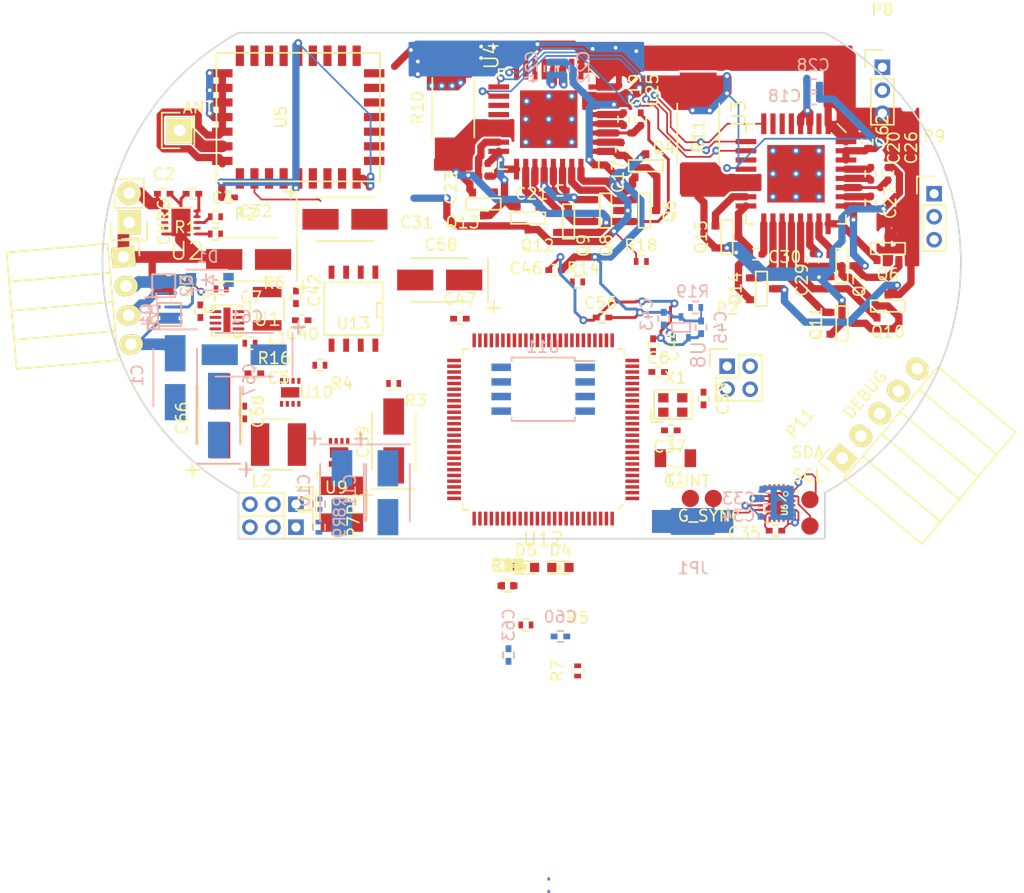
<source format=kicad_pcb>
(kicad_pcb (version 4) (host pcbnew 4.0.1-stable)
  (layers (0 F.Cu signal) (31 B.Cu signal) (34 B.Paste user) (35 F.Paste user) (36 B.SilkS user) (37 F.SilkS user) (38 B.Mask user) (39 F.Mask user) (44 Edge.Cuts user))
  (net 0 "")
  (net 1 GND)
  (net 2 /Charge/2S)
  (net 3 /Charge/5V_CHG)
  (net 4 /Charge/1S)
  (net 5 /Digital/3.3V)
  (net 6 /Motors/CA1)
  (net 7 /Motors/A1)
  (net 8 /Motors/CP21)
  (net 9 /Motors/CP11)
  (net 10 /Motors/CP22)
  (net 11 /Motors/CP12)
  (net 12 /Motors/CB1)
  (net 13 /Motors/B1)
  (net 14 /Motors/CC1)
  (net 15 /Motors/C1)
  (net 16 /Motors/LSS)
  (net 17 /Motors/VREG1)
  (net 18 /Motors/LSS2)
  (net 19 /Motors/VREG2)
  (net 20 /Motors/CA2)
  (net 21 /Motors/A2)
  (net 22 /Motors/CB2)
  (net 23 /Motors/B2)
  (net 24 /Motors/CC2)
  (net 25 /Motors/C2)
  (net 26 "Net-(C34-Pad1)")
  (net 27 /Micro/HS_X1)
  (net 28 /Micro/HS_X2)
  (net 29 /Micro/X1)
  (net 30 "Net-(C40-Pad1)")
  (net 31 "Net-(C40-Pad2)")
  (net 32 /Micro/X2)
  (net 33 /Micro/VREF)
  (net 34 /Power/CHG_CTL_VCC)
  (net 35 /Micro/VCAP_1)
  (net 36 /Micro/VCAP_2)
  (net 37 /Micro/RST#)
  (net 38 "Net-(D4-Pad1)")
  (net 39 "Net-(D5-Pad1)")
  (net 40 /Micro/BOOT0)
  (net 41 "Net-(L2-Pad2)")
  (net 42 /Charge/2S_NEG)
  (net 43 "Net-(P6-Pad1)")
  (net 44 "Net-(P7-Pad1)")
  (net 45 /Motors/GHA)
  (net 46 /Motors/GLA)
  (net 47 /Motors/GHA2)
  (net 48 /Motors/GLA2)
  (net 49 /Motors/GHB)
  (net 50 /Motors/GLB)
  (net 51 /Motors/GHB2)
  (net 52 /Motors/GLB2)
  (net 53 /Motors/GHC)
  (net 54 /Motors/GLC)
  (net 55 /Motors/GHC2)
  (net 56 /Motors/GLC2)
  (net 57 /Charge/CHG_EN#)
  (net 58 "Net-(R2-Pad1)")
  (net 59 "Net-(R3-Pad1)")
  (net 60 "Net-(R16-Pad2)")
  (net 61 /Motors/FIN1)
  (net 62 /Motors/FIN2)
  (net 63 /Micro/SCL)
  (net 64 /Micro/SDA)
  (net 65 /Micro/A0)
  (net 66 /Charge/CHG_STAT1)
  (net 67 /Charge/CHG_STAT2)
  (net 68 /Motors/MOT2_RESET#)
  (net 69 /Motors/MOT2_DIAG)
  (net 70 /Micro/MOT2_PWM)
  (net 71 /Motors/MOT2_TACH)
  (net 72 /Motors/SDO)
  (net 73 /Motors/SCK)
  (net 74 /Motors/SDI)
  (net 75 /Motors/MOT2_CS#)
  (net 76 /Motors/MOT1_RESET#)
  (net 77 /Motors/MOT1_DIAG)
  (net 78 /Micro/MOT1_PWM)
  (net 79 /Motors/MOT1_TACH)
  (net 80 /Motors/MOT1_CS#)
  (net 81 /rf/RF_TX)
  (net 82 /rf/RF_RX)
  (net 83 /Sensors/GYRO_INT)
  (net 84 /Sensors/GYRO_FSYNC)
  (net 85 /Power/AUX_3.3V_EN)
  (net 86 /Micro/A1)
  (net 87 /Micro/A2)
  (net 88 /Micro/A3)
  (net 89 "Net-(P10-Pad1)")
  (net 90 /Micro/SWDIO)
  (net 91 /Micro/SWCLK)
  (net 92 /Power/AUX_3.3V_GOOD)
  (net 93 /Micro/PB14)
  (net 94 /Micro/PB15)
  (net 95 /Motors/VFIN)
  (net 96 "Net-(L3-Pad2)")
  (net 97 /Charge/GATE2)
  (net 98 /Charge/GATE3)
  (net 99 /Charge/GATE1)
  (net 100 "Net-(R1-Pad2)")
  (net 101 "Net-(R5-Pad2)")
  (net 102 /Micro/PA8)
  (net 103 "Net-(R14-Pad2)")
  (net 104 /Micro/PD14)
  (net 105 /Micro/PE3)
  (net 106 /Charge/BATT_SEL2)
  (net 107 /Charge/BATT_SEL1)
  (net 108 /Charge/BATT_SEL3)
  (net 109 /Micro/PD15)
  (net 110 /Micro/PE1)
  (net 111 /rf/RF_CTS)
  (net 112 /Digital/CE#)
  (net 113 /Micro/QUADSPI_IO1)
  (net 114 /Micro/QUADSPI_IO2)
  (net 115 /Micro/QUADSPI_IO0)
  (net 116 /Micro/QUADSPI_CLK)
  (net 117 /Micro/QUADSPI_IO3)
  (net 118 /Micro/PE13)
  (net 119 /Micro/PD1)
  (net 120 /Micro/PD0)
  (module Socket_Strips:Socket_Strip_Angled_1x04 (layer F.Cu) (at 86.015 65.485 275)
    (fp_text reference P4 hide)
    (fp_text value BATT (at 4.985 -2.015 275) (layer B.SilkS) (effects (justify mirror)))
    (pad 1 thru_hole rect (at 0 0 275) (size 1.7272 2.032) (drill 1.016) (layers *.Cu *.Mask F.SilkS) (net 1 GND))
    (pad 2 thru_hole oval (at 2.54 0 275) (size 1.7272 2.032) (drill 1.016) (layers *.Cu *.Mask F.SilkS) (net 4 /Charge/1S))
    (pad 3 thru_hole oval (at 5.08 0 275) (size 1.7272 2.032) (drill 1.016) (layers *.Cu *.Mask F.SilkS) (net 42 /Charge/2S_NEG))
    (pad 4 thru_hole oval (at 7.62 0 275) (size 1.7272 2.032) (drill 1.016) (layers *.Cu *.Mask F.SilkS) (net 2 /Charge/2S))
  )
  (module Custom_Footprints:STM32F446_QFP_100 (layer F.Cu) (at 122.515 80.485 180)
    (fp_text reference U12 (at 0 -9.55 180) (layer F.SilkS) (effects (font (size 1.2 1.2))))
    (fp_text value STM32F446-100)
    (pad 1 smd rect (at -7.75 -6 270) (size 0.3 1.2) (layers F.Cu F.Paste F.Mask) (net 114 /Micro/QUADSPI_IO2))
    (pad 2 smd rect (at -7.75 -5.5 270) (size 0.3 1.2) (layers F.Cu F.Paste F.Mask) (net 105 /Micro/PE3))
    (pad 3 smd rect (at -7.75 -5 270) (size 0.3 1.2) (layers F.Cu F.Paste F.Mask))
    (pad 4 smd rect (at -7.75 -4.5 270) (size 0.3 1.2) (layers F.Cu F.Paste F.Mask))
    (pad 5 smd rect (at -7.75 -4 270) (size 0.3 1.2) (layers F.Cu F.Paste F.Mask))
    (pad 6 smd rect (at -7.75 -3.5 270) (size 0.3 1.2) (layers F.Cu F.Paste F.Mask) (net 34 /Power/CHG_CTL_VCC))
    (pad 7 smd rect (at -7.75 -3 270) (size 0.3 1.2) (layers F.Cu F.Paste F.Mask))
    (pad 8 smd rect (at -7.75 -2.5 270) (size 0.3 1.2) (layers F.Cu F.Paste F.Mask) (net 29 /Micro/X1))
    (pad 9 smd rect (at -7.75 -2 270) (size 0.3 1.2) (layers F.Cu F.Paste F.Mask) (net 32 /Micro/X2))
    (pad 10 smd rect (at -7.75 -1.5 270) (size 0.3 1.2) (layers F.Cu F.Paste F.Mask) (net 1 GND))
    (pad 11 smd rect (at -7.75 -1 270) (size 0.3 1.2) (layers F.Cu F.Paste F.Mask) (net 34 /Power/CHG_CTL_VCC))
    (pad 12 smd rect (at -7.75 -0.5 270) (size 0.3 1.2) (layers F.Cu F.Paste F.Mask) (net 27 /Micro/HS_X1))
    (pad 13 smd rect (at -7.75 0 270) (size 0.3 1.2) (layers F.Cu F.Paste F.Mask) (net 28 /Micro/HS_X2))
    (pad 14 smd rect (at -7.75 0.5 270) (size 0.3 1.2) (layers F.Cu F.Paste F.Mask) (net 37 /Micro/RST#))
    (pad 15 smd rect (at -7.75 1 270) (size 0.3 1.2) (layers F.Cu F.Paste F.Mask) (net 67 /Charge/CHG_STAT2))
    (pad 16 smd rect (at -7.75 1.5 270) (size 0.3 1.2) (layers F.Cu F.Paste F.Mask) (net 84 /Sensors/GYRO_FSYNC))
    (pad 17 smd rect (at -7.75 2 270) (size 0.3 1.2) (layers F.Cu F.Paste F.Mask))
    (pad 18 smd rect (at -7.75 2.5 270) (size 0.3 1.2) (layers F.Cu F.Paste F.Mask) (net 83 /Sensors/GYRO_INT))
    (pad 19 smd rect (at -7.75 3 270) (size 0.3 1.2) (layers F.Cu F.Paste F.Mask) (net 34 /Power/CHG_CTL_VCC))
    (pad 20 smd rect (at -7.75 3.5 270) (size 0.3 1.2) (layers F.Cu F.Paste F.Mask) (net 1 GND))
    (pad 21 smd rect (at -7.75 4 270) (size 0.3 1.2) (layers F.Cu F.Paste F.Mask) (net 33 /Micro/VREF))
    (pad 22 smd rect (at -7.75 4.5 270) (size 0.3 1.2) (layers F.Cu F.Paste F.Mask) (net 34 /Power/CHG_CTL_VCC))
    (pad 23 smd rect (at -7.75 5 270) (size 0.3 1.2) (layers F.Cu F.Paste F.Mask) (net 65 /Micro/A0))
    (pad 24 smd rect (at -7.75 5.5 270) (size 0.3 1.2) (layers F.Cu F.Paste F.Mask) (net 86 /Micro/A1))
    (pad 25 smd rect (at -7.75 6 270) (size 0.3 1.2) (layers F.Cu F.Paste F.Mask) (net 87 /Micro/A2))
    (pad 26 smd rect (at -6 7.75 180) (size 0.3 1.2) (layers F.Cu F.Paste F.Mask) (net 88 /Micro/A3))
    (pad 27 smd rect (at -5.5 7.75 180) (size 0.3 1.2) (layers F.Cu F.Paste F.Mask) (net 1 GND))
    (pad 28 smd rect (at -5 7.75 180) (size 0.3 1.2) (layers F.Cu F.Paste F.Mask) (net 34 /Power/CHG_CTL_VCC))
    (pad 29 smd rect (at -4.5 7.75 180) (size 0.3 1.2) (layers F.Cu F.Paste F.Mask))
    (pad 30 smd rect (at -4 7.75 180) (size 0.3 1.2) (layers F.Cu F.Paste F.Mask) (net 73 /Motors/SCK))
    (pad 31 smd rect (at -3.5 7.75 180) (size 0.3 1.2) (layers F.Cu F.Paste F.Mask))
    (pad 32 smd rect (at -3 7.75 180) (size 0.3 1.2) (layers F.Cu F.Paste F.Mask) (net 78 /Micro/MOT1_PWM))
    (pad 33 smd rect (at -2.5 7.75 180) (size 0.3 1.2) (layers F.Cu F.Paste F.Mask) (net 69 /Motors/MOT2_DIAG))
    (pad 34 smd rect (at -2 7.75 180) (size 0.3 1.2) (layers F.Cu F.Paste F.Mask))
    (pad 35 smd rect (at -1.5 7.75 180) (size 0.3 1.2) (layers F.Cu F.Paste F.Mask))
    (pad 36 smd rect (at -1 7.75 180) (size 0.3 1.2) (layers F.Cu F.Paste F.Mask) (net 70 /Micro/MOT2_PWM))
    (pad 37 smd rect (at -0.5 7.75 180) (size 0.3 1.2) (layers F.Cu F.Paste F.Mask) (net 116 /Micro/QUADSPI_CLK))
    (pad 38 smd rect (at 0 7.75 180) (size 0.3 1.2) (layers F.Cu F.Paste F.Mask))
    (pad 39 smd rect (at 0.5 7.75 180) (size 0.3 1.2) (layers F.Cu F.Paste F.Mask))
    (pad 40 smd rect (at 1 7.75 180) (size 0.3 1.2) (layers F.Cu F.Paste F.Mask) (net 79 /Motors/MOT1_TACH))
    (pad 41 smd rect (at 1.5 7.75 180) (size 0.3 1.2) (layers F.Cu F.Paste F.Mask) (net 75 /Motors/MOT2_CS#))
    (pad 42 smd rect (at 2 7.75 180) (size 0.3 1.2) (layers F.Cu F.Paste F.Mask) (net 76 /Motors/MOT1_RESET#))
    (pad 43 smd rect (at 2.5 7.75 180) (size 0.3 1.2) (layers F.Cu F.Paste F.Mask) (net 68 /Motors/MOT2_RESET#))
    (pad 44 smd rect (at 3 7.75 180) (size 0.3 1.2) (layers F.Cu F.Paste F.Mask) (net 118 /Micro/PE13))
    (pad 45 smd rect (at 3.5 7.75 180) (size 0.3 1.2) (layers F.Cu F.Paste F.Mask) (net 71 /Motors/MOT2_TACH))
    (pad 46 smd rect (at 4 7.75 180) (size 0.3 1.2) (layers F.Cu F.Paste F.Mask))
    (pad 47 smd rect (at 4.5 7.75 180) (size 0.3 1.2) (layers F.Cu F.Paste F.Mask) (net 80 /Motors/MOT1_CS#))
    (pad 48 smd rect (at 5 7.75 180) (size 0.3 1.2) (layers F.Cu F.Paste F.Mask) (net 35 /Micro/VCAP_1))
    (pad 49 smd rect (at 5.5 7.75 180) (size 0.3 1.2) (layers F.Cu F.Paste F.Mask) (net 1 GND))
    (pad 50 smd rect (at 6 7.75 180) (size 0.3 1.2) (layers F.Cu F.Paste F.Mask) (net 34 /Power/CHG_CTL_VCC))
    (pad 51 smd rect (at 7.75 6 270) (size 0.3 1.2) (layers F.Cu F.Paste F.Mask) (net 57 /Charge/CHG_EN#))
    (pad 52 smd rect (at 7.75 5.5 270) (size 0.3 1.2) (layers F.Cu F.Paste F.Mask) (net 3 /Charge/5V_CHG))
    (pad 53 smd rect (at 7.75 5 270) (size 0.3 1.2) (layers F.Cu F.Paste F.Mask) (net 93 /Micro/PB14))
    (pad 54 smd rect (at 7.75 4.5 270) (size 0.3 1.2) (layers F.Cu F.Paste F.Mask) (net 94 /Micro/PB15))
    (pad 55 smd rect (at 7.75 4 270) (size 0.3 1.2) (layers F.Cu F.Paste F.Mask) (net 66 /Charge/CHG_STAT1))
    (pad 56 smd rect (at 7.75 3.5 270) (size 0.3 1.2) (layers F.Cu F.Paste F.Mask) (net 77 /Motors/MOT1_DIAG))
    (pad 57 smd rect (at 7.75 3 270) (size 0.3 1.2) (layers F.Cu F.Paste F.Mask) (net 107 /Charge/BATT_SEL1))
    (pad 58 smd rect (at 7.75 2.5 270) (size 0.3 1.2) (layers F.Cu F.Paste F.Mask) (net 115 /Micro/QUADSPI_IO0))
    (pad 59 smd rect (at 7.75 2 270) (size 0.3 1.2) (layers F.Cu F.Paste F.Mask) (net 113 /Micro/QUADSPI_IO1))
    (pad 60 smd rect (at 7.75 1.5 270) (size 0.3 1.2) (layers F.Cu F.Paste F.Mask) (net 117 /Micro/QUADSPI_IO3))
    (pad 61 smd rect (at 7.75 1 270) (size 0.3 1.2) (layers F.Cu F.Paste F.Mask) (net 104 /Micro/PD14))
    (pad 62 smd rect (at 7.75 0.5 270) (size 0.3 1.2) (layers F.Cu F.Paste F.Mask) (net 109 /Micro/PD15))
    (pad 63 smd rect (at 7.75 0 270) (size 0.3 1.2) (layers F.Cu F.Paste F.Mask))
    (pad 64 smd rect (at 7.75 -0.5 270) (size 0.3 1.2) (layers F.Cu F.Paste F.Mask))
    (pad 65 smd rect (at 7.75 -1 270) (size 0.3 1.2) (layers F.Cu F.Paste F.Mask))
    (pad 66 smd rect (at 7.75 -1.5 270) (size 0.3 1.2) (layers F.Cu F.Paste F.Mask))
    (pad 67 smd rect (at 7.75 -2 270) (size 0.3 1.2) (layers F.Cu F.Paste F.Mask) (net 102 /Micro/PA8))
    (pad 68 smd rect (at 7.75 -2.5 270) (size 0.3 1.2) (layers F.Cu F.Paste F.Mask) (net 82 /rf/RF_RX))
    (pad 69 smd rect (at 7.75 -3 270) (size 0.3 1.2) (layers F.Cu F.Paste F.Mask) (net 81 /rf/RF_TX))
    (pad 70 smd rect (at 7.75 -3.5 270) (size 0.3 1.2) (layers F.Cu F.Paste F.Mask) (net 111 /rf/RF_CTS))
    (pad 71 smd rect (at 7.75 -4 270) (size 0.3 1.2) (layers F.Cu F.Paste F.Mask) (net 85 /Power/AUX_3.3V_EN))
    (pad 72 smd rect (at 7.75 -4.5 270) (size 0.3 1.2) (layers F.Cu F.Paste F.Mask) (net 90 /Micro/SWDIO))
    (pad 73 smd rect (at 7.75 -5 270) (size 0.3 1.2) (layers F.Cu F.Paste F.Mask) (net 36 /Micro/VCAP_2))
    (pad 74 smd rect (at 7.75 -5.5 270) (size 0.3 1.2) (layers F.Cu F.Paste F.Mask) (net 1 GND))
    (pad 75 smd rect (at 7.75 -6 270) (size 0.3 1.2) (layers F.Cu F.Paste F.Mask) (net 34 /Power/CHG_CTL_VCC))
    (pad 76 smd rect (at 6 -7.75 180) (size 0.3 1.2) (layers F.Cu F.Paste F.Mask) (net 91 /Micro/SWCLK))
    (pad 77 smd rect (at 5.5 -7.75 180) (size 0.3 1.2) (layers F.Cu F.Paste F.Mask) (net 61 /Motors/FIN1))
    (pad 78 smd rect (at 5 -7.75 180) (size 0.3 1.2) (layers F.Cu F.Paste F.Mask))
    (pad 79 smd rect (at 4.5 -7.75 180) (size 0.3 1.2) (layers F.Cu F.Paste F.Mask))
    (pad 80 smd rect (at 4 -7.75 180) (size 0.3 1.2) (layers F.Cu F.Paste F.Mask))
    (pad 81 smd rect (at 3.5 -7.75 180) (size 0.3 1.2) (layers F.Cu F.Paste F.Mask) (net 120 /Micro/PD0))
    (pad 82 smd rect (at 3 -7.75 180) (size 0.3 1.2) (layers F.Cu F.Paste F.Mask) (net 119 /Micro/PD1))
    (pad 83 smd rect (at 2.5 -7.75 180) (size 0.3 1.2) (layers F.Cu F.Paste F.Mask))
    (pad 84 smd rect (at 2 -7.75 180) (size 0.3 1.2) (layers F.Cu F.Paste F.Mask))
    (pad 85 smd rect (at 1.5 -7.75 180) (size 0.3 1.2) (layers F.Cu F.Paste F.Mask) (net 108 /Charge/BATT_SEL3))
    (pad 86 smd rect (at 1 -7.75 180) (size 0.3 1.2) (layers F.Cu F.Paste F.Mask) (net 106 /Charge/BATT_SEL2))
    (pad 87 smd rect (at 0.5 -7.75 180) (size 0.3 1.2) (layers F.Cu F.Paste F.Mask))
    (pad 88 smd rect (at 0 -7.75 180) (size 0.3 1.2) (layers F.Cu F.Paste F.Mask) (net 92 /Power/AUX_3.3V_GOOD))
    (pad 89 smd rect (at -0.5 -7.75 180) (size 0.3 1.2) (layers F.Cu F.Paste F.Mask) (net 62 /Motors/FIN2))
    (pad 90 smd rect (at -1 -7.75 180) (size 0.3 1.2) (layers F.Cu F.Paste F.Mask) (net 72 /Motors/SDO))
    (pad 91 smd rect (at -1.5 -7.75 180) (size 0.3 1.2) (layers F.Cu F.Paste F.Mask) (net 74 /Motors/SDI))
    (pad 92 smd rect (at -2 -7.75 180) (size 0.3 1.2) (layers F.Cu F.Paste F.Mask) (net 112 /Digital/CE#))
    (pad 93 smd rect (at -2.5 -7.75 180) (size 0.3 1.2) (layers F.Cu F.Paste F.Mask))
    (pad 94 smd rect (at -3 -7.75 180) (size 0.3 1.2) (layers F.Cu F.Paste F.Mask) (net 40 /Micro/BOOT0))
    (pad 95 smd rect (at -3.5 -7.75 180) (size 0.3 1.2) (layers F.Cu F.Paste F.Mask) (net 63 /Micro/SCL))
    (pad 96 smd rect (at -4 -7.75 180) (size 0.3 1.2) (layers F.Cu F.Paste F.Mask) (net 64 /Micro/SDA))
    (pad 97 smd rect (at -4.5 -7.75 180) (size 0.3 1.2) (layers F.Cu F.Paste F.Mask))
    (pad 98 smd rect (at -5 -7.75 180) (size 0.3 1.2) (layers F.Cu F.Paste F.Mask) (net 110 /Micro/PE1))
    (pad 99 smd rect (at -5.5 -7.75 180) (size 0.3 1.2) (layers F.Cu F.Paste F.Mask) (net 1 GND))
    (pad 100 smd rect (at -6 -7.75 180) (size 0.3 1.2) (layers F.Cu F.Paste F.Mask) (net 34 /Power/CHG_CTL_VCC))
  )
  (module Capacitors_Tantalum_SMD:TantalC_SizeB_EIA-3528_HandSoldering (layer F.Cu) (at 113.515 67.485 180)
    (fp_text reference C58 (at -0.115 3.065 180) (layer F.SilkS))
    (fp_text value 2.2uF hide)
    (fp_text user + (at -4.70154 -2.4003 180) (layer F.SilkS))
    (pad 2 smd rect (at 2.12598 0 180) (size 3.1496 1.80086) (layers F.Cu F.Paste F.Mask) (net 1 GND))
    (pad 1 smd rect (at -2.12598 0 180) (size 3.1496 1.80086) (layers F.Cu F.Paste F.Mask) (net 35 /Micro/VCAP_1))
  )
  (module Custom_Footprints:SC-70-3 (layer B.Cu) (at 134.5 71.6 180)
    (fp_text reference U8 (at -1.515 -2.385 450) (layer B.SilkS) (effects (font (size 1.2 1.2)) (justify mirror)))
    (fp_text value MAX6034_25 hide)
    (pad 1 smd rect (at -0.648 -0.9 180) (size 0.406 0.648) (layers B.Cu B.Paste B.Mask) (net 34 /Power/CHG_CTL_VCC))
    (pad 3 smd rect (at 0 0.9 180) (size 0.406 0.648) (layers B.Cu B.Paste B.Mask) (net 1 GND))
    (pad 2 smd rect (at 0.648 -0.9 180) (size 0.406 0.648) (layers B.Cu B.Paste B.Mask) (net 33 /Micro/VREF))
  )
  (module Custom_Footprints:LQFP_32_THERM_.8MM (layer F.Cu) (at 123 53.5 270)
    (fp_text reference U4 (at -5.515 4.985 270) (layer F.SilkS) (effects (font (size 1.2 1.2))))
    (fp_text value A4960 hide)
    (pad 1 smd rect (at -4.35 -2.8) (size 0.45 1.8) (layers F.Cu F.Paste F.Mask) (net 2 /Charge/2S))
    (pad 2 smd rect (at -4.35 -2) (size 0.45 1.8) (layers F.Cu F.Paste F.Mask) (net 76 /Motors/MOT1_RESET#))
    (pad 3 smd rect (at -4.35 -1.2) (size 0.45 1.8) (layers F.Cu F.Paste F.Mask) (net 5 /Digital/3.3V))
    (pad 4 smd rect (at -4.35 -0.4) (size 0.45 1.8) (layers F.Cu F.Paste F.Mask) (net 5 /Digital/3.3V))
    (pad 5 smd rect (at -4.35 0.4) (size 0.45 1.8) (layers F.Cu F.Paste F.Mask) (net 77 /Motors/MOT1_DIAG))
    (pad 6 smd rect (at -4.35 1.2) (size 0.45 1.8) (layers F.Cu F.Paste F.Mask) (net 78 /Micro/MOT1_PWM))
    (pad 7 smd rect (at -4.35 2) (size 0.45 1.8) (layers F.Cu F.Paste F.Mask) (net 79 /Motors/MOT1_TACH))
    (pad 8 smd rect (at -4.35 2.8) (size 0.45 1.8) (layers F.Cu F.Paste F.Mask) (net 72 /Motors/SDO))
    (pad 9 smd rect (at -2.8 4.35 270) (size 0.45 1.8) (layers F.Cu F.Paste F.Mask) (net 73 /Motors/SCK))
    (pad 10 smd rect (at -2 4.35 270) (size 0.45 1.8) (layers F.Cu F.Paste F.Mask) (net 74 /Motors/SDI))
    (pad 11 smd rect (at -1.2 4.35 270) (size 0.45 1.8) (layers F.Cu F.Paste F.Mask) (net 80 /Motors/MOT1_CS#))
    (pad 12 smd rect (at -0.4 4.35 270) (size 0.45 1.8) (layers F.Cu F.Paste F.Mask) (net 1 GND))
    (pad 13 smd rect (at 0.4 4.35 270) (size 0.45 1.8) (layers F.Cu F.Paste F.Mask) (net 16 /Motors/LSS))
    (pad 14 smd rect (at 1.2 4.35 270) (size 0.45 1.8) (layers F.Cu F.Paste F.Mask) (net 16 /Motors/LSS))
    (pad 15 smd rect (at 2 4.35 270) (size 0.45 1.8) (layers F.Cu F.Paste F.Mask) (net 54 /Motors/GLC))
    (pad 16 smd rect (at 2.8 4.35 270) (size 0.45 1.8) (layers F.Cu F.Paste F.Mask) (net 15 /Motors/C1))
    (pad 17 smd rect (at 4.35 2.8) (size 0.45 1.8) (layers F.Cu F.Paste F.Mask) (net 14 /Motors/CC1))
    (pad 18 smd rect (at 4.35 2) (size 0.45 1.8) (layers F.Cu F.Paste F.Mask) (net 53 /Motors/GHC))
    (pad 19 smd rect (at 4.35 1.2) (size 0.45 1.8) (layers F.Cu F.Paste F.Mask) (net 50 /Motors/GLB))
    (pad 20 smd rect (at 4.35 0.4) (size 0.45 1.8) (layers F.Cu F.Paste F.Mask) (net 49 /Motors/GHB))
    (pad 21 smd rect (at 4.35 -0.4) (size 0.45 1.8) (layers F.Cu F.Paste F.Mask) (net 13 /Motors/B1))
    (pad 22 smd rect (at 4.35 -1.2) (size 0.45 1.8) (layers F.Cu F.Paste F.Mask) (net 12 /Motors/CB1))
    (pad 23 smd rect (at 4.35 -2) (size 0.45 1.8) (layers F.Cu F.Paste F.Mask) (net 46 /Motors/GLA))
    (pad 24 smd rect (at 4.35 -2.8) (size 0.45 1.8) (layers F.Cu F.Paste F.Mask) (net 45 /Motors/GHA))
    (pad 25 smd rect (at 2.8 -4.35 270) (size 0.45 1.8) (layers F.Cu F.Paste F.Mask) (net 7 /Motors/A1))
    (pad 26 smd rect (at 2 -4.35 270) (size 0.45 1.8) (layers F.Cu F.Paste F.Mask) (net 6 /Motors/CA1))
    (pad 27 smd rect (at 1.2 -4.35 270) (size 0.45 1.8) (layers F.Cu F.Paste F.Mask) (net 17 /Motors/VREG1))
    (pad 28 smd rect (at 0.4 -4.35 270) (size 0.45 1.8) (layers F.Cu F.Paste F.Mask) (net 9 /Motors/CP11))
    (pad 29 smd rect (at -0.4 -4.35 270) (size 0.45 1.8) (layers F.Cu F.Paste F.Mask) (net 8 /Motors/CP21))
    (pad 30 smd rect (at -1.2 -4.35 270) (size 0.45 1.8) (layers F.Cu F.Paste F.Mask) (net 1 GND))
    (pad 31 smd rect (at -2 -4.35 270) (size 0.45 1.8) (layers F.Cu F.Paste F.Mask) (net 1 GND))
    (pad 32 smd rect (at -2.8 -4.35 270) (size 0.45 1.8) (layers F.Cu F.Paste F.Mask) (net 2 /Charge/2S))
    (pad PAD smd rect (at 0 0 270) (size 5 5) (layers F.Cu F.Paste F.Mask))
  )
  (module Custom_Footprints:LQFP_32_THERM_.8MM (layer F.Cu) (at 144.5 58.25 270)
    (fp_text reference U3 (at -5.265 4.985 270) (layer F.SilkS) (effects (font (size 1.2 1.2))))
    (fp_text value A4960 hide)
    (pad 1 smd rect (at -4.35 -2.8) (size 0.45 1.8) (layers F.Cu F.Paste F.Mask) (net 2 /Charge/2S))
    (pad 2 smd rect (at -4.35 -2) (size 0.45 1.8) (layers F.Cu F.Paste F.Mask) (net 68 /Motors/MOT2_RESET#))
    (pad 3 smd rect (at -4.35 -1.2) (size 0.45 1.8) (layers F.Cu F.Paste F.Mask) (net 5 /Digital/3.3V))
    (pad 4 smd rect (at -4.35 -0.4) (size 0.45 1.8) (layers F.Cu F.Paste F.Mask) (net 5 /Digital/3.3V))
    (pad 5 smd rect (at -4.35 0.4) (size 0.45 1.8) (layers F.Cu F.Paste F.Mask) (net 69 /Motors/MOT2_DIAG))
    (pad 6 smd rect (at -4.35 1.2) (size 0.45 1.8) (layers F.Cu F.Paste F.Mask) (net 70 /Micro/MOT2_PWM))
    (pad 7 smd rect (at -4.35 2) (size 0.45 1.8) (layers F.Cu F.Paste F.Mask) (net 71 /Motors/MOT2_TACH))
    (pad 8 smd rect (at -4.35 2.8) (size 0.45 1.8) (layers F.Cu F.Paste F.Mask) (net 72 /Motors/SDO))
    (pad 9 smd rect (at -2.8 4.35 270) (size 0.45 1.8) (layers F.Cu F.Paste F.Mask) (net 73 /Motors/SCK))
    (pad 10 smd rect (at -2 4.35 270) (size 0.45 1.8) (layers F.Cu F.Paste F.Mask) (net 74 /Motors/SDI))
    (pad 11 smd rect (at -1.2 4.35 270) (size 0.45 1.8) (layers F.Cu F.Paste F.Mask) (net 75 /Motors/MOT2_CS#))
    (pad 12 smd rect (at -0.4 4.35 270) (size 0.45 1.8) (layers F.Cu F.Paste F.Mask) (net 1 GND))
    (pad 13 smd rect (at 0.4 4.35 270) (size 0.45 1.8) (layers F.Cu F.Paste F.Mask) (net 18 /Motors/LSS2))
    (pad 14 smd rect (at 1.2 4.35 270) (size 0.45 1.8) (layers F.Cu F.Paste F.Mask) (net 18 /Motors/LSS2))
    (pad 15 smd rect (at 2 4.35 270) (size 0.45 1.8) (layers F.Cu F.Paste F.Mask) (net 56 /Motors/GLC2))
    (pad 16 smd rect (at 2.8 4.35 270) (size 0.45 1.8) (layers F.Cu F.Paste F.Mask) (net 25 /Motors/C2))
    (pad 17 smd rect (at 4.35 2.8) (size 0.45 1.8) (layers F.Cu F.Paste F.Mask) (net 24 /Motors/CC2))
    (pad 18 smd rect (at 4.35 2) (size 0.45 1.8) (layers F.Cu F.Paste F.Mask) (net 55 /Motors/GHC2))
    (pad 19 smd rect (at 4.35 1.2) (size 0.45 1.8) (layers F.Cu F.Paste F.Mask) (net 52 /Motors/GLB2))
    (pad 20 smd rect (at 4.35 0.4) (size 0.45 1.8) (layers F.Cu F.Paste F.Mask) (net 51 /Motors/GHB2))
    (pad 21 smd rect (at 4.35 -0.4) (size 0.45 1.8) (layers F.Cu F.Paste F.Mask) (net 23 /Motors/B2))
    (pad 22 smd rect (at 4.35 -1.2) (size 0.45 1.8) (layers F.Cu F.Paste F.Mask) (net 22 /Motors/CB2))
    (pad 23 smd rect (at 4.35 -2) (size 0.45 1.8) (layers F.Cu F.Paste F.Mask) (net 48 /Motors/GLA2))
    (pad 24 smd rect (at 4.35 -2.8) (size 0.45 1.8) (layers F.Cu F.Paste F.Mask) (net 47 /Motors/GHA2))
    (pad 25 smd rect (at 2.8 -4.35 270) (size 0.45 1.8) (layers F.Cu F.Paste F.Mask) (net 21 /Motors/A2))
    (pad 26 smd rect (at 2 -4.35 270) (size 0.45 1.8) (layers F.Cu F.Paste F.Mask) (net 20 /Motors/CA2))
    (pad 27 smd rect (at 1.2 -4.35 270) (size 0.45 1.8) (layers F.Cu F.Paste F.Mask) (net 19 /Motors/VREG2))
    (pad 28 smd rect (at 0.4 -4.35 270) (size 0.45 1.8) (layers F.Cu F.Paste F.Mask) (net 11 /Motors/CP12))
    (pad 29 smd rect (at -0.4 -4.35 270) (size 0.45 1.8) (layers F.Cu F.Paste F.Mask) (net 10 /Motors/CP22))
    (pad 30 smd rect (at -1.2 -4.35 270) (size 0.45 1.8) (layers F.Cu F.Paste F.Mask) (net 1 GND))
    (pad 31 smd rect (at -2 -4.35 270) (size 0.45 1.8) (layers F.Cu F.Paste F.Mask) (net 1 GND))
    (pad 32 smd rect (at -2.8 -4.35 270) (size 0.45 1.8) (layers F.Cu F.Paste F.Mask) (net 2 /Charge/2S))
    (pad PAD smd rect (at 0 0 270) (size 5 5) (layers F.Cu F.Paste F.Mask))
  )
  (module Resistors_SMD:R_0402 (layer B.Cu) (at 135.775 69.875)
    (fp_text reference R19 (at -0.26 -1.39) (layer B.SilkS) (effects (justify mirror)))
    (fp_text value 4.1k-3.9k hide)
    (pad 1 smd rect (at -0.45 0) (size 0.4 0.6) (layers B.Cu B.Paste B.Mask) (net 65 /Micro/A0))
    (pad 2 smd rect (at 0.45 0) (size 0.4 0.6) (layers B.Cu B.Paste B.Mask) (net 1 GND))
  )
  (module Resistors_SMD:R_0402 (layer F.Cu) (at 131.05 65.875)
    (fp_text reference R18 (at -0.035 -1.39) (layer F.SilkS))
    (fp_text value 10k hide)
    (pad 1 smd rect (at -0.45 0) (size 0.4 0.6) (layers F.Cu F.Paste F.Mask) (net 2 /Charge/2S))
    (pad 2 smd rect (at 0.45 0) (size 0.4 0.6) (layers F.Cu F.Paste F.Mask) (net 65 /Micro/A0))
  )
  (module Resistors_SMD:R_0402 (layer F.Cu) (at 125.505 67.655 180)
    (fp_text reference R14 (at -0.51 1.17 180) (layer F.SilkS))
    (fp_text value 10k hide)
    (pad 1 smd rect (at -0.45 0 180) (size 0.4 0.6) (layers F.Cu F.Paste F.Mask) (net 3 /Charge/5V_CHG))
    (pad 2 smd rect (at 0.45 0 180) (size 0.4 0.6) (layers F.Cu F.Paste F.Mask) (net 103 "Net-(R14-Pad2)"))
  )
  (module Resistors_SMD:R_2512_HandSoldering (layer F.Cu) (at 136 54.75 90)
    (fp_text reference R11 (at -0.235 0.015 90) (layer F.SilkS))
    (fp_text value 0.1 hide)
    (pad 1 smd rect (at -3.95 0 90) (size 2.7 3.2) (layers F.Cu F.Paste F.Mask) (net 18 /Motors/LSS2))
    (pad 2 smd rect (at 3.95 0 90) (size 2.7 3.2) (layers F.Cu F.Paste F.Mask) (net 1 GND))
  )
  (module Resistors_SMD:R_2512_HandSoldering (layer F.Cu) (at 114.7 52.5 90)
    (fp_text reference R10 (at 0 -3.1 90) (layer F.SilkS))
    (fp_text value 0.1 hide)
    (pad 1 smd rect (at -3.95 0 90) (size 2.7 3.2) (layers F.Cu F.Paste F.Mask) (net 16 /Motors/LSS))
    (pad 2 smd rect (at 3.95 0 90) (size 2.7 3.2) (layers F.Cu F.Paste F.Mask) (net 1 GND))
  )
  (module Resistors_SMD:R_0402 (layer F.Cu) (at 125.515 101.485 90)
    (fp_text reference R7 (at 0 -1.8 90) (layer F.SilkS))
    (fp_text value 10k hide)
    (pad 1 smd rect (at -0.45 0 90) (size 0.4 0.6) (layers F.Cu F.Paste F.Mask) (net 4 /Charge/1S))
    (pad 2 smd rect (at 0.45 0 90) (size 0.4 0.6) (layers F.Cu F.Paste F.Mask) (net 102 /Micro/PA8))
  )
  (module Custom_Footprints:SOT-23 (layer F.Cu) (at 138.5 63.75 270)
    (fp_text reference Q15 (at 0 2.25 270) (layer F.SilkS))
    (fp_text value PMV45EN2 hide)
    (pad 1 smd rect (at -0.95 1 270) (size 0.6 0.7) (layers F.Cu F.Paste F.Mask) (net 56 /Motors/GLC2))
    (pad 2 smd rect (at 0.95 1 270) (size 0.6 0.7) (layers F.Cu F.Paste F.Mask) (net 18 /Motors/LSS2))
    (pad 3 smd rect (at 0 -1 270) (size 0.6 0.7) (layers F.Cu F.Paste F.Mask) (net 25 /Motors/C2))
  )
  (module Custom_Footprints:SOT-23 (layer F.Cu) (at 141.5 68.25 270)
    (fp_text reference Q14 (at 0 2.25 270) (layer F.SilkS))
    (fp_text value PMV45EN2 hide)
    (pad 1 smd rect (at -0.95 1 270) (size 0.6 0.7) (layers F.Cu F.Paste F.Mask) (net 55 /Motors/GHC2))
    (pad 2 smd rect (at 0.95 1 270) (size 0.6 0.7) (layers F.Cu F.Paste F.Mask) (net 25 /Motors/C2))
    (pad 3 smd rect (at 0 -1 270) (size 0.6 0.7) (layers F.Cu F.Paste F.Mask) (net 2 /Charge/2S))
  )
  (module Custom_Footprints:SOT-23 (layer F.Cu) (at 117.325 60.875 180)
    (fp_text reference Q13 (at 1.81 -1.61 180) (layer F.SilkS))
    (fp_text value PMV45EN2 hide)
    (pad 1 smd rect (at -0.95 1 180) (size 0.6 0.7) (layers F.Cu F.Paste F.Mask) (net 54 /Motors/GLC))
    (pad 2 smd rect (at 0.95 1 180) (size 0.6 0.7) (layers F.Cu F.Paste F.Mask) (net 16 /Motors/LSS))
    (pad 3 smd rect (at 0 -1 180) (size 0.6 0.7) (layers F.Cu F.Paste F.Mask) (net 15 /Motors/C1))
  )
  (module Custom_Footprints:SOT-23 (layer F.Cu) (at 121.2 62.1 180)
    (fp_text reference Q12 (at -0.815 -2.385 180) (layer F.SilkS))
    (fp_text value PMV45EN2 hide)
    (pad 1 smd rect (at -0.95 1 180) (size 0.6 0.7) (layers F.Cu F.Paste F.Mask) (net 53 /Motors/GHC))
    (pad 2 smd rect (at 0.95 1 180) (size 0.6 0.7) (layers F.Cu F.Paste F.Mask) (net 15 /Motors/C1))
    (pad 3 smd rect (at 0 -1 180) (size 0.6 0.7) (layers F.Cu F.Paste F.Mask) (net 2 /Charge/2S))
  )
  (module Custom_Footprints:SOT-23 (layer F.Cu) (at 148.5 71.25 270)
    (fp_text reference Q11 (at 0 2.25 270) (layer F.SilkS))
    (fp_text value PMV45EN2 hide)
    (pad 1 smd rect (at -0.95 1 270) (size 0.6 0.7) (layers F.Cu F.Paste F.Mask) (net 52 /Motors/GLB2))
    (pad 2 smd rect (at 0.95 1 270) (size 0.6 0.7) (layers F.Cu F.Paste F.Mask) (net 18 /Motors/LSS2))
    (pad 3 smd rect (at 0 -1 270) (size 0.6 0.7) (layers F.Cu F.Paste F.Mask) (net 23 /Motors/B2))
  )
  (module Custom_Footprints:SOT-23 (layer F.Cu) (at 152.5 69.75)
    (fp_text reference Q10 (at 0 2.25) (layer F.SilkS))
    (fp_text value PMV45EN2 hide)
    (pad 1 smd rect (at -0.95 1) (size 0.6 0.7) (layers F.Cu F.Paste F.Mask) (net 51 /Motors/GHB2))
    (pad 2 smd rect (at 0.95 1) (size 0.6 0.7) (layers F.Cu F.Paste F.Mask) (net 23 /Motors/B2))
    (pad 3 smd rect (at 0 -1) (size 0.6 0.7) (layers F.Cu F.Paste F.Mask) (net 2 /Charge/2S))
  )
  (module Custom_Footprints:SOT-23 (layer F.Cu) (at 124.725 62.4 270)
    (fp_text reference Q9 (at 2.085 -1.29 270) (layer F.SilkS))
    (fp_text value PMV45EN2 hide)
    (pad 1 smd rect (at -0.95 1 270) (size 0.6 0.7) (layers F.Cu F.Paste F.Mask) (net 50 /Motors/GLB))
    (pad 2 smd rect (at 0.95 1 270) (size 0.6 0.7) (layers F.Cu F.Paste F.Mask) (net 16 /Motors/LSS))
    (pad 3 smd rect (at 0 -1 270) (size 0.6 0.7) (layers F.Cu F.Paste F.Mask) (net 13 /Motors/B1))
  )
  (module Custom_Footprints:SOT-23 (layer F.Cu) (at 127.95 61.45 270)
    (fp_text reference Q8 (at 3.035 -0.065 270) (layer F.SilkS))
    (fp_text value PMV45EN2 hide)
    (pad 1 smd rect (at -0.95 1 270) (size 0.6 0.7) (layers F.Cu F.Paste F.Mask) (net 49 /Motors/GHB))
    (pad 2 smd rect (at 0.95 1 270) (size 0.6 0.7) (layers F.Cu F.Paste F.Mask) (net 13 /Motors/B1))
    (pad 3 smd rect (at 0 -1 270) (size 0.6 0.7) (layers F.Cu F.Paste F.Mask) (net 2 /Charge/2S))
  )
  (module Custom_Footprints:SOT-23 (layer F.Cu) (at 148.5 66.25 270)
    (fp_text reference Q7 (at 1.735 -1.515 270) (layer F.SilkS))
    (fp_text value PMV45EN2 hide)
    (pad 1 smd rect (at -0.95 1 270) (size 0.6 0.7) (layers F.Cu F.Paste F.Mask) (net 48 /Motors/GLA2))
    (pad 2 smd rect (at 0.95 1 270) (size 0.6 0.7) (layers F.Cu F.Paste F.Mask) (net 18 /Motors/LSS2))
    (pad 3 smd rect (at 0 -1 270) (size 0.6 0.7) (layers F.Cu F.Paste F.Mask) (net 21 /Motors/A2))
  )
  (module Custom_Footprints:SOT-23 (layer F.Cu) (at 152.5 64.75)
    (fp_text reference Q6 (at 0 2.25) (layer F.SilkS))
    (fp_text value PMV45EN2 hide)
    (pad 1 smd rect (at -0.95 1) (size 0.6 0.7) (layers F.Cu F.Paste F.Mask) (net 47 /Motors/GHA2))
    (pad 2 smd rect (at 0.95 1) (size 0.6 0.7) (layers F.Cu F.Paste F.Mask) (net 21 /Motors/A2))
    (pad 3 smd rect (at 0 -1) (size 0.6 0.7) (layers F.Cu F.Paste F.Mask) (net 2 /Charge/2S))
  )
  (module Custom_Footprints:SOT-23 (layer F.Cu) (at 131.325 61.45 270)
    (fp_text reference Q5 (at 0.035 -2.19 270) (layer F.SilkS))
    (fp_text value PMV45EN2 hide)
    (pad 1 smd rect (at -0.95 1 270) (size 0.6 0.7) (layers F.Cu F.Paste F.Mask) (net 46 /Motors/GLA))
    (pad 2 smd rect (at 0.95 1 270) (size 0.6 0.7) (layers F.Cu F.Paste F.Mask) (net 16 /Motors/LSS))
    (pad 3 smd rect (at 0 -1 270) (size 0.6 0.7) (layers F.Cu F.Paste F.Mask) (net 7 /Motors/A1))
  )
  (module Custom_Footprints:SOT-23 (layer F.Cu) (at 131.45 57.55)
    (fp_text reference Q4 (at 1.565 -1.565) (layer F.SilkS))
    (fp_text value PMV45EN2 hide)
    (pad 1 smd rect (at -0.95 1) (size 0.6 0.7) (layers F.Cu F.Paste F.Mask) (net 45 /Motors/GHA))
    (pad 2 smd rect (at 0.95 1) (size 0.6 0.7) (layers F.Cu F.Paste F.Mask) (net 7 /Motors/A1))
    (pad 3 smd rect (at 0 -1) (size 0.6 0.7) (layers F.Cu F.Paste F.Mask) (net 2 /Charge/2S))
  )
  (module Capacitors_SMD:C_0402 (layer F.Cu) (at 150.7 55.5 270)
    (fp_text reference C62 (at -1.015 -1.315 270) (layer F.SilkS))
    (fp_text value 1uF hide)
    (pad 1 smd rect (at -0.55 0 270) (size 0.6 0.5) (layers F.Cu F.Paste F.Mask) (net 2 /Charge/2S))
    (pad 2 smd rect (at 0.55 0 270) (size 0.6 0.5) (layers F.Cu F.Paste F.Mask) (net 1 GND))
  )
  (module Capacitors_SMD:C_0402 (layer F.Cu) (at 127.675 70.75)
    (fp_text reference C56 (at -0.16 -1.265) (layer F.SilkS))
    (fp_text value 100nF hide)
    (pad 1 smd rect (at -0.55 0) (size 0.6 0.5) (layers F.Cu F.Paste F.Mask) (net 34 /Power/CHG_CTL_VCC))
    (pad 2 smd rect (at 0.55 0) (size 0.6 0.5) (layers F.Cu F.Paste F.Mask) (net 1 GND))
  )
  (module Capacitors_SMD:C_0402 (layer F.Cu) (at 115.275 70.85)
    (fp_text reference C47 (at 0 -1.7) (layer F.SilkS))
    (fp_text value 100nF hide)
    (pad 1 smd rect (at -0.55 0) (size 0.6 0.5) (layers F.Cu F.Paste F.Mask) (net 34 /Power/CHG_CTL_VCC))
    (pad 2 smd rect (at 0.55 0) (size 0.6 0.5) (layers F.Cu F.Paste F.Mask) (net 1 GND))
  )
  (module Capacitors_SMD:C_0402 (layer F.Cu) (at 123.55 66.625)
    (fp_text reference C46 (at -2.535 -0.14) (layer F.SilkS))
    (fp_text value 100nF hide)
    (pad 1 smd rect (at -0.55 0) (size 0.6 0.5) (layers F.Cu F.Paste F.Mask) (net 34 /Power/CHG_CTL_VCC))
    (pad 2 smd rect (at 0.55 0) (size 0.6 0.5) (layers F.Cu F.Paste F.Mask) (net 1 GND))
  )
  (module Capacitors_SMD:C_0402 (layer B.Cu) (at 136.25 71.6 90)
    (fp_text reference C45 (at 0 1.7 90) (layer B.SilkS) (effects (justify mirror)))
    (fp_text value 100nF hide)
    (pad 1 smd rect (at -0.55 0 90) (size 0.6 0.5) (layers B.Cu B.Paste B.Mask) (net 34 /Power/CHG_CTL_VCC))
    (pad 2 smd rect (at 0.55 0 90) (size 0.6 0.5) (layers B.Cu B.Paste B.Mask) (net 1 GND))
  )
  (module Capacitors_SMD:C_0402 (layer F.Cu) (at 132.075 73.15 270)
    (fp_text reference C44 (at 0 -1.7 270) (layer F.SilkS))
    (fp_text value 100nF hide)
    (pad 1 smd rect (at -0.55 0 270) (size 0.6 0.5) (layers F.Cu F.Paste F.Mask) (net 34 /Power/CHG_CTL_VCC))
    (pad 2 smd rect (at 0.55 0 270) (size 0.6 0.5) (layers F.Cu F.Paste F.Mask) (net 1 GND))
  )
  (module Capacitors_SMD:C_0402 (layer B.Cu) (at 133 70.85 90)
    (fp_text reference C43 (at 0.365 -1.485 90) (layer B.SilkS) (effects (justify mirror)))
    (fp_text value 1uF hide)
    (pad 1 smd rect (at -0.55 0 90) (size 0.6 0.5) (layers B.Cu B.Paste B.Mask) (net 33 /Micro/VREF))
    (pad 2 smd rect (at 0.55 0 90) (size 0.6 0.5) (layers B.Cu B.Paste B.Mask) (net 1 GND))
  )
  (module Capacitors_SMD:C_0402 (layer F.Cu) (at 141 65.25 180)
    (fp_text reference C30 (at -2.515 -0.235 180) (layer F.SilkS))
    (fp_text value 100nF hide)
    (pad 1 smd rect (at -0.55 0 180) (size 0.6 0.5) (layers F.Cu F.Paste F.Mask) (net 24 /Motors/CC2))
    (pad 2 smd rect (at 0.55 0 180) (size 0.6 0.5) (layers F.Cu F.Paste F.Mask) (net 25 /Motors/C2))
  )
  (module Capacitors_SMD:C_0402 (layer F.Cu) (at 146 65.75 270)
    (fp_text reference C29 (at 1.735 0.985 270) (layer F.SilkS))
    (fp_text value 100nF hide)
    (pad 1 smd rect (at -0.55 0 270) (size 0.6 0.5) (layers F.Cu F.Paste F.Mask) (net 22 /Motors/CB2))
    (pad 2 smd rect (at 0.55 0 270) (size 0.6 0.5) (layers F.Cu F.Paste F.Mask) (net 23 /Motors/B2))
  )
  (module Capacitors_SMD:C_0402 (layer B.Cu) (at 146 50.5 180)
    (fp_text reference C28 (at 0 1.7 180) (layer B.SilkS) (effects (justify mirror)))
    (fp_text value 100nF hide)
    (pad 1 smd rect (at -0.55 0 180) (size 0.6 0.5) (layers B.Cu B.Paste B.Mask) (net 1 GND))
    (pad 2 smd rect (at 0.55 0 180) (size 0.6 0.5) (layers B.Cu B.Paste B.Mask) (net 5 /Digital/3.3V))
  )
  (module Capacitors_SMD:C_0402 (layer F.Cu) (at 151 60.75 270)
    (fp_text reference C27 (at 0 -1.7 270) (layer F.SilkS))
    (fp_text value 100nF hide)
    (pad 1 smd rect (at -0.55 0 270) (size 0.6 0.5) (layers F.Cu F.Paste F.Mask) (net 20 /Motors/CA2))
    (pad 2 smd rect (at 0.55 0 270) (size 0.6 0.5) (layers F.Cu F.Paste F.Mask) (net 21 /Motors/A2))
  )
  (module Capacitors_SMD:C_0402 (layer F.Cu) (at 152.5 58.25 270)
    (fp_text reference C26 (at -2.265 -2.015 270) (layer F.SilkS))
    (fp_text value 1uF hide)
    (pad 1 smd rect (at -0.55 0 270) (size 0.6 0.5) (layers F.Cu F.Paste F.Mask) (net 18 /Motors/LSS2))
    (pad 2 smd rect (at 0.55 0 270) (size 0.6 0.5) (layers F.Cu F.Paste F.Mask) (net 19 /Motors/VREG2))
  )
  (module Capacitors_SMD:C_0402 (layer F.Cu) (at 131 53.5 270)
    (fp_text reference C25 (at -2.515 -1.015 270) (layer F.SilkS))
    (fp_text value 1uF hide)
    (pad 1 smd rect (at -0.55 0 270) (size 0.6 0.5) (layers F.Cu F.Paste F.Mask) (net 16 /Motors/LSS))
    (pad 2 smd rect (at 0.55 0 270) (size 0.6 0.5) (layers F.Cu F.Paste F.Mask) (net 17 /Motors/VREG1))
  )
  (module Capacitors_SMD:C_0402 (layer B.Cu) (at 123.1 49.1 270)
    (fp_text reference C24 (at -0.115 1.585 270) (layer B.SilkS) (effects (justify mirror)))
    (fp_text value 100nF hide)
    (pad 1 smd rect (at -0.55 0 270) (size 0.6 0.5) (layers B.Cu B.Paste B.Mask) (net 1 GND))
    (pad 2 smd rect (at 0.55 0 270) (size 0.6 0.5) (layers B.Cu B.Paste B.Mask) (net 5 /Digital/3.3V))
  )
  (module Capacitors_SMD:C_0402 (layer F.Cu) (at 117.7 57.9 90)
    (fp_text reference C23 (at -1.585 -3.185 90) (layer F.SilkS))
    (fp_text value 100nF hide)
    (pad 1 smd rect (at -0.55 0 90) (size 0.6 0.5) (layers F.Cu F.Paste F.Mask) (net 14 /Motors/CC1))
    (pad 2 smd rect (at 0.55 0 90) (size 0.6 0.5) (layers F.Cu F.Paste F.Mask) (net 15 /Motors/C1))
  )
  (module Capacitors_SMD:C_0402 (layer B.Cu) (at 124.3 49.1 270)
    (fp_text reference C22 (at -0.115 -1.715 270) (layer B.SilkS) (effects (justify mirror)))
    (fp_text value 100nF hide)
    (pad 1 smd rect (at -0.55 0 270) (size 0.6 0.5) (layers B.Cu B.Paste B.Mask) (net 1 GND))
    (pad 2 smd rect (at 0.55 0 270) (size 0.6 0.5) (layers B.Cu B.Paste B.Mask) (net 5 /Digital/3.3V))
  )
  (module Capacitors_SMD:C_0402 (layer F.Cu) (at 123.975 59.7 180)
    (fp_text reference C21 (at 2.46 -0.285 180) (layer F.SilkS))
    (fp_text value 100nF hide)
    (pad 1 smd rect (at -0.55 0 180) (size 0.6 0.5) (layers F.Cu F.Paste F.Mask) (net 12 /Motors/CB1))
    (pad 2 smd rect (at 0.55 0 180) (size 0.6 0.5) (layers F.Cu F.Paste F.Mask) (net 13 /Motors/B1))
  )
  (module Capacitors_SMD:C_0402 (layer F.Cu) (at 151 58.25 270)
    (fp_text reference C20 (at -2.265 -2.015 270) (layer F.SilkS))
    (fp_text value 1uF hide)
    (pad 1 smd rect (at -0.55 0 270) (size 0.6 0.5) (layers F.Cu F.Paste F.Mask) (net 10 /Motors/CP22))
    (pad 2 smd rect (at 0.55 0 270) (size 0.6 0.5) (layers F.Cu F.Paste F.Mask) (net 11 /Motors/CP12))
  )
  (module Capacitors_SMD:C_0402 (layer F.Cu) (at 129.5 53.5 270)
    (fp_text reference C19 (at -2.515 -1.015 270) (layer F.SilkS))
    (fp_text value 1uF hide)
    (pad 1 smd rect (at -0.55 0 270) (size 0.6 0.5) (layers F.Cu F.Paste F.Mask) (net 8 /Motors/CP21))
    (pad 2 smd rect (at 0.55 0 270) (size 0.6 0.5) (layers F.Cu F.Paste F.Mask) (net 9 /Motors/CP11))
  )
  (module Capacitors_SMD:C_0402 (layer B.Cu) (at 146 51.75 180)
    (fp_text reference C18 (at 2.485 0.265 180) (layer B.SilkS) (effects (justify mirror)))
    (fp_text value 100nF hide)
    (pad 1 smd rect (at -0.55 0 180) (size 0.6 0.5) (layers B.Cu B.Paste B.Mask) (net 1 GND))
    (pad 2 smd rect (at 0.55 0 180) (size 0.6 0.5) (layers B.Cu B.Paste B.Mask) (net 5 /Digital/3.3V))
  )
  (module Capacitors_SMD:C_0402 (layer F.Cu) (at 129.3 56.1 270)
    (fp_text reference C17 (at 2.385 0.285 270) (layer F.SilkS))
    (fp_text value 100nF hide)
    (pad 1 smd rect (at -0.55 0 270) (size 0.6 0.5) (layers F.Cu F.Paste F.Mask) (net 6 /Motors/CA1))
    (pad 2 smd rect (at 0.55 0 270) (size 0.6 0.5) (layers F.Cu F.Paste F.Mask) (net 7 /Motors/A1))
  )
  (module Capacitors_Tantalum_SMD:TantalC_SizeB_EIA-3528_HandSoldering (layer B.Cu) (at 90.515 75.985 270)
    (fp_text reference C1 (at -0.20066 3.29946 270) (layer B.SilkS) (effects (justify mirror)))
    (fp_text value 10uF hide)
    (fp_text user + (at -4.70154 2.4003 270) (layer B.SilkS) (effects (justify mirror)))
    (pad 2 smd rect (at 2.12598 0 270) (size 3.1496 1.80086) (layers B.Cu B.Paste B.Mask) (net 1 GND))
    (pad 1 smd rect (at -2.12598 0 270) (size 3.1496 1.80086) (layers B.Cu B.Paste B.Mask) (net 2 /Charge/2S))
  )
  (module Capacitors_SMD:C_0402 (layer F.Cu) (at 89.515 59.985)
    (fp_text reference C2 (at 0 -1.7) (layer F.SilkS))
    (fp_text value 1uF hide)
    (pad 1 smd rect (at -0.55 0) (size 0.6 0.5) (layers F.Cu F.Paste F.Mask) (net 3 /Charge/5V_CHG))
    (pad 2 smd rect (at 0.55 0) (size 0.6 0.5) (layers F.Cu F.Paste F.Mask) (net 1 GND))
  )
  (module Capacitors_SMD:C_0402 (layer F.Cu) (at 92.7 70.2 270)
    (fp_text reference C3 (at -0.715 -0.815 270) (layer F.SilkS))
    (fp_text value 1uF hide)
    (pad 1 smd rect (at -0.55 0 270) (size 0.6 0.5) (layers F.Cu F.Paste F.Mask) (net 1 GND))
    (pad 2 smd rect (at 0.55 0 270) (size 0.6 0.5) (layers F.Cu F.Paste F.Mask) (net 2 /Charge/2S))
  )
  (module Capacitors_SMD:C_0402 (layer F.Cu) (at 92.015 59.985 180)
    (fp_text reference C4 (at -2.615 -0.385 180) (layer F.SilkS))
    (fp_text value 1uF hide)
    (pad 1 smd rect (at -0.55 0 180) (size 0.6 0.5) (layers F.Cu F.Paste F.Mask) (net 4 /Charge/1S))
    (pad 2 smd rect (at 0.55 0 180) (size 0.6 0.5) (layers F.Cu F.Paste F.Mask) (net 1 GND))
  )
  (module Capacitors_SMD:C_0402 (layer F.Cu) (at 97.4 75.6 180)
    (fp_text reference C5 (at -2.115 -0.385 180) (layer F.SilkS))
    (fp_text value 100nF hide)
    (pad 1 smd rect (at -0.55 0 180) (size 0.6 0.5) (layers F.Cu F.Paste F.Mask) (net 2 /Charge/2S))
    (pad 2 smd rect (at 0.55 0 180) (size 0.6 0.5) (layers F.Cu F.Paste F.Mask) (net 1 GND))
  )
  (module Capacitors_SMD:C_0402 (layer F.Cu) (at 132.515 75.485)
    (fp_text reference C6 (at 0.015 -1.215) (layer F.SilkS))
    (fp_text value 1uF hide)
    (pad 1 smd rect (at -0.55 0) (size 0.6 0.5) (layers F.Cu F.Paste F.Mask) (net 65 /Micro/A0))
    (pad 2 smd rect (at 0.55 0) (size 0.6 0.5) (layers F.Cu F.Paste F.Mask) (net 1 GND))
  )
  (module Capacitors_Tantalum_SMD:TantalC_SizeB_EIA-3528_HandSoldering (layer F.Cu) (at 105.28 62.21)
    (fp_text reference C31 (at 6.235 0.275) (layer F.SilkS))
    (fp_text value 10uF hide)
    (fp_text user + (at -4.70154 -2.4003) (layer F.SilkS))
    (pad 2 smd rect (at 2.12598 0) (size 3.1496 1.80086) (layers F.Cu F.Paste F.Mask) (net 1 GND))
    (pad 1 smd rect (at -2.12598 0) (size 3.1496 1.80086) (layers F.Cu F.Paste F.Mask) (net 5 /Digital/3.3V))
  )
  (module Capacitors_SMD:C_0402 (layer F.Cu) (at 95.12 60.305 180)
    (fp_text reference C32 (at -2.395 -1.18 180) (layer F.SilkS))
    (fp_text value 100nF hide)
    (pad 1 smd rect (at -0.55 0 180) (size 0.6 0.5) (layers F.Cu F.Paste F.Mask) (net 5 /Digital/3.3V))
    (pad 2 smd rect (at 0.55 0 180) (size 0.6 0.5) (layers F.Cu F.Paste F.Mask) (net 1 GND))
  )
  (module Capacitors_SMD:C_0402 (layer B.Cu) (at 142.015 86.485)
    (fp_text reference C33 (at -2.5 0) (layer B.SilkS) (effects (justify mirror)))
    (fp_text value 100nF hide)
    (pad 1 smd rect (at -0.55 0) (size 0.6 0.5) (layers B.Cu B.Paste B.Mask) (net 5 /Digital/3.3V))
    (pad 2 smd rect (at 0.55 0) (size 0.6 0.5) (layers B.Cu B.Paste B.Mask) (net 1 GND))
  )
  (module Capacitors_SMD:C_0402 (layer B.Cu) (at 142.015 88.085)
    (fp_text reference C34 (at -2.5 -0.1) (layer B.SilkS) (effects (justify mirror)))
    (fp_text value 100nF hide)
    (pad 1 smd rect (at -0.55 0) (size 0.6 0.5) (layers B.Cu B.Paste B.Mask) (net 26 "Net-(C34-Pad1)"))
    (pad 2 smd rect (at 0.55 0) (size 0.6 0.5) (layers B.Cu B.Paste B.Mask) (net 1 GND))
  )
  (module Capacitors_SMD:C_0402 (layer F.Cu) (at 142.715 89.285 180)
    (fp_text reference C35 (at 2.7 -0.2 180) (layer F.SilkS))
    (fp_text value 100nF hide)
    (pad 1 smd rect (at -0.55 0 180) (size 0.6 0.5) (layers F.Cu F.Paste F.Mask) (net 1 GND))
    (pad 2 smd rect (at 0.55 0 180) (size 0.6 0.5) (layers F.Cu F.Paste F.Mask) (net 5 /Digital/3.3V))
  )
  (module Capacitors_SMD:C_0402 (layer F.Cu) (at 133.617 80.5642)
    (fp_text reference C37 (at -0.102 1.4208) (layer F.SilkS))
    (fp_text value 10pF hide)
    (pad 1 smd rect (at -0.55 0) (size 0.6 0.5) (layers F.Cu F.Paste F.Mask) (net 27 /Micro/HS_X1))
    (pad 2 smd rect (at 0.55 0) (size 0.6 0.5) (layers F.Cu F.Paste F.Mask) (net 1 GND))
  )
  (module Capacitors_SMD:C_0402 (layer F.Cu) (at 136.4618 77.7956 270)
    (fp_text reference C38 (at 0 -1.7 270) (layer F.SilkS))
    (fp_text value 10pF hide)
    (pad 1 smd rect (at -0.55 0 270) (size 0.6 0.5) (layers F.Cu F.Paste F.Mask) (net 28 /Micro/HS_X2))
    (pad 2 smd rect (at 0.55 0 270) (size 0.6 0.5) (layers F.Cu F.Paste F.Mask) (net 1 GND))
  )
  (module Capacitors_SMD:C_0402 (layer F.Cu) (at 101.515 70.985 180)
    (fp_text reference C40 (at -0.05 -1.2 180) (layer F.SilkS))
    (fp_text value 100nF hide)
    (pad 1 smd rect (at -0.55 0 180) (size 0.6 0.5) (layers F.Cu F.Paste F.Mask) (net 30 "Net-(C40-Pad1)"))
    (pad 2 smd rect (at 0.55 0 180) (size 0.6 0.5) (layers F.Cu F.Paste F.Mask) (net 31 "Net-(C40-Pad2)"))
  )
  (module Capacitors_SMD:C_0402 (layer F.Cu) (at 101.015 68.985 270)
    (fp_text reference C42 (at -0.6 -1.6 270) (layer F.SilkS))
    (fp_text value 100nF hide)
    (pad 1 smd rect (at -0.55 0 270) (size 0.6 0.5) (layers F.Cu F.Paste F.Mask) (net 30 "Net-(C40-Pad1)"))
    (pad 2 smd rect (at 0.55 0 270) (size 0.6 0.5) (layers F.Cu F.Paste F.Mask) (net 31 "Net-(C40-Pad2)"))
  )
  (module Capacitors_Tantalum_SMD:TantalC_SizeB_EIA-3528_HandSoldering (layer F.Cu) (at 109.515 81.485 90)
    (fp_text reference C59 (at -0.085 -2.685 90) (layer F.SilkS))
    (fp_text value 2.2uF hide)
    (fp_text user + (at -4.70154 -2.4003 90) (layer F.SilkS))
    (pad 2 smd rect (at 2.12598 0 90) (size 3.1496 1.80086) (layers F.Cu F.Paste F.Mask) (net 1 GND))
    (pad 1 smd rect (at -2.12598 0 90) (size 3.1496 1.80086) (layers F.Cu F.Paste F.Mask) (net 36 /Micro/VCAP_2))
  )
  (module Capacitors_SMD:C_0402 (layer B.Cu) (at 124.015 98.485 180)
    (fp_text reference C60 (at 0 1.7 180) (layer B.SilkS) (effects (justify mirror)))
    (fp_text value 100nF hide)
    (pad 1 smd rect (at -0.55 0 180) (size 0.6 0.5) (layers B.Cu B.Paste B.Mask) (net 34 /Power/CHG_CTL_VCC))
    (pad 2 smd rect (at 0.55 0 180) (size 0.6 0.5) (layers B.Cu B.Paste B.Mask) (net 37 /Micro/RST#))
  )
  (module Capacitors_Tantalum_SMD:TantalC_SizeB_EIA-3528_HandSoldering (layer B.Cu) (at 96.515 73.985 180)
    (fp_text reference C61 (at -0.20066 3.29946 180) (layer B.SilkS) (effects (justify mirror)))
    (fp_text value "10uF, <150mOhm" hide)
    (fp_text user + (at -4.70154 2.4003 180) (layer B.SilkS) (effects (justify mirror)))
    (pad 2 smd rect (at 2.12598 0 180) (size 3.1496 1.80086) (layers B.Cu B.Paste B.Mask) (net 1 GND))
    (pad 1 smd rect (at -2.12598 0 180) (size 3.1496 1.80086) (layers B.Cu B.Paste B.Mask) (net 34 /Power/CHG_CTL_VCC))
  )
  (module Capacitors_SMD:C_0402 (layer B.Cu) (at 119.5 100.1 270)
    (fp_text reference C63 (at -2.615 -0.015 270) (layer B.SilkS) (effects (justify mirror)))
    (fp_text value 1uF hide)
    (pad 1 smd rect (at -0.55 0 270) (size 0.6 0.5) (layers B.Cu B.Paste B.Mask) (net 2 /Charge/2S))
    (pad 2 smd rect (at 0.55 0 270) (size 0.6 0.5) (layers B.Cu B.Paste B.Mask) (net 1 GND))
  )
  (module Capacitors_Tantalum_SMD:TantalC_SizeB_EIA-3528_HandSoldering (layer F.Cu) (at 94.4 79.3 90)
    (fp_text reference C66 (at -0.20066 -3.29946 90) (layer F.SilkS))
    (fp_text value 10uF hide)
    (fp_text user + (at -4.70154 -2.4003 90) (layer F.SilkS))
    (pad 2 smd rect (at 2.12598 0 90) (size 3.1496 1.80086) (layers F.Cu F.Paste F.Mask) (net 1 GND))
    (pad 1 smd rect (at -2.12598 0 90) (size 3.1496 1.80086) (layers F.Cu F.Paste F.Mask) (net 5 /Digital/3.3V))
  )
  (module Capacitors_Tantalum_SMD:TantalC_SizeB_EIA-3528_HandSoldering (layer B.Cu) (at 94.265 79.25902 90)
    (fp_text reference C67 (at 3.115 2.685 270) (layer B.SilkS) (effects (justify mirror)))
    (fp_text value 10uF hide)
    (fp_text user + (at -4.70154 2.4003 90) (layer B.SilkS) (effects (justify mirror)))
    (pad 2 smd rect (at 2.12598 0 90) (size 3.1496 1.80086) (layers B.Cu B.Paste B.Mask) (net 1 GND))
    (pad 1 smd rect (at -2.12598 0 90) (size 3.1496 1.80086) (layers B.Cu B.Paste B.Mask) (net 5 /Digital/3.3V))
  )
  (module Capacitors_SMD:C_0402 (layer F.Cu) (at 96.515 79.00902 90)
    (fp_text reference C68 (at 0.085 1.185 90) (layer F.SilkS))
    (fp_text value 1uF hide)
    (pad 1 smd rect (at -0.55 0 90) (size 0.6 0.5) (layers F.Cu F.Paste F.Mask) (net 1 GND))
    (pad 2 smd rect (at 0.55 0 90) (size 0.6 0.5) (layers F.Cu F.Paste F.Mask) (net 5 /Digital/3.3V))
  )
  (module Diodes_SMD:SOD-123 (layer B.Cu) (at 93.515 67.485)
    (fp_text reference D1 (at -0.185 -2.015) (layer B.SilkS) (effects (justify mirror)))
    (fp_text value ZENER hide)
    (pad 1 smd rect (at -1.635 0) (size 0.91 1.22) (layers B.Cu B.Paste B.Mask) (net 4 /Charge/1S))
    (pad 2 smd rect (at 1.635 0) (size 0.91 1.22) (layers B.Cu B.Paste B.Mask) (net 34 /Power/CHG_CTL_VCC))
  )
  (module Resistors_SMD:R_1210 (layer F.Cu) (at 98.515 69.985 90)
    (fp_text reference L1 (at -2.585 0.915 180) (layer F.SilkS))
    (fp_text value "10uH Isat 400mA" hide)
    (pad 1 smd rect (at -1.45 0 90) (size 0.9 2.5) (layers F.Cu F.Paste F.Mask) (net 34 /Power/CHG_CTL_VCC))
    (pad 2 smd rect (at 1.45 0 90) (size 0.9 2.5) (layers F.Cu F.Paste F.Mask) (net 30 "Net-(C40-Pad1)"))
  )
  (module Inductors:NR4018 (layer F.Cu) (at 99.5 81.8)
    (fp_text reference L2 (at -1.485 3.185) (layer F.SilkS))
    (fp_text value 2.2uH hide)
    (pad 1 smd rect (at -1.6 0) (size 1.6 3.7) (layers F.Cu F.Paste F.Mask) (net 5 /Digital/3.3V))
    (pad 2 smd rect (at 1.6 0) (size 1.6 3.7) (layers F.Cu F.Paste F.Mask) (net 41 "Net-(L2-Pad2)"))
  )
  (module Socket_Strips:Socket_Strip_Straight_1x02 (layer F.Cu) (at 86.515 62.485 90)
    (fp_text reference P3 hide)
    (fp_text value CHRG (at 0.015 3.015 90) (layer F.SilkS))
    (pad 1 thru_hole rect (at 0 0 90) (size 2.032 2.032) (drill 1.016) (layers *.Cu *.Mask F.SilkS) (net 1 GND))
    (pad 2 thru_hole oval (at 2.54 0 90) (size 2.032 2.032) (drill 1.016) (layers *.Cu *.Mask F.SilkS) (net 3 /Charge/5V_CHG))
  )
  (module Resistors_SMD:R_0402 (layer F.Cu) (at 94.015 63.485 180)
    (fp_text reference R1 (at 2.615 0.585 180) (layer F.SilkS))
    (fp_text value 5k hide)
    (pad 1 smd rect (at -0.45 0 180) (size 0.4 0.6) (layers F.Cu F.Paste F.Mask) (net 57 /Charge/CHG_EN#))
    (pad 2 smd rect (at 0.45 0 180) (size 0.4 0.6) (layers F.Cu F.Paste F.Mask) (net 100 "Net-(R1-Pad2)"))
  )
  (module Resistors_SMD:R_0402 (layer F.Cu) (at 94.015 61.985)
    (fp_text reference R2 (at 2.615 -0.215) (layer F.SilkS))
    (fp_text value 10k hide)
    (pad 1 smd rect (at -0.45 0) (size 0.4 0.6) (layers F.Cu F.Paste F.Mask) (net 58 "Net-(R2-Pad1)"))
    (pad 2 smd rect (at 0.45 0) (size 0.4 0.6) (layers F.Cu F.Paste F.Mask) (net 1 GND))
  )
  (module Resistors_SMD:R_0402 (layer F.Cu) (at 109.515 76.485)
    (fp_text reference R3 (at 1.915 1.485) (layer F.SilkS))
    (fp_text value 10k hide)
    (pad 1 smd rect (at -0.45 0) (size 0.4 0.6) (layers F.Cu F.Paste F.Mask) (net 59 "Net-(R3-Pad1)"))
    (pad 2 smd rect (at 0.45 0) (size 0.4 0.6) (layers F.Cu F.Paste F.Mask) (net 1 GND))
  )
  (module Resistors_SMD:R_0402 (layer F.Cu) (at 103.1 74.9 180)
    (fp_text reference R4 (at -1.915 -1.585 180) (layer F.SilkS))
    (fp_text value 10k hide)
    (pad 1 smd rect (at -0.45 0 180) (size 0.4 0.6) (layers F.Cu F.Paste F.Mask) (net 60 "Net-(R16-Pad2)"))
    (pad 2 smd rect (at 0.45 0 180) (size 0.4 0.6) (layers F.Cu F.Paste F.Mask) (net 59 "Net-(R3-Pad1)"))
  )
  (module Resistors_SMD:R_0402 (layer F.Cu) (at 121.015 97.485 180)
    (fp_text reference R5 (at -4.515 0.615 180) (layer F.SilkS))
    (fp_text value 65k hide)
    (pad 1 smd rect (at -0.45 0 180) (size 0.4 0.6) (layers F.Cu F.Paste F.Mask) (net 95 /Motors/VFIN))
    (pad 2 smd rect (at 0.45 0 180) (size 0.4 0.6) (layers F.Cu F.Paste F.Mask) (net 101 "Net-(R5-Pad2)"))
  )
  (module Resistors_SMD:R_0402 (layer F.Cu) (at 94.515 68.25902)
    (fp_text reference R6 (at 4.615 -0.515) (layer F.SilkS))
    (fp_text value 10k hide)
    (pad 1 smd rect (at -0.45 0) (size 0.4 0.6) (layers F.Cu F.Paste F.Mask) (net 1 GND))
    (pad 2 smd rect (at 0.45 0) (size 0.4 0.6) (layers F.Cu F.Paste F.Mask) (net 101 "Net-(R5-Pad2)"))
  )
  (module Resistors_SMD:R_0402 (layer B.Cu) (at 103.015 86.985 270)
    (fp_text reference R8 (at 0.215 -1.815 270) (layer B.SilkS) (effects (justify mirror)))
    (fp_text value 100 hide)
    (pad 1 smd rect (at -0.45 0 270) (size 0.4 0.6) (layers B.Cu B.Paste B.Mask) (net 43 "Net-(P6-Pad1)"))
    (pad 2 smd rect (at 0.45 0 270) (size 0.4 0.6) (layers B.Cu B.Paste B.Mask) (net 61 /Motors/FIN1))
  )
  (module Resistors_SMD:R_0402 (layer B.Cu) (at 103.015 88.985 90)
    (fp_text reference R9 (at 0 1.8 90) (layer B.SilkS) (effects (justify mirror)))
    (fp_text value 100 hide)
    (pad 1 smd rect (at -0.45 0 90) (size 0.4 0.6) (layers B.Cu B.Paste B.Mask) (net 44 "Net-(P7-Pad1)"))
    (pad 2 smd rect (at 0.45 0 90) (size 0.4 0.6) (layers B.Cu B.Paste B.Mask) (net 62 /Motors/FIN2))
  )
  (module Resistors_SMD:R_0402 (layer F.Cu) (at 97.015 72.985 180)
    (fp_text reference R16 (at -2.1 -1.3 180) (layer F.SilkS))
    (fp_text value 33k hide)
    (pad 1 smd rect (at -0.45 0 180) (size 0.4 0.6) (layers F.Cu F.Paste F.Mask) (net 34 /Power/CHG_CTL_VCC))
    (pad 2 smd rect (at 0.45 0 180) (size 0.4 0.6) (layers F.Cu F.Paste F.Mask) (net 60 "Net-(R16-Pad2)"))
  )
  (module Custom_Footprints:DFN-8-3x2-THERM-.5MM (layer F.Cu) (at 95.015 70.985 90)
    (fp_text reference U1 (at 0.115 3.515 180) (layer F.SilkS) (effects (font (size 1.2 1.2))))
    (fp_text value LT3470A hide)
    (pad 8 smd rect (at -0.75 -1 90) (size 0.25 1) (layers F.Cu F.Paste F.Mask) (net 102 /Micro/PA8))
    (pad 1 smd rect (at -0.75 1 90) (size 0.25 1) (layers F.Cu F.Paste F.Mask) (net 60 "Net-(R16-Pad2)"))
    (pad 7 smd rect (at -0.25 -1 90) (size 0.25 1) (layers F.Cu F.Paste F.Mask))
    (pad 2 smd rect (at -0.25 1 90) (size 0.25 1) (layers F.Cu F.Paste F.Mask) (net 34 /Power/CHG_CTL_VCC))
    (pad 6 smd rect (at 0.25 -1 90) (size 0.25 1) (layers F.Cu F.Paste F.Mask) (net 2 /Charge/2S))
    (pad 3 smd rect (at 0.25 1 90) (size 0.25 1) (layers F.Cu F.Paste F.Mask) (net 31 "Net-(C40-Pad2)"))
    (pad 5 smd rect (at 0.75 -1 90) (size 0.25 1) (layers F.Cu F.Paste F.Mask) (net 1 GND))
    (pad 4 smd rect (at 0.75 1 90) (size 0.25 1) (layers F.Cu F.Paste F.Mask) (net 30 "Net-(C40-Pad1)"))
    (pad 5 smd rect (at 0 0 90) (size 2.2 0.61) (layers F.Cu F.Paste F.Mask) (net 1 GND))
  )
  (module Custom_Footprints:DFN-10-THERM-.5MM (layer F.Cu) (at 91.015 62.485)
    (fp_text reference U2 (at 0.515 2.485) (layer F.SilkS) (effects (font (size 1.5 1.5))))
    (fp_text value MCP73834 hide)
    (pad 1 smd rect (at -1.4 -1) (size 0.6 0.225) (layers F.Cu F.Paste F.Mask) (net 3 /Charge/5V_CHG))
    (pad 2 smd rect (at -1.4 -0.5) (size 0.6 0.225) (layers F.Cu F.Paste F.Mask) (net 3 /Charge/5V_CHG))
    (pad 3 smd rect (at -1.4 0) (size 0.6 0.225) (layers F.Cu F.Paste F.Mask) (net 66 /Charge/CHG_STAT1))
    (pad 4 smd rect (at -1.4 0.5) (size 0.6 0.225) (layers F.Cu F.Paste F.Mask) (net 67 /Charge/CHG_STAT2))
    (pad 5 smd rect (at -1.4 1) (size 0.6 0.225) (layers F.Cu F.Paste F.Mask) (net 1 GND))
    (pad 6 smd rect (at 1.4 1) (size 0.6 0.225) (layers F.Cu F.Paste F.Mask) (net 100 "Net-(R1-Pad2)"))
    (pad 7 smd rect (at 1.4 0.5) (size 0.6 0.225) (layers F.Cu F.Paste F.Mask) (net 103 "Net-(R14-Pad2)"))
    (pad 8 smd rect (at 1.4 0) (size 0.6 0.225) (layers F.Cu F.Paste F.Mask) (net 58 "Net-(R2-Pad1)"))
    (pad 9 smd rect (at 1.4 -0.5) (size 0.6 0.225) (layers F.Cu F.Paste F.Mask) (net 4 /Charge/1S))
    (pad 10 smd rect (at 1.4 -1) (size 0.6 0.225) (layers F.Cu F.Paste F.Mask) (net 4 /Charge/1S))
    (pad 5 smd rect (at 0 0) (size 1.65 2.39) (layers F.Cu F.Paste F.Mask) (net 1 GND))
  )
  (module Custom_Footprints:HUM-900-PRO (layer F.Cu) (at 100.2 53.32 270)
    (fp_text reference U5 (at 0 0.5 270) (layer F.SilkS))
    (fp_text value HUM-900-PRO hide)
    (pad 1 smd rect (at 0 -7.62 270) (size 0.7112 1.778) (layers F.Cu F.Paste F.Mask))
    (pad 2 smd rect (at -1.27 -7.62 270) (size 0.7112 1.778) (layers F.Cu F.Paste F.Mask))
    (pad 3 smd rect (at -2.54 -7.62 270) (size 0.7112 1.778) (layers F.Cu F.Paste F.Mask))
    (pad 4 smd rect (at -3.81 -7.62 270) (size 0.7112 1.778) (layers F.Cu F.Paste F.Mask))
    (pad 5 smd rect (at -5.334 -6.096) (size 0.7112 1.778) (layers F.Cu F.Paste F.Mask))
    (pad 6 smd rect (at -5.334 -4.826) (size 0.7112 1.778) (layers F.Cu F.Paste F.Mask))
    (pad 7 smd rect (at -5.334 -3.556) (size 0.7112 1.778) (layers F.Cu F.Paste F.Mask) (net 93 /Micro/PB14))
    (pad 8 smd rect (at -5.334 -2.286) (size 0.7112 1.778) (layers F.Cu F.Paste F.Mask) (net 94 /Micro/PB15))
    (pad 9 smd rect (at -5.334 -1.016) (size 0.7112 1.778) (layers F.Cu F.Paste F.Mask) (net 1 GND))
    (pad 10 smd rect (at -5.334 0.254) (size 0.7112 1.778) (layers F.Cu F.Paste F.Mask))
    (pad 11 smd rect (at -5.334 1.524) (size 0.7112 1.778) (layers F.Cu F.Paste F.Mask))
    (pad 12 smd rect (at -5.334 2.794) (size 0.7112 1.778) (layers F.Cu F.Paste F.Mask) (net 109 /Micro/PD15))
    (pad 13 smd rect (at -5.334 4.064) (size 0.7112 1.778) (layers F.Cu F.Paste F.Mask) (net 110 /Micro/PE1))
    (pad 14 smd rect (at -3.81 5.588 270) (size 0.7112 1.778) (layers F.Cu F.Paste F.Mask) (net 1 GND))
    (pad 15 smd rect (at -2.54 5.588 270) (size 0.7112 1.778) (layers F.Cu F.Paste F.Mask) (net 1 GND))
    (pad 16 smd rect (at -1.27 5.588 270) (size 0.7112 1.778) (layers F.Cu F.Paste F.Mask) (net 1 GND))
    (pad 17 smd rect (at 0 5.588 270) (size 0.7112 1.778) (layers F.Cu F.Paste F.Mask) (net 1 GND))
    (pad 18 smd rect (at 1.27 5.588 270) (size 0.7112 1.778) (layers F.Cu F.Paste F.Mask) (net 1 GND))
    (pad 19 smd rect (at 2.54 5.588 270) (size 0.7112 1.778) (layers F.Cu F.Paste F.Mask) (net 89 "Net-(P10-Pad1)"))
    (pad 20 smd rect (at 3.81 5.588 270) (size 0.7112 1.778) (layers F.Cu F.Paste F.Mask) (net 1 GND))
    (pad 21 smd rect (at 5.334 4.064) (size 0.7112 1.778) (layers F.Cu F.Paste F.Mask) (net 5 /Digital/3.3V))
    (pad 22 smd rect (at 5.334 2.794) (size 0.7112 1.778) (layers F.Cu F.Paste F.Mask) (net 5 /Digital/3.3V))
    (pad 23 smd rect (at 5.334 1.524) (size 0.7112 1.778) (layers F.Cu F.Paste F.Mask))
    (pad 24 smd rect (at 5.334 0.254) (size 0.7112 1.778) (layers F.Cu F.Paste F.Mask))
    (pad 25 smd rect (at 5.334 -1.016) (size 0.7112 1.778) (layers F.Cu F.Paste F.Mask) (net 1 GND))
    (pad 26 smd rect (at 5.334 -2.286) (size 0.7112 1.778) (layers F.Cu F.Paste F.Mask) (net 81 /rf/RF_TX))
    (pad 27 smd rect (at 5.334 -3.556) (size 0.7112 1.778) (layers F.Cu F.Paste F.Mask) (net 82 /rf/RF_RX))
    (pad 28 smd rect (at 5.334 -4.826) (size 0.7112 1.778) (layers F.Cu F.Paste F.Mask) (net 111 /rf/RF_CTS))
    (pad 29 smd rect (at 5.334 -6.096) (size 0.7112 1.778) (layers F.Cu F.Paste F.Mask) (net 1 GND))
    (pad 30 smd rect (at 3.81 -7.62 270) (size 0.7112 1.778) (layers F.Cu F.Paste F.Mask))
    (pad 31 smd rect (at 2.54 -7.62 270) (size 0.7112 1.778) (layers F.Cu F.Paste F.Mask) (net 118 /Micro/PE13))
    (pad 32 smd rect (at 1.27 -7.62 270) (size 0.7112 1.778) (layers F.Cu F.Paste F.Mask))
  )
  (module Custom_Footprints:MPU-9250 (layer F.Cu) (at 142.815 86.885 270)
    (fp_text reference U6 (at 0.6 -0.7 270) (layer F.SilkS) (effects (font (size 0.5 0.5) (thickness 0.125))))
    (fp_text value MPU-9250 hide)
    (pad 1 smd rect (at -1.4 -1 270) (size 0.35 0.21) (layers F.Cu F.Paste F.Mask) (net 5 /Digital/3.3V))
    (pad 2 smd rect (at -1.4 -0.6 270) (size 0.45 0.21) (layers F.Cu F.Paste F.Mask))
    (pad 6 smd rect (at -1.4 1 270) (size 0.35 0.21) (layers F.Cu F.Paste F.Mask))
    (pad 7 smd rect (at -1 1.4 270) (size 0.21 0.35) (layers F.Cu F.Paste F.Mask))
    (pad 12 smd rect (at 1 1.4 270) (size 0.21 0.35) (layers F.Cu F.Paste F.Mask) (net 83 /Sensors/GYRO_INT))
    (pad 13 smd rect (at 1.4 1 270) (size 0.35 0.2) (layers F.Cu F.Paste F.Mask) (net 5 /Digital/3.3V))
    (pad 18 smd rect (at 1.4 -1 270) (size 0.35 0.21) (layers F.Cu F.Paste F.Mask) (net 1 GND))
    (pad 19 smd rect (at 1 -1.4 270) (size 0.21 0.35) (layers F.Cu F.Paste F.Mask))
    (pad 24 smd rect (at -1 -1.4 270) (size 0.21 0.35) (layers F.Cu F.Paste F.Mask) (net 64 /Micro/SDA))
    (pad 3 smd rect (at -1.4 -0.2 270) (size 0.45 0.21) (layers F.Cu F.Paste F.Mask))
    (pad 4 smd rect (at -1.4 0.2 270) (size 0.45 0.21) (layers F.Cu F.Paste F.Mask))
    (pad 5 smd rect (at -1.4 0.6 270) (size 0.45 0.21) (layers F.Cu F.Paste F.Mask))
    (pad 8 smd rect (at -0.6 1.4) (size 0.45 0.21) (layers F.Cu F.Paste F.Mask) (net 5 /Digital/3.3V))
    (pad 9 smd rect (at -0.2 1.4) (size 0.45 0.21) (layers F.Cu F.Paste F.Mask) (net 5 /Digital/3.3V))
    (pad 10 smd rect (at 0.2 1.4) (size 0.45 0.21) (layers F.Cu F.Paste F.Mask) (net 26 "Net-(C34-Pad1)"))
    (pad 11 smd rect (at 0.6 1.4) (size 0.45 0.21) (layers F.Cu F.Paste F.Mask) (net 84 /Sensors/GYRO_FSYNC))
    (pad 14 smd rect (at 1.4 0.6 270) (size 0.45 0.21) (layers F.Cu F.Paste F.Mask))
    (pad 15 smd rect (at 1.4 0.2 270) (size 0.45 0.21) (layers F.Cu F.Paste F.Mask))
    (pad 16 smd rect (at 1.4 -0.2 270) (size 0.45 0.21) (layers F.Cu F.Paste F.Mask))
    (pad 17 smd rect (at 1.4 -0.6 270) (size 0.45 0.21) (layers F.Cu F.Paste F.Mask))
    (pad 20 smd rect (at 0.6 -1.4) (size 0.45 0.21) (layers F.Cu F.Paste F.Mask) (net 1 GND))
    (pad 21 smd rect (at 0.2 -1.4) (size 0.45 0.21) (layers F.Cu F.Paste F.Mask))
    (pad 22 smd rect (at -0.2 -1.4) (size 0.45 0.21) (layers F.Cu F.Paste F.Mask) (net 5 /Digital/3.3V))
    (pad 23 smd rect (at -0.6 -1.4) (size 0.45 0.21) (layers F.Cu F.Paste F.Mask) (net 63 /Micro/SCL))
  )
  (module Custom_Footprints:WSON-8 (layer F.Cu) (at 100.765 77.25902 180)
    (fp_text reference U10 (at -2.015 0.015 180) (layer F.SilkS))
    (fp_text value TPS6216X hide)
    (pad 1 smd rect (at -0.5 1 180) (size 0.28 0.5) (layers F.Cu F.Paste F.Mask) (net 1 GND))
    (pad 2 smd rect (at 0 1 180) (size 0.28 0.5) (layers F.Cu F.Paste F.Mask) (net 2 /Charge/2S))
    (pad 3 smd rect (at 0.5 1 180) (size 0.28 0.5) (layers F.Cu F.Paste F.Mask) (net 85 /Power/AUX_3.3V_EN))
    (pad 4 smd rect (at 1 1 180) (size 0.28 0.5) (layers F.Cu F.Paste F.Mask) (net 1 GND))
    (pad 5 smd rect (at 1 -1 180) (size 0.28 0.5) (layers F.Cu F.Paste F.Mask) (net 1 GND))
    (pad 6 smd rect (at 0.5 -1 180) (size 0.28 0.5) (layers F.Cu F.Paste F.Mask) (net 5 /Digital/3.3V))
    (pad 7 smd rect (at 0 -1 180) (size 0.28 0.5) (layers F.Cu F.Paste F.Mask) (net 41 "Net-(L2-Pad2)"))
    (pad 8 smd rect (at -0.5 -1 180) (size 0.28 0.5) (layers F.Cu F.Paste F.Mask) (net 92 /Power/AUX_3.3V_GOOD))
    (pad 4 smd rect (at 0.25 0 180) (size 1.6 0.9) (layers F.Cu F.Paste F.Mask) (net 1 GND))
  )
  (module Measurement_Points:Measurement_Point_Round-SMD-Pad_Small (layer F.Cu) (at 137.315 86.485)
    (fp_text reference W1 hide)
    (fp_text value G_SYNC (at -0.3 1.5) (layer F.SilkS))
    (pad 1 smd circle (at 0 0) (size 1.5 1.5) (layers F.Cu F.Mask) (net 84 /Sensors/GYRO_FSYNC))
  )
  (module Measurement_Points:Measurement_Point_Round-SMD-Pad_Small (layer F.Cu) (at 135.315 86.485)
    (fp_text reference W2 hide)
    (fp_text value G_INT (at -0.3 -1.5) (layer F.SilkS))
    (pad 1 smd circle (at 0 0) (size 1.5 1.5) (layers F.Cu F.Mask) (net 83 /Sensors/GYRO_INT))
  )
  (module Measurement_Points:Measurement_Point_Round-SMD-Pad_Small (layer F.Cu) (at 145.715 86.585)
    (fp_text reference W4 hide)
    (fp_text value SDA (at -0.2 -4.1) (layer F.SilkS))
    (pad 1 smd circle (at 0 0) (size 1.5 1.5) (layers F.Cu F.Mask) (net 64 /Micro/SDA))
  )
  (module Measurement_Points:Measurement_Point_Round-SMD-Pad_Small (layer F.Cu) (at 145.715 88.885)
    (fp_text reference W5 hide)
    (fp_text value SCL (at -0.2 -4.4) (layer F.SilkS))
    (pad 1 smd circle (at 0 0) (size 1.5 1.5) (layers F.Cu F.Mask) (net 63 /Micro/SCL))
  )
  (module Custom_Footprints:SMD_XTAL_2.5x2MM (layer F.Cu) (at 133.4138 78.583)
    (fp_text reference X1 (at 0.6012 -2.598) (layer F.SilkS))
    (fp_text value CRYSTAL_SMD hide)
    (pad 1 smd rect (at -0.45 0.4) (size 0.9 0.8) (layers F.Cu F.Paste F.Mask) (net 27 /Micro/HS_X1))
    (pad 3 smd rect (at 1.2 0.4) (size 0.9 0.8) (layers F.Cu F.Paste F.Mask) (net 1 GND))
    (pad 2 smd rect (at 1.2 -0.85) (size 0.9 0.8) (layers F.Cu F.Paste F.Mask) (net 28 /Micro/HS_X2))
    (pad 3 smd rect (at -0.45 -0.85) (size 0.9 0.8) (layers F.Cu F.Paste F.Mask) (net 1 GND))
  )
  (module Socket_Strips:Socket_Strip_Straight_1x01 (layer F.Cu) (at 90.9 54.485)
    (fp_text reference P10 hide)
    (fp_text value ANT (at 1.615 -2) (layer F.SilkS))
    (pad 1 thru_hole rect (at 0 0) (size 2.2352 2.2352) (drill 1.016) (layers *.Cu *.Mask F.SilkS) (net 89 "Net-(P10-Pad1)"))
  )
  (module Socket_Strips:Socket_Strip_Angled_1x05 (layer F.Cu) (at 148.515 82.985 50)
    (fp_text reference P11 (at 0 -4.75 50) (layer F.SilkS))
    (fp_text value DEBUG (at 5.515 -2.015 50) (layer F.SilkS))
    (pad 1 thru_hole rect (at 0 0 50) (size 1.7272 2.032) (drill 1.016) (layers *.Cu *.Mask F.SilkS) (net 37 /Micro/RST#))
    (pad 2 thru_hole oval (at 2.54 0 50) (size 1.7272 2.032) (drill 1.016) (layers *.Cu *.Mask F.SilkS) (net 90 /Micro/SWDIO))
    (pad 3 thru_hole oval (at 5.08 0 50) (size 1.7272 2.032) (drill 1.016) (layers *.Cu *.Mask F.SilkS) (net 1 GND))
    (pad 4 thru_hole oval (at 7.62 0 50) (size 1.7272 2.032) (drill 1.016) (layers *.Cu *.Mask F.SilkS) (net 91 /Micro/SWCLK))
    (pad 5 thru_hole oval (at 10.16 0 50) (size 1.7272 2.032) (drill 1.016) (layers *.Cu *.Mask F.SilkS) (net 40 /Micro/BOOT0))
  )
  (module Capacitors_Tantalum_SMD:TantalC_SizeB_EIA-3528_HandSoldering (layer F.Cu) (at 96.9 65.7 180)
    (fp_text reference C7 (at -0.20066 -3.29946 180) (layer F.SilkS))
    (fp_text value 10uF)
    (fp_text user + (at -4.70154 -2.4003 180) (layer F.SilkS))
    (pad 2 smd rect (at 2.12598 0 180) (size 3.1496 1.80086) (layers F.Cu F.Paste F.Mask) (net 1 GND))
    (pad 1 smd rect (at -2.12598 0 180) (size 3.1496 1.80086) (layers F.Cu F.Paste F.Mask) (net 2 /Charge/2S))
  )
  (module Capacitors_SMD:C_0402 (layer F.Cu) (at 119.420212 94.075001)
    (fp_text reference C8 (at 0 -1.7) (layer F.SilkS))
    (fp_text value 100nF)
    (pad 1 smd rect (at -0.55 0) (size 0.6 0.5) (layers F.Cu F.Paste F.Mask) (net 1 GND))
    (pad 2 smd rect (at 0.55 0) (size 0.6 0.5) (layers F.Cu F.Paste F.Mask) (net 5 /Digital/3.3V))
  )
  (module Capacitors_SMD:C_0402 (layer F.Cu) (at 119.420212 94.075001)
    (fp_text reference C9 (at 0 -1.7) (layer F.SilkS))
    (fp_text value 100nF)
    (pad 1 smd rect (at -0.55 0) (size 0.6 0.5) (layers F.Cu F.Paste F.Mask) (net 2 /Charge/2S))
    (pad 2 smd rect (at 0.55 0) (size 0.6 0.5) (layers F.Cu F.Paste F.Mask) (net 1 GND))
  )
  (module Capacitors_Tantalum_SMD:TantalC_SizeB_EIA-3528_HandSoldering (layer B.Cu) (at 105.015 85.985 270)
    (fp_text reference C10 (at -0.20066 3.29946 270) (layer B.SilkS) (effects (justify mirror)))
    (fp_text value 10uF)
    (fp_text user + (at -4.70154 2.4003 270) (layer B.SilkS) (effects (justify mirror)))
    (pad 2 smd rect (at 2.12598 0 270) (size 3.1496 1.80086) (layers B.Cu B.Paste B.Mask) (net 1 GND))
    (pad 1 smd rect (at -2.12598 0 270) (size 3.1496 1.80086) (layers B.Cu B.Paste B.Mask) (net 95 /Motors/VFIN))
  )
  (module Capacitors_Tantalum_SMD:TantalC_SizeB_EIA-3528_HandSoldering (layer B.Cu) (at 109.015 85.985 270)
    (fp_text reference C11 (at -0.20066 3.29946 270) (layer B.SilkS) (effects (justify mirror)))
    (fp_text value 10uF)
    (fp_text user + (at -4.70154 2.4003 270) (layer B.SilkS) (effects (justify mirror)))
    (pad 2 smd rect (at 2.12598 0 270) (size 3.1496 1.80086) (layers B.Cu B.Paste B.Mask) (net 1 GND))
    (pad 1 smd rect (at -2.12598 0 270) (size 3.1496 1.80086) (layers B.Cu B.Paste B.Mask) (net 95 /Motors/VFIN))
  )
  (module Capacitors_SMD:C_0402 (layer F.Cu) (at 119.420212 94.075001)
    (fp_text reference C12 (at 0 -1.7) (layer F.SilkS))
    (fp_text value 1uF)
    (pad 1 smd rect (at -0.55 0) (size 0.6 0.5) (layers F.Cu F.Paste F.Mask) (net 1 GND))
    (pad 2 smd rect (at 0.55 0) (size 0.6 0.5) (layers F.Cu F.Paste F.Mask) (net 95 /Motors/VFIN))
  )
  (module Capacitors_SMD:C_0402 (layer F.Cu) (at 119.420212 94.075001)
    (fp_text reference C36 (at 0 -1.7) (layer F.SilkS))
    (fp_text value 100nF)
    (pad 1 smd rect (at -0.55 0) (size 0.6 0.5) (layers F.Cu F.Paste F.Mask) (net 5 /Digital/3.3V))
    (pad 2 smd rect (at 0.55 0) (size 0.6 0.5) (layers F.Cu F.Paste F.Mask) (net 1 GND))
  )
  (module Capacitors_SMD:C_0402 (layer F.Cu) (at 119.420212 94.075001)
    (fp_text reference C39 (at 0 -1.7) (layer F.SilkS))
    (fp_text value 10pF)
    (pad 1 smd rect (at -0.55 0) (size 0.6 0.5) (layers F.Cu F.Paste F.Mask) (net 29 /Micro/X1))
    (pad 2 smd rect (at 0.55 0) (size 0.6 0.5) (layers F.Cu F.Paste F.Mask) (net 1 GND))
  )
  (module Capacitors_SMD:C_0402 (layer F.Cu) (at 119.420212 94.075001)
    (fp_text reference C41 (at 0 -1.7) (layer F.SilkS))
    (fp_text value 10pF)
    (pad 1 smd rect (at -0.55 0) (size 0.6 0.5) (layers F.Cu F.Paste F.Mask) (net 32 /Micro/X2))
    (pad 2 smd rect (at 0.55 0) (size 0.6 0.5) (layers F.Cu F.Paste F.Mask) (net 1 GND))
  )
  (module Capacitors_SMD:C_0402 (layer F.Cu) (at 119.420212 94.075001)
    (fp_text reference C48 (at 0 -1.7) (layer F.SilkS))
    (fp_text value 100nF)
    (pad 1 smd rect (at -0.55 0) (size 0.6 0.5) (layers F.Cu F.Paste F.Mask) (net 34 /Power/CHG_CTL_VCC))
    (pad 2 smd rect (at 0.55 0) (size 0.6 0.5) (layers F.Cu F.Paste F.Mask) (net 1 GND))
  )
  (module Capacitors_SMD:C_0402 (layer F.Cu) (at 119.420212 94.075001)
    (fp_text reference C49 (at 0 -1.7) (layer F.SilkS))
    (fp_text value 100nF)
    (pad 1 smd rect (at -0.55 0) (size 0.6 0.5) (layers F.Cu F.Paste F.Mask) (net 34 /Power/CHG_CTL_VCC))
    (pad 2 smd rect (at 0.55 0) (size 0.6 0.5) (layers F.Cu F.Paste F.Mask) (net 1 GND))
  )
  (module Capacitors_SMD:C_0402 (layer F.Cu) (at 119.420212 94.075001)
    (fp_text reference C50 (at 0 -1.7) (layer F.SilkS))
    (fp_text value 100nF)
    (pad 1 smd rect (at -0.55 0) (size 0.6 0.5) (layers F.Cu F.Paste F.Mask) (net 34 /Power/CHG_CTL_VCC))
    (pad 2 smd rect (at 0.55 0) (size 0.6 0.5) (layers F.Cu F.Paste F.Mask) (net 1 GND))
  )
  (module Capacitors_SMD:C_0402 (layer F.Cu) (at 119.420212 94.075001)
    (fp_text reference C51 (at 0 -1.7) (layer F.SilkS))
    (fp_text value 100nF)
    (pad 1 smd rect (at -0.55 0) (size 0.6 0.5) (layers F.Cu F.Paste F.Mask) (net 34 /Power/CHG_CTL_VCC))
    (pad 2 smd rect (at 0.55 0) (size 0.6 0.5) (layers F.Cu F.Paste F.Mask) (net 1 GND))
  )
  (module LEDs:LED_0603 (layer F.Cu) (at 124.015 92.485)
    (fp_text reference D4 (at 0 -1.5) (layer F.SilkS))
    (fp_text value LED)
    (pad 2 smd rect (at 0.7493 0 180) (size 0.79756 0.79756) (layers F.Cu F.Paste F.Mask) (net 34 /Power/CHG_CTL_VCC))
    (pad 1 smd rect (at -0.7493 0 180) (size 0.79756 0.79756) (layers F.Cu F.Paste F.Mask) (net 38 "Net-(D4-Pad1)"))
  )
  (module LEDs:LED_0603 (layer F.Cu) (at 121.015 92.485)
    (fp_text reference D5 (at 0 -1.5) (layer F.SilkS))
    (fp_text value LED)
    (pad 2 smd rect (at 0.7493 0 180) (size 0.79756 0.79756) (layers F.Cu F.Paste F.Mask) (net 34 /Power/CHG_CTL_VCC))
    (pad 1 smd rect (at -0.7493 0 180) (size 0.79756 0.79756) (layers F.Cu F.Paste F.Mask) (net 39 "Net-(D5-Pad1)"))
  )
  (module Inductors:NR4018 (layer F.Cu) (at 105.015 86.985 270)
    (fp_text reference L3 (at 0 3.25 270) (layer F.SilkS))
    (fp_text value 2.2uH)
    (pad 1 smd rect (at -1.6 0 270) (size 1.6 3.7) (layers F.Cu F.Paste F.Mask) (net 95 /Motors/VFIN))
    (pad 2 smd rect (at 1.6 0 270) (size 1.6 3.7) (layers F.Cu F.Paste F.Mask) (net 96 "Net-(L3-Pad2)"))
  )
  (module Resistors_SMD:R_0402 (layer F.Cu) (at 119.420212 94.075001)
    (fp_text reference R12 (at 0 -1.8) (layer F.SilkS))
    (fp_text value 4k)
    (pad 1 smd rect (at -0.45 0) (size 0.4 0.6) (layers F.Cu F.Paste F.Mask) (net 34 /Power/CHG_CTL_VCC))
    (pad 2 smd rect (at 0.45 0) (size 0.4 0.6) (layers F.Cu F.Paste F.Mask) (net 63 /Micro/SCL))
  )
  (module Resistors_SMD:R_0402 (layer F.Cu) (at 119.420212 94.075001)
    (fp_text reference R13 (at 0 -1.8) (layer F.SilkS))
    (fp_text value 4k)
    (pad 1 smd rect (at -0.45 0) (size 0.4 0.6) (layers F.Cu F.Paste F.Mask) (net 34 /Power/CHG_CTL_VCC))
    (pad 2 smd rect (at 0.45 0) (size 0.4 0.6) (layers F.Cu F.Paste F.Mask) (net 64 /Micro/SDA))
  )
  (module Resistors_SMD:R_0402 (layer F.Cu) (at 119.420212 94.075001)
    (fp_text reference R15 (at 0 -1.8) (layer F.SilkS))
    (fp_text value 10K)
    (pad 1 smd rect (at -0.45 0) (size 0.4 0.6) (layers F.Cu F.Paste F.Mask) (net 40 /Micro/BOOT0))
    (pad 2 smd rect (at 0.45 0) (size 0.4 0.6) (layers F.Cu F.Paste F.Mask) (net 1 GND))
  )
  (module Resistors_SMD:R_0402 (layer F.Cu) (at 119.420212 94.075001)
    (fp_text reference R17 (at 0 -1.8) (layer F.SilkS))
    (fp_text value 1k)
    (pad 1 smd rect (at -0.45 0) (size 0.4 0.6) (layers F.Cu F.Paste F.Mask) (net 38 "Net-(D4-Pad1)"))
    (pad 2 smd rect (at 0.45 0) (size 0.4 0.6) (layers F.Cu F.Paste F.Mask) (net 104 /Micro/PD14))
  )
  (module Resistors_SMD:R_0402 (layer F.Cu) (at 119.420212 94.075001)
    (fp_text reference R20 (at 0 -1.8) (layer F.SilkS))
    (fp_text value 1k)
    (pad 1 smd rect (at -0.45 0) (size 0.4 0.6) (layers F.Cu F.Paste F.Mask) (net 39 "Net-(D5-Pad1)"))
    (pad 2 smd rect (at 0.45 0) (size 0.4 0.6) (layers F.Cu F.Paste F.Mask) (net 105 /Micro/PE3))
  )
  (module Resistors_SMD:R_0402 (layer F.Cu) (at 119.420212 94.075001)
    (fp_text reference R21 (at 0 -1.8) (layer F.SilkS))
    (fp_text value 10k)
    (pad 1 smd rect (at -0.45 0) (size 0.4 0.6) (layers F.Cu F.Paste F.Mask) (net 106 /Charge/BATT_SEL2))
    (pad 2 smd rect (at 0.45 0) (size 0.4 0.6) (layers F.Cu F.Paste F.Mask) (net 4 /Charge/1S))
  )
  (module Resistors_SMD:R_0402 (layer F.Cu) (at 119.420212 94.075001)
    (fp_text reference R22 (at 0 -1.8) (layer F.SilkS))
    (fp_text value 10k)
    (pad 1 smd rect (at -0.45 0) (size 0.4 0.6) (layers F.Cu F.Paste F.Mask) (net 107 /Charge/BATT_SEL1))
    (pad 2 smd rect (at 0.45 0) (size 0.4 0.6) (layers F.Cu F.Paste F.Mask) (net 4 /Charge/1S))
  )
  (module Resistors_SMD:R_0402 (layer F.Cu) (at 119.420212 94.075001)
    (fp_text reference R23 (at 0 -1.8) (layer F.SilkS))
    (fp_text value 10k)
    (pad 1 smd rect (at -0.45 0) (size 0.4 0.6) (layers F.Cu F.Paste F.Mask) (net 1 GND))
    (pad 2 smd rect (at 0.45 0) (size 0.4 0.6) (layers F.Cu F.Paste F.Mask) (net 108 /Charge/BATT_SEL3))
  )
  (module Custom_Footprints:WSON-8 (layer F.Cu) (at 104.515 82.485)
    (fp_text reference U9 (at 0 3.048) (layer F.SilkS))
    (fp_text value TPS6216X)
    (pad 1 smd rect (at -0.5 1) (size 0.28 0.5) (layers F.Cu F.Paste F.Mask) (net 1 GND))
    (pad 2 smd rect (at 0 1) (size 0.28 0.5) (layers F.Cu F.Paste F.Mask) (net 2 /Charge/2S))
    (pad 3 smd rect (at 0.5 1) (size 0.28 0.5) (layers F.Cu F.Paste F.Mask) (net 120 /Micro/PD0))
    (pad 4 smd rect (at 1 1) (size 0.28 0.5) (layers F.Cu F.Paste F.Mask) (net 1 GND))
    (pad 5 smd rect (at 1 -1) (size 0.28 0.5) (layers F.Cu F.Paste F.Mask) (net 101 "Net-(R5-Pad2)"))
    (pad 6 smd rect (at 0.5 -1) (size 0.28 0.5) (layers F.Cu F.Paste F.Mask) (net 95 /Motors/VFIN))
    (pad 7 smd rect (at 0 -1) (size 0.28 0.5) (layers F.Cu F.Paste F.Mask) (net 96 "Net-(L3-Pad2)"))
    (pad 8 smd rect (at -0.5 -1) (size 0.28 0.5) (layers F.Cu F.Paste F.Mask) (net 119 /Micro/PD1))
    (pad 4 smd rect (at 0.25 0) (size 1.6 0.9) (layers F.Cu F.Paste F.Mask) (net 1 GND))
  )
  (module Custom_Footprints:SMD_XTAL_3.2x1.5MM (layer F.Cu) (at 134.015 82.985)
    (fp_text reference Y1 (at 0 1.75) (layer F.SilkS))
    (fp_text value Crystal)
    (pad 1 smd rect (at -1.3 0) (size 1 1.55) (layers F.Cu F.Paste F.Mask) (net 32 /Micro/X2))
    (pad 2 smd rect (at 1.3 0) (size 1 1.55) (layers F.Cu F.Paste F.Mask) (net 29 /Micro/X1))
  )
  (module Oddities:NetTie-I_Connected_SMD (layer B.Cu) (at 135.515 88.485 180)
    (fp_text reference JP1 (at -0.04064 -4.06908 180) (layer B.SilkS) (effects (justify mirror)))
    (fp_text value JUMPER)
    (fp_line (start 1.778 1.016) (end -1.778 1.016) (layer B.Cu) (width 0.3048))
    (fp_line (start -1.778 0.762) (end 1.778 0.762) (layer B.Cu) (width 0.3048))
    (fp_line (start 1.778 0.508) (end -1.778 0.508) (layer B.Cu) (width 0.3048))
    (fp_line (start -1.778 0.254) (end 1.778 0.254) (layer B.Cu) (width 0.3048))
    (fp_line (start 1.778 0) (end -1.778 0) (layer B.Cu) (width 0.3048))
    (fp_line (start -1.778 -0.254) (end 1.778 -0.254) (layer B.Cu) (width 0.3048))
    (fp_line (start 1.778 -0.508) (end -1.778 -0.508) (layer B.Cu) (width 0.3048))
    (fp_line (start -1.778 -0.762) (end 1.778 -0.762) (layer B.Cu) (width 0.3048))
    (fp_line (start 1.778 -1.016) (end -1.778 -1.016) (layer B.Cu) (width 0.3048))
    (pad 1 smd rect (at -2.54 0 180) (size 1.99898 1.99898) (layers B.Cu B.Paste B.Mask) (net 34 /Power/CHG_CTL_VCC))
    (pad 2 smd rect (at 2.54 0 180) (size 1.99898 1.99898) (layers B.Cu B.Paste B.Mask) (net 40 /Micro/BOOT0))
  )
  (module Pin_Headers:Pin_Header_Straight_1x03_Pitch2.00mm (layer F.Cu) (at 101.015 86.985 270)
    (fp_text reference P6 (at 0 -5 270) (layer F.SilkS))
    (fp_text value FIN1)
    (pad 1 thru_hole rect (at 0 0 270) (size 1.35 1.35) (drill 0.8) (layers *.Cu *.Mask) (net 43 "Net-(P6-Pad1)"))
    (pad 2 thru_hole circle (at 0 2 270) (size 1.35 1.35) (drill 0.8) (layers *.Cu *.Mask) (net 95 /Motors/VFIN))
    (pad 3 thru_hole circle (at 0 4 270) (size 1.35 1.35) (drill 0.8) (layers *.Cu *.Mask) (net 1 GND))
  )
  (module Pin_Headers:Pin_Header_Straight_1x03_Pitch2.00mm (layer F.Cu) (at 101.015 88.985 270)
    (fp_text reference P7 (at 0 -5 270) (layer F.SilkS))
    (fp_text value FIN2)
    (pad 1 thru_hole rect (at 0 0 270) (size 1.35 1.35) (drill 0.8) (layers *.Cu *.Mask) (net 44 "Net-(P7-Pad1)"))
    (pad 2 thru_hole circle (at 0 2 270) (size 1.35 1.35) (drill 0.8) (layers *.Cu *.Mask) (net 95 /Motors/VFIN))
    (pad 3 thru_hole circle (at 0 4 270) (size 1.35 1.35) (drill 0.8) (layers *.Cu *.Mask) (net 1 GND))
  )
  (module Pin_Headers:Pin_Header_Straight_1x03_Pitch2.00mm (layer F.Cu) (at 152.015 48.985)
    (fp_text reference P8 (at 0 -5) (layer F.SilkS))
    (fp_text value MOT1)
    (pad 1 thru_hole rect (at 0 0) (size 1.35 1.35) (drill 0.8) (layers *.Cu *.Mask) (net 15 /Motors/C1))
    (pad 2 thru_hole circle (at 0 2) (size 1.35 1.35) (drill 0.8) (layers *.Cu *.Mask) (net 13 /Motors/B1))
    (pad 3 thru_hole circle (at 0 4) (size 1.35 1.35) (drill 0.8) (layers *.Cu *.Mask) (net 7 /Motors/A1))
  )
  (module Pin_Headers:Pin_Header_Straight_1x03_Pitch2.00mm (layer F.Cu) (at 156.515 59.985)
    (fp_text reference P9 (at 0 -5) (layer F.SilkS))
    (fp_text value MOT2)
    (pad 1 thru_hole rect (at 0 0) (size 1.35 1.35) (drill 0.8) (layers *.Cu *.Mask) (net 25 /Motors/C2))
    (pad 2 thru_hole circle (at 0 2) (size 1.35 1.35) (drill 0.8) (layers *.Cu *.Mask) (net 23 /Motors/B2))
    (pad 3 thru_hole circle (at 0 4) (size 1.35 1.35) (drill 0.8) (layers *.Cu *.Mask) (net 21 /Motors/A2))
  )
  (module Custom_Footprints:SC-70-ENHANCED-DGS (layer B.Cu) (at 90.015 70.485 90)
    (fp_text reference Q1 (at 0 -2 90) (layer B.SilkS) (effects (justify mirror)))
    (fp_text value Q_NMOS_DGS)
    (pad 2 smd rect (at 0.65 -0.95 90) (size 0.3 0.35) (layers B.Cu B.Paste B.Mask) (net 97 /Charge/GATE2))
    (pad 1 smd rect (at 0 -0.95 90) (size 0.3 0.35) (layers B.Cu B.Paste B.Mask) (net 2 /Charge/2S))
    (pad 1 smd rect (at -0.65 -0.95 90) (size 0.3 0.35) (layers B.Cu B.Paste B.Mask) (net 2 /Charge/2S))
    (pad 1 smd rect (at 0 0.95 90) (size 0.3 0.35) (layers B.Cu B.Paste B.Mask) (net 2 /Charge/2S))
    (pad 1 smd rect (at -0.65 0.95 90) (size 0.3 0.35) (layers B.Cu B.Paste B.Mask) (net 2 /Charge/2S))
    (pad 1 smd rect (at -0.325 0 90) (size 0.95 1.6) (layers B.Cu B.Paste B.Mask) (net 2 /Charge/2S))
    (pad 3 smd rect (at 0.65 0 90) (size 0.235 0.87) (layers B.Cu B.Paste B.Mask) (net 4 /Charge/1S))
    (pad 3 smd rect (at 0.65 0.95 90) (size 0.3 0.35) (layers B.Cu B.Paste B.Mask) (net 4 /Charge/1S))
  )
  (module Custom_Footprints:SC-70-ENHANCED-DGS (layer B.Cu) (at 89.515 67.985 270)
    (fp_text reference Q2 (at 0 -2 270) (layer B.SilkS) (effects (justify mirror)))
    (fp_text value Q_NMOS_DGS)
    (pad 2 smd rect (at 0.65 -0.95 270) (size 0.3 0.35) (layers B.Cu B.Paste B.Mask) (net 98 /Charge/GATE3))
    (pad 1 smd rect (at 0 -0.95 270) (size 0.3 0.35) (layers B.Cu B.Paste B.Mask) (net 4 /Charge/1S))
    (pad 1 smd rect (at -0.65 -0.95 270) (size 0.3 0.35) (layers B.Cu B.Paste B.Mask) (net 4 /Charge/1S))
    (pad 1 smd rect (at 0 0.95 270) (size 0.3 0.35) (layers B.Cu B.Paste B.Mask) (net 4 /Charge/1S))
    (pad 1 smd rect (at -0.65 0.95 270) (size 0.3 0.35) (layers B.Cu B.Paste B.Mask) (net 4 /Charge/1S))
    (pad 1 smd rect (at -0.325 0 270) (size 0.95 1.6) (layers B.Cu B.Paste B.Mask) (net 4 /Charge/1S))
    (pad 3 smd rect (at 0.65 0 270) (size 0.235 0.87) (layers B.Cu B.Paste B.Mask) (net 42 /Charge/2S_NEG))
    (pad 3 smd rect (at 0.65 0.95 270) (size 0.3 0.35) (layers B.Cu B.Paste B.Mask) (net 42 /Charge/2S_NEG))
  )
  (module Custom_Footprints:SC-70-ENHANCED-DGS (layer F.Cu) (at 89.515 67.985 90)
    (fp_text reference Q3 (at 0 2 90) (layer F.SilkS))
    (fp_text value Q_NMOS_DGS)
    (pad 2 smd rect (at 0.65 0.95 90) (size 0.3 0.35) (layers F.Cu F.Paste F.Mask) (net 99 /Charge/GATE1))
    (pad 1 smd rect (at 0 0.95 90) (size 0.3 0.35) (layers F.Cu F.Paste F.Mask) (net 42 /Charge/2S_NEG))
    (pad 1 smd rect (at -0.65 0.95 90) (size 0.3 0.35) (layers F.Cu F.Paste F.Mask) (net 42 /Charge/2S_NEG))
    (pad 1 smd rect (at 0 -0.95 90) (size 0.3 0.35) (layers F.Cu F.Paste F.Mask) (net 42 /Charge/2S_NEG))
    (pad 1 smd rect (at -0.65 -0.95 90) (size 0.3 0.35) (layers F.Cu F.Paste F.Mask) (net 42 /Charge/2S_NEG))
    (pad 1 smd rect (at -0.325 0 90) (size 0.95 1.6) (layers F.Cu F.Paste F.Mask) (net 42 /Charge/2S_NEG))
    (pad 3 smd rect (at 0.65 0 90) (size 0.235 0.87) (layers F.Cu F.Paste F.Mask) (net 1 GND))
    (pad 3 smd rect (at 0.65 -0.95 90) (size 0.3 0.35) (layers F.Cu F.Paste F.Mask) (net 1 GND))
  )
  (module Housings_SOIC:SOIJ-8_5.3x5.3mm_Pitch1.27mm (layer B.Cu) (at 122.515 76.985 180)
    (fp_text reference U11 (at 0 3.68 180) (layer B.SilkS) (effects (justify mirror)))
    (fp_text value SST26VF064B)
    (pad 1 smd rect (at -3.65 1.905 180) (size 1.7 0.65) (layers B.Cu B.Paste B.Mask) (net 112 /Digital/CE#))
    (pad 2 smd rect (at -3.65 0.635 180) (size 1.7 0.65) (layers B.Cu B.Paste B.Mask) (net 113 /Micro/QUADSPI_IO1))
    (pad 3 smd rect (at -3.65 -0.635 180) (size 1.7 0.65) (layers B.Cu B.Paste B.Mask) (net 114 /Micro/QUADSPI_IO2))
    (pad 4 smd rect (at -3.65 -1.905 180) (size 1.7 0.65) (layers B.Cu B.Paste B.Mask) (net 1 GND))
    (pad 5 smd rect (at 3.65 -1.905 180) (size 1.7 0.65) (layers B.Cu B.Paste B.Mask) (net 115 /Micro/QUADSPI_IO0))
    (pad 6 smd rect (at 3.65 -0.635 180) (size 1.7 0.65) (layers B.Cu B.Paste B.Mask) (net 116 /Micro/QUADSPI_CLK))
    (pad 7 smd rect (at 3.65 0.635 180) (size 1.7 0.65) (layers B.Cu B.Paste B.Mask) (net 117 /Micro/QUADSPI_IO3))
    (pad 8 smd rect (at 3.65 1.905 180) (size 1.7 0.65) (layers B.Cu B.Paste B.Mask) (net 5 /Digital/3.3V))
  )
  (module SMD_Packages:SOIC-8-N (layer F.Cu) (at 106.015 69.985 180)
    (fp_text reference U13 (at 0 -1.27 180) (layer F.SilkS))
    (fp_text value LTC1163)
    (pad 8 smd rect (at -1.905 -3.175 180) (size 0.508 1.143) (layers F.Cu F.Paste F.Mask) (net 4 /Charge/1S))
    (pad 7 smd rect (at -0.635 -3.175 180) (size 0.508 1.143) (layers F.Cu F.Paste F.Mask) (net 99 /Charge/GATE1))
    (pad 6 smd rect (at 0.635 -3.175 180) (size 0.508 1.143) (layers F.Cu F.Paste F.Mask) (net 97 /Charge/GATE2))
    (pad 5 smd rect (at 1.905 -3.175 180) (size 0.508 1.143) (layers F.Cu F.Paste F.Mask) (net 98 /Charge/GATE3))
    (pad 4 smd rect (at 1.905 3.175 180) (size 0.508 1.143) (layers F.Cu F.Paste F.Mask) (net 1 GND))
    (pad 3 smd rect (at 0.635 3.175 180) (size 0.508 1.143) (layers F.Cu F.Paste F.Mask) (net 108 /Charge/BATT_SEL3))
    (pad 2 smd rect (at -0.635 3.175 180) (size 0.508 1.143) (layers F.Cu F.Paste F.Mask) (net 106 /Charge/BATT_SEL2))
    (pad 1 smd rect (at -1.905 3.175 180) (size 0.508 1.143) (layers F.Cu F.Paste F.Mask) (net 107 /Charge/BATT_SEL1))
  )
  (module Pin_Headers:Pin_Header_Straight_2x02_Pitch2.00mm (layer F.Cu) (at 138.515 74.985)
    (fp_text reference P2 (at 0 -5) (layer F.SilkS))
    (fp_text value ANALOG)
    (pad 1 thru_hole rect (at 0 0) (size 1.35 1.35) (drill 0.8) (layers *.Cu *.Mask) (net 86 /Micro/A1))
    (pad 3 thru_hole circle (at 0 2) (size 1.35 1.35) (drill 0.8) (layers *.Cu *.Mask) (net 88 /Micro/A3))
    (pad 2 thru_hole circle (at 2 0) (size 1.35 1.35) (drill 0.8) (layers *.Cu *.Mask) (net 87 /Micro/A2))
    (pad 4 thru_hole circle (at 2 2) (size 1.35 1.35) (drill 0.8) (layers *.Cu *.Mask) (net 1 GND))
  )
  (gr_arc (start 107.015 65.985) (end 96.015 45.985) (angle -122.5) (layer Edge.Cuts) (width 0.15))
  (gr_arc (start 136.015 65.985) (end 147.015 45.985) (angle 122.5) (layer Edge.Cuts) (width 0.15))
  (gr_line (start 96.015 45.985) (end 147.015 45.985) (angle 90) (layer Edge.Cuts) (width 0.15))
  (gr_line (start 96.015 89.985) (end 96.015 85.985) (angle 90) (layer Edge.Cuts) (width 0.15))
  (gr_line (start 147.015 89.985) (end 147.015 85.985) (angle 90) (layer Edge.Cuts) (width 0.15))
  (gr_line (start 96.015 89.985) (end 147.015 89.985) (angle 90) (layer Edge.Cuts) (width 0.15))
  (via (at 146.5 56.25) (size 0.6858) (drill 0.3302) (layers F.Cu B.Cu) (net 0))
  (via (at 144.5 58.25) (size 0.6858) (drill 0.3302) (layers F.Cu B.Cu) (net 0))
  (via (at 146.5 58.25) (size 0.6858) (drill 0.3302) (layers F.Cu B.Cu) (net 0))
  (via (at 146.5 60.25) (size 0.6858) (drill 0.3302) (layers F.Cu B.Cu) (net 0))
  (via (at 144.5 56.25) (size 0.6858) (drill 0.3302) (layers F.Cu B.Cu) (net 0))
  (via (at 142.5 56.25) (size 0.6858) (drill 0.3302) (layers F.Cu B.Cu) (net 0))
  (via (at 142.5 58.25) (size 0.6858) (drill 0.3302) (layers F.Cu B.Cu) (net 0))
  (via (at 142.5 60.25) (size 0.6858) (drill 0.3302) (layers F.Cu B.Cu) (net 0))
  (via (at 144.5 60.25) (size 0.6858) (drill 0.3302) (layers F.Cu B.Cu) (net 0))
  (via (at 123 51.5) (size 0.6858) (drill 0.3302) (layers F.Cu B.Cu) (net 0))
  (segment (start 123 51.5) (end 123 53.5) (width 0.1524) (layer F.Cu) (net 0))
  (via (at 123 53.5) (size 0.6858) (drill 0.3302) (layers F.Cu B.Cu) (net 0))
  (via (at 125 51.5) (size 0.6858) (drill 0.3302) (layers F.Cu B.Cu) (net 0))
  (via (at 125 53.5) (size 0.6858) (drill 0.3302) (layers F.Cu B.Cu) (net 0))
  (via (at 125 55.5) (size 0.6858) (drill 0.3302) (layers F.Cu B.Cu) (net 0))
  (via (at 123 55.5) (size 0.6858) (drill 0.3302) (layers F.Cu B.Cu) (net 0))
  (via (at 121 55.5) (size 0.6858) (drill 0.3302) (layers F.Cu B.Cu) (net 0))
  (via (at 121 53.5) (size 0.6858) (drill 0.3302) (layers F.Cu B.Cu) (net 0))
  (segment (start 121 53.5) (end 123 53.5) (width 0.1524) (layer F.Cu) (net 0))
  (via (at 121.076736 51.937764) (size 0.6858) (drill 0.3302) (layers F.Cu B.Cu) (net 0))
  (segment (start 123 120.65) (end 123 120.7) (width 0.254) (layer B.Cu) (net 0))
  (segment (start 123 119.55) (end 123 119.6) (width 0.254) (layer B.Cu) (net 0))
  (segment (start 88.565 67.335) (end 89.515 67.335) (width 0.635) (layer F.Cu) (net 1))
  (segment (start 88.515 65.485) (end 88.515 67.285) (width 0.635) (layer F.Cu) (net 1))
  (segment (start 88.515 67.285) (end 88.565 67.335) (width 0.635) (layer F.Cu) (net 1))
  (segment (start 89.615 63.485) (end 90.515 63.485) (width 0.254) (layer F.Cu) (net 1))
  (segment (start 90.515 63.485) (end 91.015 63.985) (width 0.254) (layer F.Cu) (net 1))
  (segment (start 91.465 59.985) (end 91.015 60.435) (width 0.254) (layer F.Cu) (net 1))
  (segment (start 91.015 60.435) (end 91.015 62.485) (width 0.254) (layer F.Cu) (net 1))
  (segment (start 90.065 59.985) (end 91.015 60.935) (width 0.254) (layer F.Cu) (net 1))
  (segment (start 91.015 60.935) (end 91.015 62.485) (width 0.254) (layer F.Cu) (net 1))
  (segment (start 91.015 62.485) (end 91.015 63.985) (width 1.016) (layer F.Cu) (net 1))
  (segment (start 91.015 63.985) (end 92.515 65.485) (width 1.016) (layer F.Cu) (net 1))
  (segment (start 86.015 65.485) (end 88.515 65.485) (width 1.016) (layer F.Cu) (net 1))
  (segment (start 88.515 65.485) (end 92.515 65.485) (width 1.016) (layer F.Cu) (net 1))
  (segment (start 92.515 65.485) (end 94.55902 65.485) (width 1.016) (layer F.Cu) (net 1))
  (segment (start 94.55902 65.485) (end 94.77402 65.7) (width 1.016) (layer F.Cu) (net 1))
  (segment (start 86.015 65.485) (end 86.015 62.985) (width 1.016) (layer F.Cu) (net 1))
  (segment (start 86.015 62.985) (end 86.515 62.485) (width 1.016) (layer F.Cu) (net 1))
  (segment (start 86.015 62.985) (end 86.515 62.485) (width 1.016) (layer B.Cu) (net 1))
  (segment (start 94.612 57.13) (end 94.319902 56.837902) (width 0.635) (layer F.Cu) (net 1))
  (segment (start 94.319902 56.837902) (end 92.48494 56.837902) (width 0.635) (layer F.Cu) (net 1))
  (segment (start 93.29506 54.882098) (end 94.319902 54.882098) (width 0.635) (layer F.Cu) (net 1))
  (segment (start 92.515 54.102038) (end 93.29506 54.882098) (width 0.635) (layer F.Cu) (net 1))
  (segment (start 92.515 53.185) (end 92.515 54.102038) (width 0.635) (layer F.Cu) (net 1))
  (segment (start 92.215 52.885) (end 92.515 53.185) (width 0.635) (layer F.Cu) (net 1))
  (segment (start 89.515 52.885) (end 92.215 52.885) (width 0.635) (layer F.Cu) (net 1))
  (segment (start 89.215 53.185) (end 89.515 52.885) (width 0.635) (layer F.Cu) (net 1))
  (segment (start 89.215 55.785) (end 89.215 53.185) (width 0.635) (layer F.Cu) (net 1))
  (segment (start 89.515 56.085) (end 89.215 55.785) (width 0.635) (layer F.Cu) (net 1))
  (segment (start 91.732038 56.085) (end 89.515 56.085) (width 0.635) (layer F.Cu) (net 1))
  (segment (start 92.48494 56.837902) (end 91.732038 56.085) (width 0.635) (layer F.Cu) (net 1))
  (segment (start 94.319902 54.882098) (end 94.612 54.59) (width 0.635) (layer F.Cu) (net 1))
  (segment (start 138.5 51.25) (end 137 52.75) (width 0.635) (layer B.Cu) (net 1))
  (via (at 138.5 51.25) (size 0.6858) (drill 0.3302) (layers F.Cu B.Cu) (net 1))
  (via (at 138.5 49.75) (size 0.6858) (drill 0.3302) (layers F.Cu B.Cu) (net 1))
  (segment (start 138.5 51.25) (end 138.5 49.75) (width 0.635) (layer B.Cu) (net 1))
  (segment (start 140.05 57.75) (end 138.5 57.75) (width 0.1524) (layer F.Cu) (net 1))
  (segment (start 140.15 57.85) (end 140.05 57.75) (width 0.1524) (layer F.Cu) (net 1))
  (via (at 138.5 57.75) (size 0.6858) (drill 0.3302) (layers F.Cu B.Cu) (net 1))
  (segment (start 138.35 57.75) (end 138.5 57.75) (width 0.1524) (layer F.Cu) (net 1))
  (segment (start 138.5 57.75) (end 138.35 57.75) (width 0.1524) (layer F.Cu) (net 1))
  (via (at 151.7 55.7) (size 0.6858) (drill 0.3302) (layers F.Cu B.Cu) (net 1))
  (segment (start 147.75 51.75) (end 151.357101 55.357101) (width 0.635) (layer B.Cu) (net 1))
  (segment (start 151.357101 55.357101) (end 151.7 55.7) (width 0.635) (layer B.Cu) (net 1))
  (segment (start 141.8 55.2) (end 151.2 55.2) (width 0.1524) (layer B.Cu) (net 1))
  (segment (start 139.25 57.75) (end 141.8 55.2) (width 0.1524) (layer B.Cu) (net 1))
  (segment (start 151.2 55.2) (end 151.7 55.7) (width 0.1524) (layer B.Cu) (net 1))
  (segment (start 138.5 57.75) (end 139.25 57.75) (width 0.1524) (layer B.Cu) (net 1))
  (segment (start 139.5 52.25) (end 139.5 57.5) (width 0.1524) (layer B.Cu) (net 1))
  (segment (start 139.5 57.5) (end 139.25 57.75) (width 0.1524) (layer B.Cu) (net 1))
  (segment (start 138.5 51.25) (end 139.5 52.25) (width 0.1524) (layer B.Cu) (net 1))
  (segment (start 136 50.8) (end 137.45 50.8) (width 0.635) (layer F.Cu) (net 1))
  (via (at 137 52.75) (size 0.6858) (drill 0.3302) (layers F.Cu B.Cu) (net 1))
  (segment (start 137 52.75) (end 136 51.75) (width 0.635) (layer F.Cu) (net 1))
  (segment (start 138.05 50.8) (end 138.5 51.25) (width 0.635) (layer F.Cu) (net 1))
  (segment (start 136 50.8) (end 138.05 50.8) (width 0.635) (layer F.Cu) (net 1))
  (segment (start 138.5 49.75) (end 137.45 50.8) (width 0.635) (layer F.Cu) (net 1))
  (segment (start 128.95 51.5) (end 129.1 51.65) (width 0.635) (layer F.Cu) (net 1))
  (segment (start 127.35 51.5) (end 128.95 51.5) (width 0.635) (layer F.Cu) (net 1))
  (segment (start 127.35 52.3) (end 127.35 51.5) (width 0.635) (layer F.Cu) (net 1))
  (segment (start 123.1 48.55) (end 124.3 48.55) (width 0.635) (layer B.Cu) (net 1))
  (segment (start 123.95 66.775) (end 124.1 66.625) (width 0.1524) (layer F.Cu) (net 1))
  (segment (start 150.5 56.25) (end 150.7 56.05) (width 0.635) (layer F.Cu) (net 1))
  (segment (start 148.85 56.25) (end 150.5 56.25) (width 0.635) (layer F.Cu) (net 1))
  (segment (start 148.85 56.25) (end 148.85 57.05) (width 0.635) (layer F.Cu) (net 1))
  (segment (start 151.35 56.05) (end 150.7 56.05) (width 0.635) (layer F.Cu) (net 1))
  (segment (start 151.35 56.05) (end 151.7 55.7) (width 0.635) (layer F.Cu) (net 1))
  (segment (start 146.55 51.75) (end 147.75 51.75) (width 0.635) (layer B.Cu) (net 1))
  (via (at 112.8 50.6) (size 0.6858) (drill 0.3302) (layers F.Cu B.Cu) (net 1))
  (segment (start 112.8 50.4) (end 112.8 50.6) (width 0.635) (layer F.Cu) (net 1))
  (segment (start 114.65 48.55) (end 112.8 50.4) (width 0.635) (layer F.Cu) (net 1))
  (segment (start 114.7 48.55) (end 114.65 48.55) (width 0.635) (layer F.Cu) (net 1))
  (via (at 113.7 50.6) (size 0.6858) (drill 0.3302) (layers F.Cu B.Cu) (net 1))
  (segment (start 114.7 49.6) (end 113.7 50.6) (width 0.635) (layer F.Cu) (net 1))
  (segment (start 114.7 48.55) (end 114.7 49.6) (width 0.635) (layer F.Cu) (net 1))
  (segment (start 114.7 50.5) (end 114.6 50.6) (width 0.635) (layer F.Cu) (net 1))
  (via (at 114.6 50.6) (size 0.6858) (drill 0.3302) (layers F.Cu B.Cu) (net 1))
  (segment (start 114.7 48.55) (end 114.7 50.5) (width 0.635) (layer F.Cu) (net 1))
  (segment (start 146.55 50.590301) (end 146.55 51.75) (width 0.635) (layer B.Cu) (net 1))
  (segment (start 146.54409 50.584391) (end 146.55 50.590301) (width 0.635) (layer B.Cu) (net 1))
  (segment (start 136.25 69.9) (end 136.225 69.875) (width 0.1524) (layer B.Cu) (net 1))
  (segment (start 136.25 71.05) (end 136.25 69.9) (width 0.1524) (layer B.Cu) (net 1))
  (segment (start 135.525345 52.75) (end 135.51207 52.736725) (width 0.635) (layer B.Cu) (net 1))
  (segment (start 136 50.8) (end 136 52.248795) (width 0.635) (layer F.Cu) (net 1))
  (via (at 135.51207 52.736725) (size 0.6858) (drill 0.3302) (layers F.Cu B.Cu) (net 1))
  (segment (start 135.854969 52.393826) (end 135.51207 52.736725) (width 0.635) (layer F.Cu) (net 1))
  (segment (start 136 52.248795) (end 135.854969 52.393826) (width 0.635) (layer F.Cu) (net 1))
  (segment (start 137 52.75) (end 135.525345 52.75) (width 0.635) (layer B.Cu) (net 1))
  (segment (start 128.671065 52.228935) (end 128.668248 52.228935) (width 0.635) (layer F.Cu) (net 1))
  (segment (start 125.125 50.35) (end 127.003935 52.228935) (width 0.635) (layer B.Cu) (net 1))
  (segment (start 135.754641 50.554641) (end 131.090649 50.554641) (width 0.635) (layer F.Cu) (net 1))
  (segment (start 131.090649 50.554641) (end 130.868958 50.776332) (width 0.635) (layer F.Cu) (net 1))
  (segment (start 129.1 51.65) (end 129.1 51.8) (width 0.635) (layer F.Cu) (net 1))
  (segment (start 125.125 49.225) (end 125.125 50.35) (width 0.635) (layer B.Cu) (net 1))
  (segment (start 124.3 48.55) (end 124.45 48.55) (width 0.635) (layer B.Cu) (net 1))
  (via (at 130.076044 51.580771) (size 0.6858) (drill 0.3302) (layers F.Cu B.Cu) (net 1))
  (segment (start 127.003935 52.228935) (end 128.668248 52.228935) (width 0.635) (layer B.Cu) (net 1))
  (via (at 128.668248 52.228935) (size 0.6858) (drill 0.3302) (layers F.Cu B.Cu) (net 1))
  (segment (start 129.1 51.65) (end 130.006815 51.65) (width 0.635) (layer F.Cu) (net 1))
  (segment (start 136 50.8) (end 135.754641 50.554641) (width 0.635) (layer F.Cu) (net 1))
  (segment (start 129.1 51.8) (end 128.671065 52.228935) (width 0.635) (layer F.Cu) (net 1))
  (segment (start 124.45 48.55) (end 125.125 49.225) (width 0.635) (layer B.Cu) (net 1))
  (segment (start 130.006815 51.65) (end 130.076044 51.580771) (width 0.635) (layer F.Cu) (net 1))
  (via (at 130.868958 50.776332) (size 0.6858) (drill 0.3302) (layers F.Cu B.Cu) (net 1))
  (segment (start 130.076044 51.580771) (end 130.076044 51.569246) (width 0.635) (layer F.Cu) (net 1))
  (segment (start 130.076044 51.569246) (end 130.868958 50.776332) (width 0.635) (layer F.Cu) (net 1))
  (via (at 127.015 65.485) (size 0.6858) (drill 0.3302) (layers F.Cu B.Cu) (net 1))
  (segment (start 125.24 65.485) (end 127.015 65.485) (width 0.635) (layer F.Cu) (net 1))
  (segment (start 124.1 66.625) (end 125.24 65.485) (width 0.635) (layer F.Cu) (net 1))
  (segment (start 127.015 57.485) (end 127.937755 57.485) (width 0.635) (layer F.Cu) (net 1))
  (via (at 129.411787 58.959032) (size 0.6858) (drill 0.3302) (layers F.Cu B.Cu) (net 1))
  (segment (start 127.937755 57.485) (end 129.411787 58.959032) (width 0.635) (layer F.Cu) (net 1))
  (via (at 126.520302 57.020302) (size 0.6858) (drill 0.3302) (layers F.Cu B.Cu) (net 1))
  (segment (start 126.985 57.485) (end 126.520302 57.020302) (width 0.635) (layer F.Cu) (net 1))
  (segment (start 127.015 57.485) (end 126.985 57.485) (width 0.635) (layer F.Cu) (net 1))
  (segment (start 126.520302 57.020302) (end 126.520302 52.490302) (width 0.635) (layer B.Cu) (net 1))
  (segment (start 126.781669 52.228935) (end 128.668248 52.228935) (width 0.635) (layer B.Cu) (net 1))
  (segment (start 126.520302 52.490302) (end 126.781669 52.228935) (width 0.635) (layer B.Cu) (net 1))
  (segment (start 134.85 71.05) (end 134.5 70.7) (width 0.254) (layer B.Cu) (net 1))
  (segment (start 136.25 71.05) (end 134.85 71.05) (width 0.254) (layer B.Cu) (net 1))
  (segment (start 128.175 70.75) (end 128.225 70.75) (width 0.254) (layer F.Cu) (net 1))
  (segment (start 131.015 60.562245) (end 129.754686 59.301931) (width 0.635) (layer B.Cu) (net 1))
  (segment (start 129.754686 59.301931) (end 129.411787 58.959032) (width 0.635) (layer B.Cu) (net 1))
  (segment (start 128.382275 65.485) (end 131.015 62.852275) (width 0.635) (layer B.Cu) (net 1))
  (segment (start 127.015 65.485) (end 128.382275 65.485) (width 0.635) (layer B.Cu) (net 1))
  (segment (start 131.015 62.852275) (end 131.015 60.562245) (width 0.635) (layer B.Cu) (net 1))
  (segment (start 133.422003 70.3) (end 133 70.3) (width 0.254) (layer B.Cu) (net 1))
  (segment (start 134.5 70.7) (end 133.822003 70.7) (width 0.254) (layer B.Cu) (net 1))
  (segment (start 133.822003 70.7) (end 133.422003 70.3) (width 0.254) (layer B.Cu) (net 1))
  (segment (start 130.494781 70.75) (end 130.933172 70.311609) (width 0.254) (layer F.Cu) (net 1))
  (segment (start 127.515 65.985) (end 127.515 67.798688) (width 0.254) (layer B.Cu) (net 1))
  (segment (start 127.515 67.798688) (end 129.728753 70.012441) (width 0.254) (layer B.Cu) (net 1))
  (segment (start 133 70.3) (end 130.944781 70.3) (width 0.254) (layer B.Cu) (net 1))
  (via (at 130.933172 70.311609) (size 0.6858) (drill 0.3302) (layers F.Cu B.Cu) (net 1))
  (segment (start 129.728753 70.012441) (end 130.634004 70.012441) (width 0.254) (layer B.Cu) (net 1))
  (segment (start 128.225 70.75) (end 130.494781 70.75) (width 0.254) (layer F.Cu) (net 1))
  (segment (start 130.634004 70.012441) (end 130.933172 70.311609) (width 0.254) (layer B.Cu) (net 1))
  (segment (start 130.944781 70.3) (end 130.933172 70.311609) (width 0.254) (layer B.Cu) (net 1))
  (segment (start 127.015 65.485) (end 127.515 65.985) (width 0.254) (layer B.Cu) (net 1))
  (segment (start 115.342272 49.192272) (end 115.342272 49.854239) (width 0.635) (layer F.Cu) (net 1))
  (via (at 115.342272 50.339172) (size 0.6858) (drill 0.3302) (layers F.Cu B.Cu) (net 1))
  (segment (start 115.342272 49.854239) (end 115.342272 50.339172) (width 0.635) (layer F.Cu) (net 1))
  (segment (start 114.7 48.55) (end 115.342272 49.192272) (width 0.635) (layer F.Cu) (net 1))
  (segment (start 94.612 57.13) (end 94.612 57.388) (width 0.635) (layer F.Cu) (net 1))
  (segment (start 94.319902 54.882098) (end 94.612 54.59) (width 0.635) (layer F.Cu) (net 1))
  (segment (start 142.565 86.485) (end 142.515 86.485) (width 0.254) (layer B.Cu) (net 1))
  (segment (start 101.015 59.485) (end 101.015 58.985) (width 0.635) (layer B.Cu) (net 1))
  (segment (start 101.015 58.985) (end 101.015 47.085) (width 0.635) (layer B.Cu) (net 1))
  (segment (start 94.515 58.985) (end 101.015 58.985) (width 0.635) (layer B.Cu) (net 1))
  (segment (start 94.57 60.305) (end 94.57 59.04) (width 0.635) (layer F.Cu) (net 1))
  (segment (start 94.57 59.04) (end 94.515 58.985) (width 0.635) (layer F.Cu) (net 1))
  (via (at 94.515 58.985) (size 0.6858) (drill 0.3302) (layers F.Cu B.Cu) (net 1))
  (segment (start 93.515 52.985) (end 93.515 51.985) (width 0.635) (layer B.Cu) (net 1))
  (segment (start 94.612 53.32) (end 93.85 53.32) (width 0.635) (layer F.Cu) (net 1))
  (segment (start 93.85 53.32) (end 93.515 52.985) (width 0.635) (layer F.Cu) (net 1))
  (via (at 93.515 52.985) (size 0.6858) (drill 0.3302) (layers F.Cu B.Cu) (net 1))
  (segment (start 93.515 51.985) (end 94.547 51.985) (width 0.635) (layer F.Cu) (net 1))
  (segment (start 94.547 51.985) (end 94.612 52.05) (width 0.635) (layer F.Cu) (net 1))
  (segment (start 93.515 50.985) (end 93.515 51.985) (width 0.635) (layer B.Cu) (net 1))
  (via (at 93.515 51.985) (size 0.6858) (drill 0.3302) (layers F.Cu B.Cu) (net 1))
  (segment (start 93.515 50.985) (end 93.515 49.485) (width 0.635) (layer B.Cu) (net 1))
  (segment (start 93.72 50.78) (end 93.515 50.985) (width 0.635) (layer F.Cu) (net 1))
  (via (at 93.515 50.985) (size 0.6858) (drill 0.3302) (layers F.Cu B.Cu) (net 1))
  (segment (start 94.612 50.78) (end 93.72 50.78) (width 0.635) (layer F.Cu) (net 1))
  (segment (start 94.612 49.51) (end 93.54 49.51) (width 0.635) (layer F.Cu) (net 1))
  (segment (start 93.54 49.51) (end 93.515 49.485) (width 0.635) (layer F.Cu) (net 1))
  (via (at 93.515 49.485) (size 0.6858) (drill 0.3302) (layers F.Cu B.Cu) (net 1))
  (segment (start 101.015 47.085) (end 101.215 46.885) (width 0.635) (layer B.Cu) (net 1))
  (segment (start 101.216 58.654) (end 101.216 59.284) (width 0.635) (layer F.Cu) (net 1))
  (segment (start 101.216 59.284) (end 101.015 59.485) (width 0.635) (layer F.Cu) (net 1))
  (via (at 101.015 59.485) (size 0.6858) (drill 0.3302) (layers F.Cu B.Cu) (net 1))
  (segment (start 94.612 53.32) (end 94.612 54.59) (width 0.635) (layer F.Cu) (net 1))
  (segment (start 94.612 52.05) (end 94.612 53.32) (width 0.635) (layer F.Cu) (net 1))
  (segment (start 94.612 52.05) (end 94.612 50.78) (width 0.635) (layer F.Cu) (net 1))
  (segment (start 94.612 49.51) (end 94.612 50.78) (width 0.635) (layer F.Cu) (net 1))
  (via (at 107.506252 58.485) (size 0.6858) (drill 0.3302) (layers F.Cu B.Cu) (net 1))
  (segment (start 107.506252 53.176252) (end 107.506252 58.485) (width 0.1524) (layer B.Cu) (net 1))
  (segment (start 107.506252 59.298508) (end 107.506252 58.485) (width 0.635) (layer B.Cu) (net 1))
  (segment (start 106.296 58.654) (end 106.861744 58.654) (width 0.635) (layer F.Cu) (net 1))
  (segment (start 106.861744 58.654) (end 107.506252 59.298508) (width 0.635) (layer F.Cu) (net 1))
  (segment (start 107.40598 59.39878) (end 107.506252 59.298508) (width 0.635) (layer F.Cu) (net 1))
  (segment (start 101.215 46.885) (end 107.506252 53.176252) (width 0.1524) (layer B.Cu) (net 1))
  (via (at 107.506252 59.298508) (size 0.6858) (drill 0.3302) (layers F.Cu B.Cu) (net 1))
  (segment (start 101.216 47.986) (end 101.216 46.886) (width 0.1524) (layer F.Cu) (net 1))
  (segment (start 101.216 46.886) (end 101.215 46.885) (width 0.1524) (layer F.Cu) (net 1))
  (via (at 101.215 46.885) (size 0.6858) (drill 0.3302) (layers F.Cu B.Cu) (net 1))
  (segment (start 142.565 88.085) (end 143.915 88.085) (width 0.1524) (layer B.Cu) (net 1))
  (segment (start 143.915 88.085) (end 144.415 88.585) (width 0.1524) (layer B.Cu) (net 1))
  (segment (start 142.565 86.485) (end 143.315 86.485) (width 0.1524) (layer B.Cu) (net 1))
  (via (at 144.415 88.585) (size 0.6858) (drill 0.3302) (layers F.Cu B.Cu) (net 1))
  (segment (start 144.415 87.585) (end 144.415 88.585) (width 0.1524) (layer B.Cu) (net 1))
  (segment (start 143.315 86.485) (end 144.415 87.585) (width 0.1524) (layer B.Cu) (net 1))
  (segment (start 144.415 88.585) (end 144.515 88.585) (width 0.1524) (layer F.Cu) (net 1))
  (segment (start 144.315 88.685) (end 144.415 88.585) (width 0.1524) (layer F.Cu) (net 1))
  (segment (start 143.815 88.685) (end 144.315 88.685) (width 0.1524) (layer F.Cu) (net 1))
  (segment (start 144.515 87.485) (end 144.215 87.485) (width 0.1524) (layer F.Cu) (net 1))
  (segment (start 144.715 87.685) (end 144.515 87.485) (width 0.1524) (layer F.Cu) (net 1))
  (segment (start 144.715 88.385) (end 144.715 87.685) (width 0.1524) (layer F.Cu) (net 1))
  (segment (start 144.515 88.585) (end 144.715 88.385) (width 0.1524) (layer F.Cu) (net 1))
  (segment (start 143.815 88.285) (end 143.815 88.685) (width 0.1524) (layer F.Cu) (net 1))
  (segment (start 143.815 88.685) (end 143.815 88.735) (width 0.1524) (layer F.Cu) (net 1))
  (segment (start 143.815 88.735) (end 143.265 89.285) (width 0.1524) (layer F.Cu) (net 1))
  (segment (start 89.731984 73.076004) (end 90.515 73.85902) (width 1.016) (layer B.Cu) (net 2))
  (segment (start 86.679127 73.076004) (end 89.731984 73.076004) (width 1.016) (layer B.Cu) (net 2))
  (segment (start 90.965 70.485) (end 90.34 70.485) (width 0.254) (layer B.Cu) (net 2))
  (segment (start 90.34 70.485) (end 90.015 70.81) (width 0.254) (layer B.Cu) (net 2))
  (segment (start 90.965 71.135) (end 90.34 71.135) (width 0.254) (layer B.Cu) (net 2))
  (segment (start 90.34 71.135) (end 90.015 70.81) (width 0.254) (layer B.Cu) (net 2))
  (segment (start 89.065 70.485) (end 89.69 70.485) (width 0.254) (layer B.Cu) (net 2))
  (segment (start 89.69 70.485) (end 90.015 70.81) (width 0.254) (layer B.Cu) (net 2))
  (segment (start 86.679127 73.076004) (end 87.123996 73.076004) (width 0.254) (layer B.Cu) (net 2))
  (segment (start 87.123996 73.076004) (end 89.065 71.135) (width 0.254) (layer B.Cu) (net 2))
  (segment (start 153 63.75) (end 154.5 65.25) (width 0.635) (layer F.Cu) (net 2))
  (segment (start 154.5 65.25) (end 154.5 67.75) (width 0.635) (layer F.Cu) (net 2))
  (segment (start 154.5 67.75) (end 153.5 68.75) (width 0.635) (layer F.Cu) (net 2))
  (segment (start 153.5 68.75) (end 152.5 68.75) (width 0.635) (layer F.Cu) (net 2))
  (segment (start 152.5 63.75) (end 153 63.75) (width 0.635) (layer F.Cu) (net 2))
  (segment (start 143.5 69.35) (end 145.3 71.15) (width 0.635) (layer B.Cu) (net 2))
  (segment (start 145.3 71.15) (end 149.127108 71.15) (width 0.635) (layer B.Cu) (net 2))
  (segment (start 149.127108 71.15) (end 152.327108 67.95) (width 0.635) (layer B.Cu) (net 2))
  (segment (start 152.327108 67.95) (end 153.3 67.95) (width 0.635) (layer B.Cu) (net 2))
  (via (at 153.3 67.95) (size 0.6858) (drill 0.3302) (layers F.Cu B.Cu) (net 2))
  (segment (start 153.3 67.95) (end 152.5 68.75) (width 0.635) (layer F.Cu) (net 2))
  (segment (start 142.5 68.25) (end 143.4 68.25) (width 0.635) (layer F.Cu) (net 2))
  (via (at 143.5 68.35) (size 0.6858) (drill 0.3302) (layers F.Cu B.Cu) (net 2))
  (segment (start 143.4 68.25) (end 143.5 68.35) (width 0.635) (layer F.Cu) (net 2))
  (segment (start 143.5 68.35) (end 143.5 69.35) (width 0.635) (layer B.Cu) (net 2))
  (segment (start 128.95 50.7) (end 129.1 50.55) (width 0.635) (layer F.Cu) (net 2))
  (segment (start 127.35 50.7) (end 128.95 50.7) (width 0.635) (layer F.Cu) (net 2))
  (via (at 129.875 61.45) (size 0.6858) (drill 0.3302) (layers F.Cu B.Cu) (net 2))
  (segment (start 129.875 61.45) (end 128.95 61.45) (width 0.635) (layer F.Cu) (net 2))
  (segment (start 149.35 54.95) (end 148.85 55.45) (width 0.635) (layer F.Cu) (net 2))
  (segment (start 150.7 54.95) (end 149.35 54.95) (width 0.635) (layer F.Cu) (net 2))
  (segment (start 148.85 55.462598) (end 148.85 55.45) (width 0.635) (layer F.Cu) (net 2))
  (segment (start 147.3 53.912598) (end 148.85 55.462598) (width 0.635) (layer F.Cu) (net 2))
  (segment (start 147.3 53.9) (end 147.3 53.912598) (width 0.635) (layer F.Cu) (net 2))
  (segment (start 147.3 48.7) (end 146.9 48.3) (width 0.635) (layer F.Cu) (net 2))
  (segment (start 146.9 48.3) (end 129.75 48.3) (width 0.1524) (layer F.Cu) (net 2))
  (segment (start 129.75 48.3) (end 127.35 50.7) (width 0.635) (layer F.Cu) (net 2))
  (segment (start 147.3 53.9) (end 147.3 48.7) (width 0.635) (layer F.Cu) (net 2))
  (segment (start 154.287402 61.962598) (end 154.287402 56.487402) (width 0.635) (layer F.Cu) (net 2))
  (segment (start 154.287402 56.487402) (end 152.3 54.5) (width 0.635) (layer F.Cu) (net 2))
  (segment (start 152.3 54.5) (end 151.15 54.5) (width 0.635) (layer F.Cu) (net 2))
  (segment (start 151.15 54.5) (end 150.7 54.95) (width 0.635) (layer F.Cu) (net 2))
  (segment (start 152.5 63.75) (end 154.287402 61.962598) (width 0.635) (layer F.Cu) (net 2))
  (segment (start 127.55 50.5) (end 127.35 50.7) (width 0.635) (layer F.Cu) (net 2))
  (segment (start 126.3 49.15) (end 126.325 49.125) (width 0.635) (layer F.Cu) (net 2))
  (segment (start 126.325 49.125) (end 126.925 49.125) (width 0.635) (layer F.Cu) (net 2))
  (segment (start 126.925 49.125) (end 127.55 49.75) (width 0.635) (layer F.Cu) (net 2))
  (segment (start 127.55 49.75) (end 127.55 50.5) (width 0.635) (layer F.Cu) (net 2))
  (segment (start 125.8 49.15) (end 126.3 49.15) (width 0.635) (layer F.Cu) (net 2))
  (via (at 111.015 47.485) (size 0.6858) (drill 0.3302) (layers F.Cu B.Cu) (net 2))
  (segment (start 118.215 46.985) (end 122.015 46.985) (width 0.635) (layer B.Cu) (net 2))
  (segment (start 111.515 46.985) (end 118.215 46.985) (width 0.635) (layer B.Cu) (net 2))
  (segment (start 111.015 47.485) (end 111.515 46.985) (width 0.635) (layer B.Cu) (net 2))
  (via (at 122.015 46.985) (size 0.6858) (drill 0.3302) (layers F.Cu B.Cu) (net 2))
  (segment (start 125.8 47.615) (end 125.8 49.15) (width 0.635) (layer F.Cu) (net 2))
  (segment (start 125.17 46.985) (end 125.8 47.615) (width 0.635) (layer F.Cu) (net 2))
  (segment (start 122.015 46.985) (end 125.17 46.985) (width 0.635) (layer F.Cu) (net 2))
  (via (at 126.815 47.385) (size 0.6858) (drill 0.3302) (layers F.Cu B.Cu) (net 2))
  (segment (start 125.8 49.15) (end 125.8 48.4) (width 0.635) (layer F.Cu) (net 2))
  (segment (start 125.8 48.4) (end 126.815 47.385) (width 0.635) (layer F.Cu) (net 2))
  (segment (start 126.415 46.985) (end 122.015 46.985) (width 0.1524) (layer B.Cu) (net 2))
  (segment (start 126.815 47.385) (end 126.415 46.985) (width 0.1524) (layer B.Cu) (net 2))
  (segment (start 122.015 46.985) (end 113.715 46.985) (width 0.1524) (layer B.Cu) (net 2))
  (via (at 111.615 48.485) (size 0.6858) (drill 0.3302) (layers F.Cu B.Cu) (net 2))
  (segment (start 112.215 48.485) (end 111.615 48.485) (width 0.1524) (layer B.Cu) (net 2))
  (segment (start 113.715 46.985) (end 112.215 48.485) (width 0.1524) (layer B.Cu) (net 2))
  (via (at 111.615 49.585) (size 0.6858) (drill 0.3302) (layers F.Cu B.Cu) (net 2))
  (segment (start 111.615 48.485) (end 111.615 49.585) (width 0.1524) (layer F.Cu) (net 2))
  (segment (start 112.815 48.869933) (end 112.815 48.485) (width 0.1524) (layer B.Cu) (net 2))
  (segment (start 112.715 48.485) (end 111.615 48.485) (width 0.635) (layer B.Cu) (net 2))
  (segment (start 112.915 48.485) (end 112.715 48.485) (width 0.635) (layer B.Cu) (net 2))
  (segment (start 112.442832 49.242101) (end 112.515 49.169933) (width 0.635) (layer B.Cu) (net 2))
  (segment (start 111.957899 49.242101) (end 112.442832 49.242101) (width 0.635) (layer B.Cu) (net 2))
  (segment (start 111.615 49.585) (end 111.957899 49.242101) (width 0.635) (layer B.Cu) (net 2))
  (segment (start 112.515 49.169933) (end 112.815 48.869933) (width 0.1524) (layer B.Cu) (net 2))
  (segment (start 127.78363 64.137402) (end 128.673745 63.247287) (width 0.635) (layer F.Cu) (net 2))
  (segment (start 122.05 63.1) (end 123.087402 64.137402) (width 0.635) (layer F.Cu) (net 2))
  (segment (start 121.2 63.1) (end 122.05 63.1) (width 0.635) (layer F.Cu) (net 2))
  (segment (start 129.875 62.046032) (end 128.673745 63.247287) (width 0.635) (layer B.Cu) (net 2))
  (segment (start 129.875 61.45) (end 129.875 62.046032) (width 0.635) (layer B.Cu) (net 2))
  (via (at 128.673745 63.247287) (size 0.6858) (drill 0.3302) (layers F.Cu B.Cu) (net 2))
  (segment (start 123.087402 64.137402) (end 127.78363 64.137402) (width 0.635) (layer F.Cu) (net 2))
  (segment (start 130.6 65.875) (end 130.6 65.173542) (width 0.1524) (layer F.Cu) (net 2))
  (segment (start 130.6 65.173542) (end 128.673745 63.247287) (width 0.1524) (layer F.Cu) (net 2))
  (segment (start 131.45 56.55) (end 131.316025 56.55) (width 0.635) (layer F.Cu) (net 2))
  (via (at 130.986159 56.879866) (size 0.6858) (drill 0.3302) (layers F.Cu B.Cu) (net 2))
  (segment (start 131.316025 56.55) (end 130.986159 56.879866) (width 0.635) (layer F.Cu) (net 2))
  (segment (start 128.583035 59.400214) (end 128.583035 58.638283) (width 0.635) (layer B.Cu) (net 2))
  (segment (start 129.875 60.692179) (end 128.583035 59.400214) (width 0.635) (layer B.Cu) (net 2))
  (segment (start 129.091019 58.130299) (end 129.735726 58.130299) (width 0.635) (layer B.Cu) (net 2))
  (segment (start 129.735726 58.130299) (end 130.986159 56.879866) (width 0.635) (layer B.Cu) (net 2))
  (segment (start 129.875 61.45) (end 129.875 60.692179) (width 0.635) (layer B.Cu) (net 2))
  (segment (start 128.583035 58.638283) (end 129.091019 58.130299) (width 0.635) (layer B.Cu) (net 2))
  (segment (start 114.915 62.785) (end 114.140395 62.010395) (width 0.635) (layer F.Cu) (net 2))
  (via (at 114.140395 60.372259) (size 0.6858) (drill 0.3302) (layers F.Cu B.Cu) (net 2))
  (segment (start 121.2 63.1) (end 121.2 63.05) (width 0.635) (layer F.Cu) (net 2))
  (segment (start 121.2 63.05) (end 120.935 62.785) (width 0.635) (layer F.Cu) (net 2))
  (segment (start 120.935 62.785) (end 114.915 62.785) (width 0.635) (layer F.Cu) (net 2))
  (segment (start 114.140395 62.010395) (end 114.140395 60.857192) (width 0.635) (layer F.Cu) (net 2))
  (segment (start 114.140395 60.857192) (end 114.140395 60.372259) (width 0.635) (layer F.Cu) (net 2))
  (segment (start 111.015 47.485) (end 109.593576 48.906424) (width 0.635) (layer F.Cu) (net 2))
  (segment (start 114.140395 60.372259) (end 111.27616 60.372259) (width 0.635) (layer B.Cu) (net 2))
  (segment (start 128.715 47.385) (end 128.815 47.285) (width 0.1524) (layer F.Cu) (net 2))
  (via (at 128.815 47.285) (size 0.6858) (drill 0.3302) (layers F.Cu B.Cu) (net 2))
  (segment (start 128.815 47.285) (end 128.915 47.385) (width 0.1524) (layer B.Cu) (net 2))
  (segment (start 128.915 47.385) (end 130.415 47.385) (width 0.1524) (layer B.Cu) (net 2))
  (segment (start 130.415 47.385) (end 130.615 47.585) (width 0.1524) (layer B.Cu) (net 2))
  (via (at 130.615 47.585) (size 0.6858) (drill 0.3302) (layers F.Cu B.Cu) (net 2))
  (segment (start 130.615 47.585) (end 130.315 47.285) (width 0.1524) (layer F.Cu) (net 2))
  (segment (start 130.315 47.285) (end 128.915 47.285) (width 0.1524) (layer F.Cu) (net 2))
  (segment (start 126.815 47.385) (end 128.715 47.385) (width 0.1524) (layer F.Cu) (net 2))
  (segment (start 118.215 47.285) (end 118.215 46.985) (width 0.1524) (layer B.Cu) (net 2))
  (segment (start 117.215 47.285) (end 118.215 47.285) (width 0.1524) (layer B.Cu) (net 2))
  (segment (start 117.115 47.185) (end 117.215 47.285) (width 0.1524) (layer B.Cu) (net 2))
  (via (at 117.115 47.185) (size 0.6858) (drill 0.3302) (layers F.Cu B.Cu) (net 2))
  (segment (start 117.115 48.185) (end 117.115 47.185) (width 0.1524) (layer F.Cu) (net 2))
  (via (at 117.115 48.185) (size 0.6858) (drill 0.3302) (layers F.Cu B.Cu) (net 2))
  (segment (start 117.315 48.185) (end 117.115 48.185) (width 0.1524) (layer B.Cu) (net 2))
  (segment (start 118.215 47.285) (end 117.315 48.185) (width 0.1524) (layer B.Cu) (net 2))
  (segment (start 118.515 46.985) (end 118.215 47.285) (width 0.1524) (layer F.Cu) (net 2))
  (via (at 118.215 47.285) (size 0.6858) (drill 0.3302) (layers F.Cu B.Cu) (net 2))
  (segment (start 122.015 46.985) (end 118.515 46.985) (width 0.1524) (layer F.Cu) (net 2))
  (segment (start 86.515 59.945) (end 87.475 59.945) (width 1.016) (layer F.Cu) (net 3))
  (segment (start 87.475 59.945) (end 88.365 60.835) (width 1.016) (layer F.Cu) (net 3))
  (segment (start 88.365 60.835) (end 88.965 60.835) (width 1.016) (layer F.Cu) (net 3))
  (segment (start 89.615 61.485) (end 89.615 61.985) (width 0.254) (layer F.Cu) (net 3))
  (segment (start 88.965 59.985) (end 88.965 60.835) (width 0.254) (layer F.Cu) (net 3))
  (segment (start 88.965 60.835) (end 89.615 61.485) (width 0.254) (layer F.Cu) (net 3))
  (segment (start 90.965 69.835) (end 90.015 69.835) (width 0.254) (layer B.Cu) (net 4))
  (segment (start 91.88 67.485) (end 92.015 67.62) (width 0.254) (layer B.Cu) (net 4))
  (segment (start 92.015 67.62) (end 92.015 69.485) (width 0.254) (layer B.Cu) (net 4))
  (segment (start 91.665 69.835) (end 90.965 69.835) (width 0.254) (layer B.Cu) (net 4))
  (segment (start 92.015 69.485) (end 91.665 69.835) (width 0.254) (layer B.Cu) (net 4))
  (segment (start 90.465 67.985) (end 90.965 67.485) (width 0.635) (layer B.Cu) (net 4))
  (segment (start 90.965 67.485) (end 91.88 67.485) (width 0.635) (layer B.Cu) (net 4))
  (segment (start 90.465 67.335) (end 91.73 67.335) (width 0.635) (layer B.Cu) (net 4))
  (segment (start 91.73 67.335) (end 91.88 67.485) (width 0.635) (layer B.Cu) (net 4))
  (segment (start 88.565 67.985) (end 89.19 67.985) (width 0.635) (layer B.Cu) (net 4))
  (segment (start 89.19 67.985) (end 89.515 67.66) (width 0.635) (layer B.Cu) (net 4))
  (segment (start 88.565 67.335) (end 89.19 67.335) (width 0.635) (layer B.Cu) (net 4))
  (segment (start 89.19 67.335) (end 89.515 67.66) (width 0.635) (layer B.Cu) (net 4))
  (segment (start 92.415 61.485) (end 92.415 61.985) (width 0.254) (layer F.Cu) (net 4))
  (segment (start 92.565 59.985) (end 92.565 61.335) (width 0.254) (layer F.Cu) (net 4))
  (segment (start 92.565 61.335) (end 92.415 61.485) (width 0.254) (layer F.Cu) (net 4))
  (segment (start 89.515 67.66) (end 90.34 67.66) (width 1.016) (layer B.Cu) (net 4))
  (segment (start 90.34 67.66) (end 90.515 67.485) (width 1.016) (layer B.Cu) (net 4))
  (segment (start 90.515 67.485) (end 91.88 67.485) (width 1.016) (layer B.Cu) (net 4))
  (segment (start 86.236376 68.015335) (end 86.984665 68.015335) (width 1.016) (layer B.Cu) (net 4))
  (segment (start 86.984665 68.015335) (end 87.34 67.66) (width 1.016) (layer B.Cu) (net 4))
  (segment (start 87.34 67.66) (end 89.515 67.66) (width 1.016) (layer B.Cu) (net 4))
  (segment (start 145.45 52.7) (end 145.5 52.75) (width 0.635) (layer B.Cu) (net 5))
  (via (at 145.5 52.75) (size 0.6858) (drill 0.3302) (layers F.Cu B.Cu) (net 5))
  (segment (start 145.5 52.75) (end 145.7 52.95) (width 0.635) (layer F.Cu) (net 5))
  (segment (start 145.7 52.95) (end 145.7 53.9) (width 0.635) (layer F.Cu) (net 5))
  (segment (start 145.45 51.75) (end 145.45 52.7) (width 0.635) (layer B.Cu) (net 5))
  (segment (start 144.9 53.35) (end 144.9 53.9) (width 0.635) (layer F.Cu) (net 5))
  (segment (start 145.5 52.75) (end 144.9 53.35) (width 0.635) (layer F.Cu) (net 5))
  (segment (start 123.4 50.4) (end 123.3 50.5) (width 0.635) (layer F.Cu) (net 5))
  (via (at 123.3 50.5) (size 0.6858) (drill 0.3302) (layers F.Cu B.Cu) (net 5))
  (segment (start 123.3 50.5) (end 123.1 50.3) (width 0.635) (layer B.Cu) (net 5))
  (segment (start 123.4 49.15) (end 123.4 50.4) (width 0.635) (layer F.Cu) (net 5))
  (segment (start 124.2 50.4) (end 124.2 49.15) (width 0.635) (layer F.Cu) (net 5))
  (segment (start 124.3 50.5) (end 124.2 50.4) (width 0.635) (layer F.Cu) (net 5))
  (via (at 124.3 50.5) (size 0.6858) (drill 0.3302) (layers F.Cu B.Cu) (net 5))
  (segment (start 124.3 49.65) (end 124.3 50.5) (width 0.635) (layer B.Cu) (net 5))
  (segment (start 123.1 49.65) (end 124.3 49.65) (width 0.635) (layer B.Cu) (net 5))
  (segment (start 145.45 51.75) (end 145.45 49.954178) (width 0.635) (layer B.Cu) (net 5))
  (segment (start 145.45 50.5) (end 145.45 49.954178) (width 0.635) (layer B.Cu) (net 5))
  (segment (start 123.1 50.3) (end 123.1 49.65) (width 0.635) (layer B.Cu) (net 5))
  (segment (start 141.465 86.485) (end 140.785 86.485) (width 0.635) (layer B.Cu) (net 5))
  (segment (start 141.415 86.685) (end 140.985 86.685) (width 0.1524) (layer F.Cu) (net 5))
  (segment (start 140.985 86.685) (end 140.785 86.485) (width 0.1524) (layer F.Cu) (net 5))
  (segment (start 141.415 86.285) (end 140.985 86.285) (width 0.1524) (layer F.Cu) (net 5))
  (segment (start 140.985 86.285) (end 140.785 86.485) (width 0.1524) (layer F.Cu) (net 5))
  (via (at 140.785 86.485) (size 0.6858) (drill 0.3302) (layers F.Cu B.Cu) (net 5))
  (segment (start 141.415 86.685) (end 141.295 86.685) (width 0.1524) (layer F.Cu) (net 5))
  (segment (start 103.15402 60.62402) (end 103.015 60.485) (width 0.1524) (layer F.Cu) (net 5))
  (segment (start 103.015 60.485) (end 98.015 60.485) (width 0.1524) (layer F.Cu) (net 5))
  (segment (start 98.015 60.485) (end 97.406 59.876) (width 0.1524) (layer F.Cu) (net 5))
  (segment (start 97.406 59.876) (end 97.406 58.654) (width 0.1524) (layer F.Cu) (net 5))
  (segment (start 143.815 85.485) (end 143.815 85.635) (width 0.1524) (layer F.Cu) (net 5))
  (segment (start 143.815 85.635) (end 143.765 85.685) (width 0.1524) (layer F.Cu) (net 5))
  (segment (start 143.765 85.685) (end 143.765 85.935) (width 0.1524) (layer F.Cu) (net 5))
  (segment (start 143.765 85.935) (end 143.315 86.385) (width 0.1524) (layer F.Cu) (net 5))
  (segment (start 143.315 86.385) (end 143.315 87.485) (width 0.1524) (layer F.Cu) (net 5))
  (segment (start 141.415 86.285) (end 142.095 86.285) (width 0.1524) (layer F.Cu) (net 5))
  (segment (start 142.095 86.285) (end 142.495 86.685) (width 0.1524) (layer F.Cu) (net 5))
  (segment (start 141.415 86.685) (end 142.495 86.685) (width 0.1524) (layer F.Cu) (net 5))
  (segment (start 142.495 86.685) (end 142.515 86.685) (width 0.1524) (layer F.Cu) (net 5))
  (segment (start 142.515 86.685) (end 143.315 87.485) (width 0.1524) (layer F.Cu) (net 5))
  (segment (start 141.815 88.285) (end 141.815 88.085) (width 0.1524) (layer F.Cu) (net 5))
  (segment (start 143.815 86.685) (end 143.315 87.185) (width 0.1524) (layer F.Cu) (net 5))
  (segment (start 143.315 87.185) (end 143.315 87.485) (width 0.1524) (layer F.Cu) (net 5))
  (segment (start 143.815 86.685) (end 144.215 86.685) (width 0.1524) (layer F.Cu) (net 5))
  (segment (start 143.015 87.785) (end 143.315 87.485) (width 0.1524) (layer F.Cu) (net 5))
  (segment (start 142.045 87.785) (end 143.015 87.785) (width 0.1524) (layer F.Cu) (net 5))
  (segment (start 141.875 87.955) (end 142.045 87.785) (width 0.1524) (layer F.Cu) (net 5))
  (segment (start 141.875 88.025) (end 141.875 87.955) (width 0.1524) (layer F.Cu) (net 5))
  (segment (start 141.815 88.085) (end 141.875 88.025) (width 0.1524) (layer F.Cu) (net 5))
  (segment (start 141.815 88.285) (end 141.815 88.935) (width 0.1524) (layer F.Cu) (net 5))
  (segment (start 141.815 88.935) (end 142.165 89.285) (width 0.1524) (layer F.Cu) (net 5))
  (segment (start 129.25 55.5) (end 129.3 55.55) (width 0.635) (layer F.Cu) (net 6))
  (segment (start 127.35 55.5) (end 129.25 55.5) (width 0.635) (layer F.Cu) (net 6))
  (segment (start 129.05 56.65) (end 129.3 56.65) (width 0.635) (layer F.Cu) (net 7))
  (segment (start 128.7 56.3) (end 129.05 56.65) (width 0.635) (layer F.Cu) (net 7))
  (segment (start 127.35 56.3) (end 128.7 56.3) (width 0.635) (layer F.Cu) (net 7))
  (segment (start 132.4 61.375) (end 132.325 61.45) (width 0.635) (layer F.Cu) (net 7))
  (segment (start 132.4 58.55) (end 132.4 61.375) (width 0.635) (layer F.Cu) (net 7))
  (segment (start 130.68689 57.730099) (end 131.580099 57.730099) (width 0.635) (layer F.Cu) (net 7))
  (segment (start 129.606791 56.65) (end 130.68689 57.730099) (width 0.635) (layer F.Cu) (net 7))
  (segment (start 129.3 56.65) (end 129.606791 56.65) (width 0.635) (layer F.Cu) (net 7))
  (segment (start 131.580099 57.730099) (end 132.4 58.55) (width 0.635) (layer F.Cu) (net 7))
  (segment (start 129.35 53.1) (end 129.5 52.95) (width 0.635) (layer F.Cu) (net 8))
  (segment (start 127.35 53.1) (end 129.35 53.1) (width 0.635) (layer F.Cu) (net 8))
  (segment (start 129.35 53.9) (end 129.5 54.05) (width 0.635) (layer F.Cu) (net 9))
  (segment (start 127.35 53.9) (end 129.35 53.9) (width 0.635) (layer F.Cu) (net 9))
  (segment (start 148.85 57.85) (end 150.85 57.85) (width 0.635) (layer F.Cu) (net 10))
  (segment (start 150.85 57.85) (end 151 57.7) (width 0.1524) (layer F.Cu) (net 10))
  (segment (start 150.85 57.85) (end 151 57.7) (width 0.635) (layer F.Cu) (net 10))
  (segment (start 148.85 58.65) (end 150.85 58.65) (width 0.635) (layer F.Cu) (net 11))
  (segment (start 150.85 58.65) (end 151 58.8) (width 0.635) (layer F.Cu) (net 11))
  (segment (start 124.2 59.45) (end 124.45 59.7) (width 0.635) (layer F.Cu) (net 12))
  (segment (start 124.2 57.85) (end 124.2 59.45) (width 0.635) (layer F.Cu) (net 12))
  (segment (start 125.725 62.4) (end 126.95 62.4) (width 0.635) (layer F.Cu) (net 13))
  (segment (start 123.425 59.861446) (end 123.425 59.7) (width 0.635) (layer F.Cu) (net 13))
  (segment (start 124.1 60.5) (end 124.7 61.1) (width 0.635) (layer F.Cu) (net 13))
  (segment (start 124.063554 60.5) (end 124.1 60.5) (width 0.635) (layer F.Cu) (net 13))
  (segment (start 125.2 62.4) (end 125.725 62.4) (width 0.635) (layer F.Cu) (net 13))
  (segment (start 124.7 61.9) (end 125.2 62.4) (width 0.635) (layer F.Cu) (net 13))
  (segment (start 124.7 61.1) (end 124.7 61.9) (width 0.635) (layer F.Cu) (net 13))
  (segment (start 123.425 59.861446) (end 124.063554 60.5) (width 0.635) (layer F.Cu) (net 13))
  (segment (start 123.425 59.7) (end 123.4 59.675) (width 0.254) (layer F.Cu) (net 13))
  (segment (start 123.4 59) (end 123.4 59.675) (width 0.254) (layer F.Cu) (net 13))
  (segment (start 123.4 57.85) (end 123.4 59) (width 0.635) (layer F.Cu) (net 13))
  (segment (start 126.95 62.4) (end 126.95 62.347054) (width 0.635) (layer F.Cu) (net 13))
  (segment (start 118.75 57.85) (end 118.15 58.45) (width 0.635) (layer F.Cu) (net 14))
  (segment (start 118.15 58.45) (end 117.7 58.45) (width 0.635) (layer F.Cu) (net 14))
  (segment (start 120.2 57.85) (end 118.75 57.85) (width 0.635) (layer F.Cu) (net 14))
  (segment (start 118.65 56.4) (end 117.7 57.35) (width 0.635) (layer F.Cu) (net 15))
  (segment (start 118.65 56.3) (end 118.65 56.4) (width 0.635) (layer F.Cu) (net 15))
  (segment (start 117.875 61.875) (end 119.15 60.6) (width 0.635) (layer F.Cu) (net 15))
  (segment (start 119.15 60.5) (end 119.15 58.8) (width 0.635) (layer F.Cu) (net 15))
  (segment (start 119.15 60.6) (end 119.15 60.5) (width 0.635) (layer F.Cu) (net 15))
  (via (at 119.15 58.8) (size 0.6858) (drill 0.3302) (layers F.Cu B.Cu) (net 15))
  (segment (start 119.15 58.8) (end 118.8 58.45) (width 0.635) (layer B.Cu) (net 15))
  (segment (start 118.8 58.45) (end 118.8 57.025) (width 0.635) (layer B.Cu) (net 15))
  (via (at 118.8 57.025) (size 0.6858) (drill 0.3302) (layers F.Cu B.Cu) (net 15))
  (segment (start 118.8 57.025) (end 118.65 56.875) (width 0.635) (layer F.Cu) (net 15))
  (segment (start 118.65 56.875) (end 118.65 56.3) (width 0.635) (layer F.Cu) (net 15))
  (segment (start 117.325 61.875) (end 117.875 61.875) (width 0.635) (layer F.Cu) (net 15))
  (segment (start 119.75 61.1) (end 119.15 60.5) (width 0.635) (layer F.Cu) (net 15))
  (segment (start 120.25 61.1) (end 119.75 61.1) (width 0.635) (layer F.Cu) (net 15))
  (segment (start 114.7 56.45) (end 114.7 57.375) (width 0.635) (layer F.Cu) (net 16))
  (segment (start 114.7 57.375) (end 115.7 58.375) (width 0.635) (layer F.Cu) (net 16))
  (via (at 116 58.375) (size 0.6858) (drill 0.3302) (layers F.Cu B.Cu) (net 16))
  (segment (start 115.7 58.375) (end 116 58.375) (width 0.635) (layer F.Cu) (net 16))
  (segment (start 130.325 62.4) (end 128.5 62.4) (width 0.635) (layer F.Cu) (net 16))
  (segment (start 127.4 63.35) (end 123.725 63.35) (width 0.635) (layer F.Cu) (net 16))
  (segment (start 128.35 62.4) (end 127.95 62.8) (width 0.635) (layer F.Cu) (net 16))
  (segment (start 127.4 63.35) (end 127.95 62.8) (width 0.635) (layer F.Cu) (net 16))
  (segment (start 128.5 62.4) (end 128.35 62.4) (width 0.635) (layer F.Cu) (net 16))
  (via (at 128 62.5) (size 0.6858) (drill 0.3302) (layers F.Cu B.Cu) (net 16))
  (segment (start 128 62.5) (end 128.25 62.5) (width 0.635) (layer F.Cu) (net 16))
  (segment (start 128.25 62.5) (end 128.35 62.4) (width 0.635) (layer F.Cu) (net 16))
  (segment (start 131 52.95) (end 131 53.077438) (width 0.254) (layer F.Cu) (net 16))
  (segment (start 133.4 57) (end 133.4 61.5) (width 0.254) (layer F.Cu) (net 16))
  (segment (start 131 53.077438) (end 131.7 53.777438) (width 0.254) (layer F.Cu) (net 16))
  (segment (start 130.929 62.4) (end 130.325 62.4) (width 0.254) (layer F.Cu) (net 16))
  (segment (start 131.7 55.3) (end 133.4 57) (width 0.254) (layer F.Cu) (net 16))
  (segment (start 132.5 62.4) (end 130.929 62.4) (width 0.254) (layer F.Cu) (net 16))
  (segment (start 131.7 53.777438) (end 131.7 55.3) (width 0.254) (layer F.Cu) (net 16))
  (segment (start 133.4 61.5) (end 132.5 62.4) (width 0.254) (layer F.Cu) (net 16))
  (segment (start 117.25 53.9) (end 118.65 53.9) (width 0.635) (layer F.Cu) (net 16))
  (segment (start 114.7 56.45) (end 117.25 53.9) (width 0.635) (layer F.Cu) (net 16))
  (segment (start 116.45 54.7) (end 114.7 56.45) (width 0.635) (layer F.Cu) (net 16))
  (segment (start 118.65 54.7) (end 116.45 54.7) (width 0.635) (layer F.Cu) (net 16))
  (segment (start 121.625 60.475) (end 122.845099 61.695099) (width 0.635) (layer B.Cu) (net 16))
  (segment (start 127.685921 61.695099) (end 128 62.009178) (width 0.635) (layer B.Cu) (net 16))
  (segment (start 116 58.375) (end 116.35 58.375) (width 0.635) (layer B.Cu) (net 16))
  (segment (start 122.845099 61.695099) (end 127.685921 61.695099) (width 0.635) (layer B.Cu) (net 16))
  (segment (start 116.35 58.375) (end 118.45 60.475) (width 0.635) (layer B.Cu) (net 16))
  (segment (start 118.45 60.475) (end 121.625 60.475) (width 0.635) (layer B.Cu) (net 16))
  (segment (start 128 62.009178) (end 128 62.5) (width 0.635) (layer B.Cu) (net 16))
  (segment (start 116.142235 59.642235) (end 116.142235 59.13196) (width 0.635) (layer F.Cu) (net 16))
  (segment (start 116 58.375) (end 115.193664 58.375) (width 0.635) (layer B.Cu) (net 16))
  (segment (start 114.7 57.689725) (end 114.7 56.45) (width 0.635) (layer F.Cu) (net 16))
  (segment (start 115.193664 58.375) (end 114.951095 58.132431) (width 0.635) (layer B.Cu) (net 16))
  (via (at 114.951095 58.132431) (size 0.6858) (drill 0.3302) (layers F.Cu B.Cu) (net 16))
  (segment (start 116.375 59.875) (end 116.142235 59.642235) (width 0.635) (layer F.Cu) (net 16))
  (segment (start 114.951095 56.701095) (end 114.951095 57.647498) (width 0.635) (layer F.Cu) (net 16))
  (segment (start 114.951095 57.647498) (end 114.951095 58.132431) (width 0.635) (layer F.Cu) (net 16))
  (segment (start 114.7 56.45) (end 114.951095 56.701095) (width 0.635) (layer F.Cu) (net 16))
  (segment (start 116.142235 59.13196) (end 114.7 57.689725) (width 0.635) (layer F.Cu) (net 16))
  (segment (start 127.35 54.7) (end 128.887402 54.7) (width 0.635) (layer F.Cu) (net 17))
  (segment (start 130.35 54.7) (end 131 54.05) (width 0.635) (layer F.Cu) (net 17))
  (segment (start 130.1 54.7) (end 129.9 54.7) (width 0.254) (layer F.Cu) (net 17))
  (segment (start 128.887402 54.7) (end 129.9 54.7) (width 0.254) (layer F.Cu) (net 17))
  (segment (start 130.1 54.7) (end 130.35 54.7) (width 0.635) (layer F.Cu) (net 17))
  (segment (start 153.5 58.3) (end 152.9 57.7) (width 0.635) (layer F.Cu) (net 18))
  (segment (start 153.5 59.9) (end 153.5 58.3) (width 0.635) (layer F.Cu) (net 18))
  (segment (start 147.5 72.2) (end 147.55 72.2) (width 0.635) (layer F.Cu) (net 18))
  (segment (start 146.5 67.25) (end 146.55 67.2) (width 0.635) (layer F.Cu) (net 18))
  (via (at 146.5 67.25) (size 0.6858) (drill 0.3302) (layers F.Cu B.Cu) (net 18))
  (segment (start 146.55 67.2) (end 147.5 67.2) (width 0.635) (layer F.Cu) (net 18))
  (via (at 148.5 69.25) (size 0.6858) (drill 0.3302) (layers F.Cu B.Cu) (net 18))
  (segment (start 148.5 71.25) (end 148.5 69.25) (width 0.635) (layer F.Cu) (net 18))
  (segment (start 147.55 72.2) (end 148.5 71.25) (width 0.635) (layer F.Cu) (net 18))
  (segment (start 148.5 69.25) (end 146.5 67.25) (width 0.635) (layer B.Cu) (net 18))
  (segment (start 136.05 58.65) (end 136 58.7) (width 0.635) (layer F.Cu) (net 18))
  (segment (start 140.15 58.65) (end 136.05 58.65) (width 0.635) (layer F.Cu) (net 18))
  (segment (start 136.75 59.45) (end 136 58.7) (width 0.635) (layer F.Cu) (net 18))
  (segment (start 140.15 59.45) (end 136.75 59.45) (width 0.635) (layer F.Cu) (net 18))
  (segment (start 136 60.25) (end 136.5 60.75) (width 0.635) (layer F.Cu) (net 18))
  (segment (start 136.5 60.75) (end 136.5 63.7) (width 0.635) (layer F.Cu) (net 18))
  (segment (start 136.5 63.7) (end 137.5 64.7) (width 0.635) (layer F.Cu) (net 18))
  (segment (start 136 58.7) (end 136 60.25) (width 0.635) (layer F.Cu) (net 18))
  (segment (start 152.9 57.7) (end 152.5 57.7) (width 0.635) (layer F.Cu) (net 18))
  (segment (start 152.1 61.3) (end 153.5 59.9) (width 0.635) (layer F.Cu) (net 18))
  (via (at 152.1 61.3) (size 0.6858) (drill 0.3302) (layers F.Cu B.Cu) (net 18))
  (segment (start 149.3 61.3) (end 152.1 61.3) (width 0.635) (layer B.Cu) (net 18))
  (segment (start 148.5 62.1) (end 149.3 61.3) (width 0.635) (layer B.Cu) (net 18))
  (segment (start 148.5 64.112598) (end 148.5 62.1) (width 0.635) (layer B.Cu) (net 18))
  (segment (start 147.7 64.912598) (end 148.5 64.112598) (width 0.635) (layer B.Cu) (net 18))
  (segment (start 147.7 66.5) (end 147.7 64.912598) (width 0.635) (layer B.Cu) (net 18))
  (segment (start 147.1 67.1) (end 147.7 66.5) (width 0.635) (layer B.Cu) (net 18))
  (segment (start 146.95 67.25) (end 147.1 67.1) (width 0.635) (layer B.Cu) (net 18))
  (segment (start 146.5 67.25) (end 146.95 67.25) (width 0.635) (layer B.Cu) (net 18))
  (segment (start 141.45 67.25) (end 146.5 67.25) (width 0.635) (layer B.Cu) (net 18))
  (segment (start 139.3 65.1) (end 141.45 67.25) (width 0.635) (layer B.Cu) (net 18))
  (via (at 139.3 65.1) (size 0.6858) (drill 0.3302) (layers F.Cu B.Cu) (net 18))
  (segment (start 138.9 64.7) (end 139.3 65.1) (width 0.635) (layer F.Cu) (net 18))
  (segment (start 138.5 64.7) (end 138.9 64.7) (width 0.635) (layer F.Cu) (net 18))
  (segment (start 137.5 64.7) (end 138.5 64.7) (width 0.635) (layer F.Cu) (net 18))
  (segment (start 138.7 64.5) (end 138.5 64.7) (width 0.635) (layer B.Cu) (net 18))
  (segment (start 138.7 64.5) (end 139.5 64.5) (width 0.635) (layer B.Cu) (net 18))
  (segment (start 139.5 64.5) (end 141.7 66.7) (width 0.635) (layer B.Cu) (net 18))
  (segment (start 141.7 66.7) (end 147.5 66.7) (width 0.635) (layer B.Cu) (net 18))
  (segment (start 147.5 66.7) (end 147.1 66.7) (width 0.635) (layer B.Cu) (net 18))
  (segment (start 147.1 67.1) (end 147.1 66.7) (width 0.635) (layer B.Cu) (net 18))
  (via (at 138.5 64.7) (size 0.6858) (drill 0.3302) (layers F.Cu B.Cu) (net 18))
  (segment (start 150 59.45) (end 151.85 59.45) (width 0.254) (layer F.Cu) (net 19))
  (segment (start 148.85 59.45) (end 150 59.45) (width 0.254) (layer F.Cu) (net 19))
  (segment (start 148.85 59.462598) (end 148.85 59.45) (width 0.635) (layer F.Cu) (net 19))
  (segment (start 148.862598 59.45) (end 148.85 59.462598) (width 0.635) (layer F.Cu) (net 19))
  (segment (start 150 59.45) (end 148.862598 59.45) (width 0.635) (layer F.Cu) (net 19))
  (segment (start 152.5 58.8) (end 151.85 59.45) (width 0.635) (layer F.Cu) (net 19))
  (segment (start 150.95 60.25) (end 151 60.2) (width 0.635) (layer F.Cu) (net 20))
  (segment (start 148.85 60.25) (end 150.95 60.25) (width 0.635) (layer F.Cu) (net 20))
  (segment (start 153.45 66.3) (end 152.5 67.25) (width 0.635) (layer F.Cu) (net 21))
  (segment (start 152.5 67.25) (end 150.5 67.25) (width 0.635) (layer F.Cu) (net 21))
  (segment (start 150.5 67.25) (end 149.5 66.25) (width 0.635) (layer F.Cu) (net 21))
  (segment (start 153.45 65.75) (end 153.45 66.3) (width 0.635) (layer F.Cu) (net 21))
  (segment (start 150.75 61.05) (end 151 61.3) (width 0.635) (layer F.Cu) (net 21))
  (segment (start 148.85 61.05) (end 150.75 61.05) (width 0.635) (layer F.Cu) (net 21))
  (segment (start 149.5 61.25) (end 148.85 61.05) (width 0.635) (layer F.Cu) (net 21))
  (segment (start 149.5 61.05) (end 149.5 61.25) (width 0.635) (layer F.Cu) (net 21))
  (via (at 150.5 66.25) (size 0.6858) (drill 0.3302) (layers F.Cu B.Cu) (net 21))
  (segment (start 150.5 66.25) (end 149.5 65.25) (width 0.635) (layer B.Cu) (net 21))
  (segment (start 149.5 65.25) (end 149.5 62.25) (width 0.635) (layer B.Cu) (net 21))
  (via (at 149.5 62.25) (size 0.6858) (drill 0.3302) (layers F.Cu B.Cu) (net 21))
  (segment (start 149.5 62.25) (end 149.5 61.05) (width 0.635) (layer F.Cu) (net 21))
  (segment (start 149.5 66.25) (end 150.5 66.25) (width 0.635) (layer F.Cu) (net 21))
  (segment (start 146.45 65.2) (end 146.5 65.25) (width 0.635) (layer F.Cu) (net 22))
  (segment (start 145.7 64.45) (end 145.7 62.6) (width 0.635) (layer F.Cu) (net 22))
  (via (at 146.5 65.25) (size 0.6858) (drill 0.3302) (layers F.Cu B.Cu) (net 22))
  (segment (start 145.7 64.45) (end 146.5 65.25) (width 0.635) (layer F.Cu) (net 22))
  (segment (start 146 65.2) (end 146.45 65.2) (width 0.635) (layer F.Cu) (net 22))
  (segment (start 153.45 70.75) (end 153.45 71.25) (width 0.635) (layer F.Cu) (net 23))
  (segment (start 153.45 70.75) (end 153.45 70.7) (width 0.635) (layer F.Cu) (net 23))
  (segment (start 149.5 71.25) (end 149.425 71.175) (width 0.635) (layer F.Cu) (net 23))
  (segment (start 148.5 66.3) (end 148.5 66.25) (width 0.635) (layer F.Cu) (net 23))
  (segment (start 148.5 66.25) (end 148.5 67.037402) (width 0.635) (layer F.Cu) (net 23))
  (segment (start 152.5 69.75) (end 153.45 70.7) (width 0.635) (layer F.Cu) (net 23))
  (segment (start 148.712598 67.25) (end 148.5 67.037402) (width 0.635) (layer F.Cu) (net 23))
  (segment (start 149.113554 67.25) (end 148.712598 67.25) (width 0.635) (layer F.Cu) (net 23))
  (segment (start 151.613554 69.75) (end 149.113554 67.25) (width 0.635) (layer F.Cu) (net 23))
  (segment (start 152.5 69.75) (end 151.613554 69.75) (width 0.635) (layer F.Cu) (net 23))
  (segment (start 146 66.3) (end 148.5 66.3) (width 0.635) (layer F.Cu) (net 23))
  (segment (start 144.9 66.036446) (end 145.163554 66.3) (width 0.635) (layer F.Cu) (net 23))
  (segment (start 145.163554 66.3) (end 146 66.3) (width 0.635) (layer F.Cu) (net 23))
  (segment (start 144.9 62.6) (end 144.9 64.15) (width 0.635) (layer F.Cu) (net 23))
  (segment (start 144.9 64.15) (end 144.9 65.15) (width 0.635) (layer F.Cu) (net 23))
  (segment (start 144.9 65.15) (end 144.9 66.036446) (width 0.635) (layer F.Cu) (net 23))
  (segment (start 152.965 71.735) (end 153.45 71.25) (width 0.635) (layer F.Cu) (net 23))
  (segment (start 151.039178 71.735) (end 152.965 71.735) (width 0.635) (layer F.Cu) (net 23))
  (segment (start 150.554178 71.25) (end 151.039178 71.735) (width 0.635) (layer F.Cu) (net 23))
  (segment (start 149.5 71.25) (end 150.554178 71.25) (width 0.635) (layer F.Cu) (net 23))
  (segment (start 141.7 65.1) (end 141.55 65.25) (width 0.635) (layer F.Cu) (net 24))
  (segment (start 141.7 62.6) (end 141.7 65.1) (width 0.635) (layer F.Cu) (net 24))
  (segment (start 139.5 68.2) (end 139.5 66.2) (width 0.635) (layer F.Cu) (net 25))
  (segment (start 139.5 66.2) (end 140.45 65.25) (width 0.635) (layer F.Cu) (net 25))
  (segment (start 140.5 69.2) (end 139.5 68.2) (width 0.635) (layer F.Cu) (net 25))
  (segment (start 140.45 64.7) (end 139.5 63.75) (width 0.635) (layer F.Cu) (net 25))
  (segment (start 140.45 65.25) (end 140.45 64.7) (width 0.635) (layer F.Cu) (net 25))
  (segment (start 139.5 61.7) (end 140.15 61.05) (width 0.635) (layer F.Cu) (net 25))
  (segment (start 139.5 63.75) (end 139.5 61.7) (width 0.635) (layer F.Cu) (net 25))
  (segment (start 140.124492 87.085) (end 140.09603 87.113462) (width 0.1524) (layer F.Cu) (net 26))
  (segment (start 141.465 88.085) (end 141.415 88.085) (width 0.1524) (layer B.Cu) (net 26))
  (segment (start 140.443462 87.113462) (end 140.09603 87.113462) (width 0.1524) (layer B.Cu) (net 26))
  (via (at 140.09603 87.113462) (size 0.6858) (drill 0.3302) (layers F.Cu B.Cu) (net 26))
  (segment (start 141.415 88.085) (end 140.443462 87.113462) (width 0.1524) (layer B.Cu) (net 26))
  (segment (start 141.415 87.085) (end 140.124492 87.085) (width 0.1524) (layer F.Cu) (net 26))
  (segment (start 133.852 72.452) (end 133.852 72.5) (width 0.1524) (layer B.Cu) (net 33))
  (via (at 133.5 72.1) (size 0.6858) (drill 0.3302) (layers F.Cu B.Cu) (net 33))
  (segment (start 133.5 72.1) (end 133.852 72.452) (width 0.1524) (layer B.Cu) (net 33))
  (segment (start 133.5 71.9) (end 133 71.4) (width 0.1524) (layer B.Cu) (net 33))
  (segment (start 133.5 72.1) (end 133.5 71.9) (width 0.1524) (layer B.Cu) (net 33))
  (via (at 132.75 72.525) (size 0.6858) (drill 0.3302) (layers F.Cu B.Cu) (net 34))
  (segment (start 123 66.482862) (end 123.507764 65.975098) (width 0.254) (layer F.Cu) (net 34))
  (segment (start 123 66.625) (end 123 66.482862) (width 0.254) (layer F.Cu) (net 34))
  (via (at 124.015 65.485) (size 0.6858) (drill 0.3302) (layers F.Cu B.Cu) (net 34))
  (segment (start 123.524902 65.975098) (end 124.015 65.485) (width 0.254) (layer F.Cu) (net 34))
  (segment (start 123.507764 65.975098) (end 123.524902 65.975098) (width 0.254) (layer F.Cu) (net 34))
  (via (at 126.015 70.985) (size 0.6858) (drill 0.3302) (layers F.Cu B.Cu) (net 34))
  (segment (start 126.89 70.985) (end 127.125 70.75) (width 0.254) (layer F.Cu) (net 34))
  (segment (start 126.015 70.985) (end 126.89 70.985) (width 0.254) (layer F.Cu) (net 34))
  (segment (start 125.279723 70.249723) (end 126.015 70.985) (width 0.254) (layer B.Cu) (net 34))
  (segment (start 124.015 65.485) (end 124.015 66.985) (width 0.254) (layer B.Cu) (net 34))
  (segment (start 125.279723 68.249723) (end 125.279723 70.249723) (width 0.254) (layer B.Cu) (net 34))
  (segment (start 124.015 66.985) (end 125.279723 68.249723) (width 0.254) (layer B.Cu) (net 34))
  (via (at 131.107362 69.341209) (size 0.6858) (drill 0.3302) (layers F.Cu B.Cu) (net 34))
  (via (at 133.934156 69.524829) (size 0.6858) (drill 0.3302) (layers F.Cu B.Cu) (net 34))
  (segment (start 130.622429 69.341209) (end 131.107362 69.341209) (width 0.254) (layer F.Cu) (net 34))
  (segment (start 130.56069 69.402948) (end 130.622429 69.341209) (width 0.254) (layer F.Cu) (net 34))
  (segment (start 128.51913 69.402948) (end 130.56069 69.402948) (width 0.254) (layer F.Cu) (net 34))
  (segment (start 127.172078 70.75) (end 128.51913 69.402948) (width 0.254) (layer F.Cu) (net 34))
  (segment (start 127.125 70.75) (end 127.172078 70.75) (width 0.254) (layer F.Cu) (net 34))
  (segment (start 133.750536 69.341209) (end 133.934156 69.524829) (width 0.254) (layer B.Cu) (net 34))
  (segment (start 131.107362 69.341209) (end 133.750536 69.341209) (width 0.254) (layer B.Cu) (net 34))
  (segment (start 132.75 71.928994) (end 132.75 72.525) (width 0.254) (layer F.Cu) (net 34))
  (segment (start 133.591257 71.087737) (end 132.75 71.928994) (width 0.254) (layer F.Cu) (net 34))
  (segment (start 133.591257 69.867728) (end 133.591257 71.087737) (width 0.254) (layer F.Cu) (net 34))
  (segment (start 133.934156 69.524829) (end 133.591257 69.867728) (width 0.254) (layer F.Cu) (net 34))
  (segment (start 135.148 72.621) (end 135.148 72.5) (width 0.254) (layer B.Cu) (net 34))
  (segment (start 133.328401 73.103401) (end 134.665599 73.103401) (width 0.254) (layer B.Cu) (net 34))
  (segment (start 134.665599 73.103401) (end 135.148 72.621) (width 0.254) (layer B.Cu) (net 34))
  (segment (start 132.75 72.525) (end 133.328401 73.103401) (width 0.254) (layer B.Cu) (net 34))
  (segment (start 135.9 72.5) (end 136.25 72.15) (width 0.254) (layer B.Cu) (net 34))
  (segment (start 135.148 72.5) (end 135.9 72.5) (width 0.254) (layer B.Cu) (net 34))
  (segment (start 132.15 72.525) (end 132.075 72.6) (width 0.254) (layer F.Cu) (net 34))
  (segment (start 132.75 72.525) (end 132.15 72.525) (width 0.254) (layer F.Cu) (net 34))
  (segment (start 90.465 68.635) (end 90.14 68.31) (width 0.254) (layer F.Cu) (net 42))
  (segment (start 90.14 68.31) (end 89.515 68.31) (width 0.254) (layer F.Cu) (net 42))
  (segment (start 90.465 67.985) (end 90.14 68.31) (width 0.254) (layer F.Cu) (net 42))
  (segment (start 90.14 68.31) (end 89.515 68.31) (width 0.254) (layer F.Cu) (net 42))
  (segment (start 88.565 67.985) (end 88.89 68.31) (width 0.254) (layer F.Cu) (net 42))
  (segment (start 88.89 68.31) (end 89.515 68.31) (width 0.254) (layer F.Cu) (net 42))
  (segment (start 88.565 68.635) (end 88.89 68.31) (width 0.254) (layer F.Cu) (net 42))
  (segment (start 88.89 68.31) (end 89.515 68.31) (width 0.254) (layer F.Cu) (net 42))
  (segment (start 86.457751 70.545669) (end 87.51842 69.485) (width 0.254) (layer F.Cu) (net 42))
  (segment (start 88.015 69.185) (end 88.565 68.635) (width 0.254) (layer F.Cu) (net 42))
  (segment (start 88.015 69.485) (end 88.015 69.185) (width 0.254) (layer F.Cu) (net 42))
  (segment (start 87.51842 69.485) (end 88.015 69.485) (width 0.254) (layer F.Cu) (net 42))
  (segment (start 89.515 68.635) (end 88.565 68.635) (width 0.1524) (layer B.Cu) (net 42))
  (segment (start 88.565 68.635) (end 88.515 68.685) (width 0.1524) (layer B.Cu) (net 42))
  (segment (start 88.515 68.685) (end 88.515 68.985) (width 0.1524) (layer B.Cu) (net 42))
  (segment (start 86.457751 70.545669) (end 87.51842 69.485) (width 0.635) (layer B.Cu) (net 42))
  (segment (start 88.015 69.485) (end 88.515 68.985) (width 0.635) (layer B.Cu) (net 42))
  (segment (start 87.51842 69.485) (end 88.015 69.485) (width 0.635) (layer B.Cu) (net 42))
  (segment (start 130.281088 58.768912) (end 130.5 58.55) (width 0.635) (layer F.Cu) (net 45))
  (segment (start 130.281088 59.23973) (end 130.281088 58.768912) (width 0.635) (layer F.Cu) (net 45))
  (segment (start 128.951141 59.789387) (end 129.731431 59.789387) (width 0.635) (layer F.Cu) (net 45))
  (segment (start 129.731431 59.789387) (end 130.281088 59.23973) (width 0.635) (layer F.Cu) (net 45))
  (segment (start 128.049352 58.887598) (end 128.951141 59.789387) (width 0.635) (layer F.Cu) (net 45))
  (segment (start 125.8 58.636446) (end 126.051152 58.887598) (width 0.635) (layer F.Cu) (net 45))
  (segment (start 125.8 57.85) (end 125.8 58.636446) (width 0.635) (layer F.Cu) (net 45))
  (segment (start 126.051152 58.887598) (end 128.049352 58.887598) (width 0.635) (layer F.Cu) (net 45))
  (segment (start 125 58.95) (end 125 57.85) (width 0.635) (layer F.Cu) (net 46))
  (segment (start 127.723196 59.675009) (end 125.725009 59.675009) (width 0.635) (layer F.Cu) (net 46))
  (segment (start 128.624984 60.576797) (end 127.723196 59.675009) (width 0.635) (layer F.Cu) (net 46))
  (segment (start 130.325 60.5) (end 130.304526 60.479526) (width 0.635) (layer F.Cu) (net 46))
  (segment (start 130.304526 60.479526) (end 130.154859 60.479526) (width 0.635) (layer F.Cu) (net 46))
  (segment (start 130.154859 60.479526) (end 130.057588 60.576797) (width 0.635) (layer F.Cu) (net 46))
  (segment (start 130.057588 60.576797) (end 128.624984 60.576797) (width 0.635) (layer F.Cu) (net 46))
  (segment (start 125.725009 59.675009) (end 125 58.95) (width 0.635) (layer F.Cu) (net 46))
  (segment (start 148.4 62.6) (end 147.3 62.6) (width 0.635) (layer F.Cu) (net 47))
  (segment (start 151.55 65.75) (end 148.4 62.6) (width 0.635) (layer F.Cu) (net 47))
  (segment (start 146.5 63.75) (end 147.5 64.75) (width 0.635) (layer F.Cu) (net 48))
  (segment (start 147.5 64.75) (end 147.5 65.3) (width 0.635) (layer F.Cu) (net 48))
  (segment (start 146.5 62.6) (end 146.5 63.75) (width 0.635) (layer F.Cu) (net 48))
  (via (at 122.6 59.3) (size 0.6858) (drill 0.3302) (layers F.Cu B.Cu) (net 49))
  (segment (start 122.6 59.3) (end 123.6 60.3) (width 0.635) (layer B.Cu) (net 49))
  (segment (start 123.6 60.3) (end 125.2 60.3) (width 0.635) (layer B.Cu) (net 49))
  (segment (start 126.3 60.5) (end 125.4 60.5) (width 0.635) (layer F.Cu) (net 49))
  (segment (start 126.3 60.5) (end 126.95 60.5) (width 0.635) (layer F.Cu) (net 49))
  (via (at 125.2 60.3) (size 0.6858) (drill 0.3302) (layers F.Cu B.Cu) (net 49))
  (segment (start 125.4 60.5) (end 125.2 60.3) (width 0.635) (layer F.Cu) (net 49))
  (segment (start 122.6 57.85) (end 122.6 59.3) (width 0.635) (layer F.Cu) (net 49))
  (segment (start 123.725 61.325) (end 122.618223 60.218223) (width 0.635) (layer F.Cu) (net 50))
  (segment (start 123.725 61.45) (end 123.725 61.325) (width 0.635) (layer F.Cu) (net 50))
  (segment (start 122.5 60.1) (end 122.618223 60.218223) (width 0.254) (layer F.Cu) (net 50))
  (segment (start 121.8 59.4) (end 122.5 60.1) (width 0.254) (layer F.Cu) (net 50))
  (segment (start 121.8 57.85) (end 121.8 58.987402) (width 0.635) (layer F.Cu) (net 50))
  (segment (start 121.8 58.987402) (end 121.8 59.4) (width 0.254) (layer F.Cu) (net 50))
  (segment (start 121.596902 58.053098) (end 121.8 57.85) (width 0.254) (layer F.Cu) (net 50))
  (segment (start 122.194146 60.1) (end 121.596902 59.502756) (width 0.254) (layer F.Cu) (net 50))
  (segment (start 121.596902 59.502756) (end 121.596902 58.053098) (width 0.254) (layer F.Cu) (net 50))
  (segment (start 122.5 60.1) (end 122.194146 60.1) (width 0.254) (layer F.Cu) (net 50))
  (segment (start 151.55 70.75) (end 151.5 70.75) (width 0.635) (layer F.Cu) (net 51))
  (segment (start 146 68.25) (end 144.1 66.35) (width 0.635) (layer F.Cu) (net 51))
  (segment (start 144.1 66.35) (end 144.1 65.35) (width 0.635) (layer F.Cu) (net 51))
  (segment (start 149 68.25) (end 151.5 70.75) (width 0.635) (layer F.Cu) (net 51))
  (segment (start 149 68.25) (end 147 68.25) (width 0.635) (layer F.Cu) (net 51))
  (segment (start 144.1 62.6) (end 144.1 65.35) (width 0.635) (layer F.Cu) (net 51))
  (segment (start 147 68.25) (end 146 68.25) (width 0.635) (layer F.Cu) (net 51))
  (segment (start 143.312598 62.612598) (end 143.3 62.6) (width 0.635) (layer F.Cu) (net 52))
  (segment (start 146.936446 70.3) (end 143.312598 66.676152) (width 0.635) (layer F.Cu) (net 52))
  (segment (start 143.312598 66.676152) (end 143.312598 62.612598) (width 0.635) (layer F.Cu) (net 52))
  (segment (start 147.5 70.3) (end 146.936446 70.3) (width 0.635) (layer F.Cu) (net 52))
  (segment (start 121 57.85) (end 121 59.75) (width 0.635) (layer F.Cu) (net 53))
  (segment (start 122.15 60.9) (end 121 59.75) (width 0.635) (layer F.Cu) (net 53))
  (segment (start 122.15 61.1) (end 122.15 60.9) (width 0.635) (layer F.Cu) (net 53))
  (segment (start 117.875 59.875) (end 118.275 59.875) (width 0.635) (layer F.Cu) (net 54))
  (segment (start 118.65 55.5) (end 117.5 55.5) (width 0.635) (layer F.Cu) (net 54))
  (segment (start 116.9 56.9) (end 116.9 58.9) (width 0.635) (layer F.Cu) (net 54))
  (segment (start 117.1 56.7) (end 116.9 56.9) (width 0.635) (layer F.Cu) (net 54))
  (segment (start 117.1 55.9) (end 117.1 56.7) (width 0.635) (layer F.Cu) (net 54))
  (segment (start 117.5 55.5) (end 117.1 55.9) (width 0.635) (layer F.Cu) (net 54))
  (segment (start 116.9 58.9) (end 117.875 59.875) (width 0.635) (layer F.Cu) (net 54))
  (segment (start 142.5 66.25) (end 141.45 67.3) (width 0.635) (layer F.Cu) (net 55))
  (segment (start 141.45 67.3) (end 140.5 67.3) (width 0.635) (layer F.Cu) (net 55))
  (segment (start 142.5 62.6) (end 142.5 66.25) (width 0.635) (layer F.Cu) (net 55))
  (segment (start 139 60.25) (end 137.5 61.75) (width 0.635) (layer F.Cu) (net 56))
  (segment (start 137.5 61.75) (end 137.5 62.8) (width 0.635) (layer F.Cu) (net 56))
  (segment (start 140.15 60.25) (end 139 60.25) (width 0.635) (layer F.Cu) (net 56))
  (segment (start 92.415 62.485) (end 93.065 62.485) (width 0.254) (layer F.Cu) (net 58))
  (segment (start 93.065 62.485) (end 93.565 61.985) (width 0.254) (layer F.Cu) (net 58))
  (segment (start 144.215 86.285) (end 144.615 86.285) (width 0.1524) (layer F.Cu) (net 63))
  (segment (start 144.615 86.285) (end 144.715 86.385) (width 0.1524) (layer F.Cu) (net 63))
  (segment (start 145.715 87.985) (end 145.715 88.885) (width 0.1524) (layer F.Cu) (net 63))
  (segment (start 144.715 86.985) (end 145.715 87.985) (width 0.1524) (layer F.Cu) (net 63))
  (segment (start 144.715 86.385) (end 144.715 86.985) (width 0.1524) (layer F.Cu) (net 63))
  (segment (start 144.715 85.085) (end 144.715 84.985) (width 0.1524) (layer F.Cu) (net 64))
  (segment (start 146.215 84.685) (end 146.215 86.085) (width 0.1524) (layer F.Cu) (net 64))
  (segment (start 145.915 84.385) (end 146.215 84.685) (width 0.1524) (layer F.Cu) (net 64))
  (segment (start 145.315 84.385) (end 145.915 84.385) (width 0.1524) (layer F.Cu) (net 64))
  (segment (start 144.715 84.985) (end 145.315 84.385) (width 0.1524) (layer F.Cu) (net 64))
  (segment (start 146.215 86.085) (end 145.715 86.585) (width 0.1524) (layer F.Cu) (net 64))
  (segment (start 144.215 85.885) (end 144.715 85.385) (width 0.1524) (layer F.Cu) (net 64))
  (segment (start 144.715 85.085) (end 144.715 85.385) (width 0.1524) (layer F.Cu) (net 64))
  (via (at 144.715 85.085) (size 0.6858) (drill 0.3302) (layers F.Cu B.Cu) (net 64))
  (segment (start 131.5 65.875) (end 131.5 65.975) (width 0.1524) (layer F.Cu) (net 65))
  (segment (start 144.1 53.9) (end 144.1 53.225) (width 0.1524) (layer F.Cu) (net 69))
  (segment (start 143.3 53.9) (end 143.3 53.225) (width 0.1524) (layer F.Cu) (net 70))
  (segment (start 142.5 53.9) (end 142.5 53.225) (width 0.1524) (layer F.Cu) (net 71))
  (segment (start 120.2 49.15) (end 119.8226 49.15) (width 0.1524) (layer F.Cu) (net 72))
  (via (at 119.5629 49.43874) (size 0.6858) (drill 0.3302) (layers F.Cu B.Cu) (net 72))
  (segment (start 119.8226 49.15) (end 119.5629 49.4097) (width 0.1524) (layer F.Cu) (net 72))
  (segment (start 119.5629 49.4097) (end 119.5629 49.43874) (width 0.1524) (layer F.Cu) (net 72))
  (via (at 136.2277 55.505565) (size 0.6858) (drill 0.3302) (layers F.Cu B.Cu) (net 72))
  (segment (start 138.543933 53.9) (end 136.938368 55.505565) (width 0.1524) (layer F.Cu) (net 72))
  (segment (start 136.938368 55.505565) (end 136.712633 55.505565) (width 0.1524) (layer F.Cu) (net 72))
  (segment (start 141.7 53.9) (end 138.543933 53.9) (width 0.1524) (layer F.Cu) (net 72))
  (segment (start 136.712633 55.505565) (end 136.2277 55.505565) (width 0.1524) (layer F.Cu) (net 72))
  (segment (start 119.5629 49.43874) (end 120.407084 49.43874) (width 0.1524) (layer B.Cu) (net 72))
  (segment (start 129.304652 47.956501) (end 132.211607 50.863456) (width 0.1524) (layer B.Cu) (net 72))
  (segment (start 136.2277 55.505565) (end 134.912785 55.505565) (width 0.1524) (layer F.Cu) (net 72))
  (via (at 132.211607 51.408341) (size 0.6858) (drill 0.3302) (layers F.Cu B.Cu) (net 72))
  (segment (start 133.600018 54.192798) (end 133.600018 52.796752) (width 0.1524) (layer F.Cu) (net 72))
  (segment (start 120.407084 49.43874) (end 122.451556 47.394268) (width 0.1524) (layer B.Cu) (net 72))
  (segment (start 122.451556 47.394268) (end 125.978446 47.394268) (width 0.1524) (layer B.Cu) (net 72))
  (segment (start 133.600018 52.796752) (end 132.211607 51.408341) (width 0.1524) (layer F.Cu) (net 72))
  (segment (start 125.978446 47.394268) (end 126.540679 47.956501) (width 0.1524) (layer B.Cu) (net 72))
  (segment (start 132.211607 50.863456) (end 132.211607 51.408341) (width 0.1524) (layer B.Cu) (net 72))
  (segment (start 134.912785 55.505565) (end 133.600018 54.192798) (width 0.1524) (layer F.Cu) (net 72))
  (segment (start 126.540679 47.956501) (end 129.304652 47.956501) (width 0.1524) (layer B.Cu) (net 72))
  (via (at 118.823792 49.944104) (size 0.6858) (drill 0.3302) (layers F.Cu B.Cu) (net 73))
  (segment (start 118.65 50.7) (end 118.65 50.117896) (width 0.1524) (layer F.Cu) (net 73))
  (segment (start 118.65 50.117896) (end 118.823792 49.944104) (width 0.1524) (layer F.Cu) (net 73))
  (via (at 136.691279 56.203915) (size 0.6858) (drill 0.3302) (layers F.Cu B.Cu) (net 73))
  (segment (start 140.15 55.45) (end 137.445194 55.45) (width 0.1524) (layer F.Cu) (net 73))
  (segment (start 137.034178 55.861016) (end 136.691279 56.203915) (width 0.1524) (layer F.Cu) (net 73))
  (segment (start 137.445194 55.45) (end 137.034178 55.861016) (width 0.1524) (layer F.Cu) (net 73))
  (segment (start 131.678685 51.989739) (end 131.452279 51.763333) (width 0.1524) (layer F.Cu) (net 73))
  (via (at 131.452279 51.763333) (size 0.6858) (drill 0.3302) (layers F.Cu B.Cu) (net 73))
  (segment (start 133.295207 52.998016) (end 132.28693 51.989739) (width 0.1524) (layer F.Cu) (net 73))
  (segment (start 134.830804 56.203915) (end 133.295207 54.668318) (width 0.1524) (layer F.Cu) (net 73))
  (segment (start 136.691279 56.203915) (end 134.830804 56.203915) (width 0.1524) (layer F.Cu) (net 73))
  (segment (start 132.28693 51.989739) (end 131.678685 51.989739) (width 0.1524) (layer F.Cu) (net 73))
  (segment (start 133.295207 54.668318) (end 133.295207 52.998016) (width 0.1524) (layer F.Cu) (net 73))
  (segment (start 118.823792 49.944104) (end 118.913766 50.034078) (width 0.1524) (layer B.Cu) (net 73))
  (segment (start 131.452279 51.2784) (end 131.452279 51.763333) (width 0.1524) (layer B.Cu) (net 73))
  (segment (start 120.297353 50.034078) (end 122.632352 47.699079) (width 0.1524) (layer B.Cu) (net 73))
  (segment (start 131.452279 50.535195) (end 131.452279 51.2784) (width 0.1524) (layer B.Cu) (net 73))
  (segment (start 125.85219 47.699079) (end 126.414423 48.261312) (width 0.1524) (layer B.Cu) (net 73))
  (segment (start 129.178396 48.261312) (end 131.452279 50.535195) (width 0.1524) (layer B.Cu) (net 73))
  (segment (start 122.632352 47.699079) (end 125.85219 47.699079) (width 0.1524) (layer B.Cu) (net 73))
  (segment (start 118.913766 50.034078) (end 120.297353 50.034078) (width 0.1524) (layer B.Cu) (net 73))
  (segment (start 126.414423 48.261312) (end 129.178396 48.261312) (width 0.1524) (layer B.Cu) (net 73))
  (segment (start 140.15 56.25) (end 140.040396 56.140396) (width 0.1524) (layer F.Cu) (net 74))
  (segment (start 140.15 56.25) (end 137.57556 56.25) (width 0.1524) (layer F.Cu) (net 74))
  (via (at 137.56515 56.23959) (size 0.6858) (drill 0.3302) (layers F.Cu B.Cu) (net 74))
  (segment (start 137.57556 56.25) (end 137.56515 56.23959) (width 0.1524) (layer F.Cu) (net 74))
  (segment (start 132.518944 54.323122) (end 132.518944 52.981056) (width 0.1524) (layer F.Cu) (net 74))
  (segment (start 137.56515 56.23959) (end 137.029323 56.775417) (width 0.1524) (layer F.Cu) (net 74))
  (segment (start 134.971239 56.775417) (end 132.518944 54.323122) (width 0.1524) (layer F.Cu) (net 74))
  (segment (start 137.029323 56.775417) (end 134.971239 56.775417) (width 0.1524) (layer F.Cu) (net 74))
  (segment (start 132.518944 52.65282) (end 132.160674 52.29455) (width 0.1524) (layer F.Cu) (net 74))
  (segment (start 132.160674 52.29455) (end 131.77599 52.29455) (width 0.1524) (layer F.Cu) (net 74))
  (via (at 130.682598 52.159296) (size 0.6858) (drill 0.3302) (layers F.Cu B.Cu) (net 74))
  (segment (start 131.735687 52.334853) (end 130.858155 52.334853) (width 0.1524) (layer F.Cu) (net 74))
  (segment (start 132.518944 52.981056) (end 132.518944 52.65282) (width 0.1524) (layer F.Cu) (net 74))
  (segment (start 130.858155 52.334853) (end 130.682598 52.159296) (width 0.1524) (layer F.Cu) (net 74))
  (segment (start 131.77599 52.29455) (end 131.735687 52.334853) (width 0.1524) (layer F.Cu) (net 74))
  (via (at 117.243312 51.07218) (size 0.6858) (drill 0.3302) (layers F.Cu B.Cu) (net 74))
  (segment (start 126.288167 48.566123) (end 125.725934 48.00389) (width 0.1524) (layer B.Cu) (net 74))
  (segment (start 126.354593 48.566123) (end 126.288167 48.566123) (width 0.1524) (layer B.Cu) (net 74))
  (segment (start 118.65 51.5) (end 117.975 51.5) (width 0.1524) (layer F.Cu) (net 74))
  (segment (start 125.725934 48.00389) (end 122.769321 48.00389) (width 0.1524) (layer B.Cu) (net 74))
  (segment (start 122.769321 48.00389) (end 119.701031 51.07218) (width 0.1524) (layer B.Cu) (net 74))
  (segment (start 130.682598 52.159296) (end 129.833702 52.159296) (width 0.1524) (layer B.Cu) (net 74))
  (segment (start 129.833702 52.159296) (end 129.416346 51.74194) (width 0.1524) (layer B.Cu) (net 74))
  (segment (start 129.416346 51.74194) (end 129.416346 51.627876) (width 0.1524) (layer B.Cu) (net 74))
  (segment (start 129.416346 51.627876) (end 126.354593 48.566123) (width 0.1524) (layer B.Cu) (net 74))
  (segment (start 119.701031 51.07218) (end 117.728245 51.07218) (width 0.1524) (layer B.Cu) (net 74))
  (segment (start 117.728245 51.07218) (end 117.243312 51.07218) (width 0.1524) (layer B.Cu) (net 74))
  (segment (start 117.975 51.5) (end 117.54718 51.07218) (width 0.1524) (layer F.Cu) (net 74))
  (segment (start 117.54718 51.07218) (end 117.243312 51.07218) (width 0.1524) (layer F.Cu) (net 74))
  (segment (start 125 49.15) (end 125 49.85) (width 0.1524) (layer F.Cu) (net 76))
  (segment (start 122.6 49.15) (end 122.6 48.475) (width 0.1524) (layer F.Cu) (net 77))
  (segment (start 121.8 49.15) (end 121.8 48.475) (width 0.1524) (layer F.Cu) (net 78))
  (segment (start 121 49.15) (end 121 48.475) (width 0.1524) (layer F.Cu) (net 79))
  (segment (start 102.486 58.654) (end 102.486 59.040082) (width 0.1524) (layer F.Cu) (net 81))
  (segment (start 103.756 58.654) (end 103.756 59.076781) (width 0.1524) (layer F.Cu) (net 82))
  (segment (start 140.62315 87.485) (end 141.0376 87.485) (width 0.1524) (layer F.Cu) (net 84))
  (segment (start 140.390298 87.717852) (end 140.62315 87.485) (width 0.1524) (layer F.Cu) (net 84))
  (segment (start 137.34787 87.717852) (end 140.390298 87.717852) (width 0.1524) (layer F.Cu) (net 84))
  (segment (start 137.315 87.684982) (end 137.34787 87.717852) (width 0.1524) (layer F.Cu) (net 84))
  (segment (start 141.0376 87.485) (end 141.415 87.485) (width 0.1524) (layer F.Cu) (net 84))
  (segment (start 137.315 87.684982) (end 137.315 86.485) (width 0.1524) (layer F.Cu) (net 84))
  (segment (start 90.9 54.485) (end 91.515 54.485) (width 1.016) (layer F.Cu) (net 89))
  (segment (start 91.515 54.485) (end 92.89 55.86) (width 1.016) (layer F.Cu) (net 89))
  (segment (start 92.89 55.86) (end 94.612 55.86) (width 1.016) (layer F.Cu) (net 89))
  (segment (start 103.756 47.986) (end 103.756 47.301654) (width 0.1524) (layer F.Cu) (net 93))
  (segment (start 102.486 47.986) (end 102.486 47.4526) (width 0.1524) (layer F.Cu) (net 94))
  (segment (start 90.465 67.335) (end 91.59098 67.335) (width 0.1524) (layer F.Cu) (net 99))
  (via (at 92.765 68.50902) (size 0.6858) (drill 0.3302) (layers F.Cu B.Cu) (net 99))
  (segment (start 91.59098 67.335) (end 92.765 68.50902) (width 0.1524) (layer F.Cu) (net 99))
  (segment (start 92.415 63.485) (end 93.565 63.485) (width 0.254) (layer F.Cu) (net 100))
  (segment (start 97.406 47.986) (end 97.406 47.4526) (width 0.1524) (layer F.Cu) (net 109))
  (segment (start 96.136 47.986) (end 96.136 47.4526) (width 0.1524) (layer F.Cu) (net 110))
  (zone (net 0) (net_name "") (layer F.Cu) (connect_pads (clearance 0.2)) (min_thickness 0.254)
    (keepout (tracks not_allowed) (vias not_allowed) (copperpour not_allowed))
    (fill yes (arc_segments 16) (thermal_gap 0.508) (thermal_bridge_width 0.508))
    (polygon (pts (xy 106.905 57.37) (xy 95.905 57.37) (xy 95.905 49.37) (xy 106.905 49.37) (xy 106.905 57.37)))
  )
  (zone (net 5) (net_name /Digital/3.3V) (layer F.Cu) (connect_pads (clearance 0.2)) (min_thickness 0.254) (fill yes (arc_segments 16) (thermal_gap 0.508) (thermal_bridge_width 0.508))
    (polygon (pts (xy 144.315 88.385) (xy 141.315 88.385) (xy 141.315 85.385) (xy 144.315 85.385) (xy 144.315 88.385)))
  )
  (zone (net 1) (net_name GND) (layer B.Cu) (connect_pads (clearance 0.2)) (min_thickness 0.254) (fill yes (arc_segments 16) (thermal_gap 0.508) (thermal_bridge_width 0.508))
    (polygon (pts (xy 144.315 88.385) (xy 141.315 88.385) (xy 141.315 85.385) (xy 144.315 85.385) (xy 144.315 88.385)))
  )
  (zone (net 18) (net_name /Motors/LSS2) (layer F.Cu) (connect_pads yes (clearance 0.2)) (min_thickness 0.254) (fill yes (arc_segments 16) (thermal_gap 0.508) (thermal_bridge_width 0.508))
    (polygon (pts (xy 138.5 58.25) (xy 141.5 58.25) (xy 141.5 59.75) (xy 139 59.75) (xy 138.5 60.25) (xy 134.5 60.25) (xy 134.5 57.25) (xy 137.5 57.25) (xy 138.5 58.25)))
  )
  (zone (net 1) (net_name GND) (layer F.Cu) (connect_pads yes (clearance 0.2)) (min_thickness 0.254) (fill yes (arc_segments 16) (thermal_gap 0.508) (thermal_bridge_width 0.508))
    (polygon (pts (xy 138.9 51.3) (xy 137.5 52.7) (xy 125.9 52.7) (xy 125.9 50.9) (xy 129.9 50.9) (xy 131.1 49.7) (xy 138.9 49.7) (xy 138.9 51.3)))
  )
  (zone (net 2) (net_name /Charge/2S) (layer F.Cu) (priority 1) (connect_pads (clearance 0.2)) (min_thickness 0.254) (fill yes (arc_segments 16) (thermal_gap 0.508) (thermal_bridge_width 0.508))
    (polygon (pts (xy 149.7 52.5) (xy 155.3 52.5) (xy 155.3 66.3) (xy 151.5 66.3) (xy 151.5 55.5) (xy 146.9 55.5) (xy 146.9 49.3) (xy 131.1 49.3) (xy 129.7 50.7) (xy 125.5 50.7) (xy 125.5 47.1) (xy 149.7 47.1) (xy 149.7 52.5)))
  )
  (zone (net 16) (net_name /Motors/LSS) (layer F.Cu) (connect_pads yes (clearance 0.2)) (min_thickness 0.254) (fill yes (arc_segments 16) (thermal_gap 0.508) (thermal_bridge_width 0.508))
    (polygon (pts (xy 118.7 53.5) (xy 116.3 53.5) (xy 113.015 53.485) (xy 113.015 57.985) (xy 117.015 57.985) (xy 117.015 55.985) (xy 117.515 55.485) (xy 120.015 55.485) (xy 120.015 53.485) (xy 118.7 53.5)))
  )
  (zone (net 2) (net_name /Charge/2S) (layer B.Cu) (priority 1) (connect_pads (clearance 0.2)) (min_thickness 0.254) (fill yes (arc_segments 16) (thermal_gap 0.508) (thermal_bridge_width 0.508))
    (polygon (pts (xy 131.315 49.785) (xy 110.815 49.785) (xy 110.8 46.6) (xy 131.3 46.6) (xy 131.315 49.685)))
  )
  (zone (net 1) (net_name GND) (layer F.Cu) (priority 4) (connect_pads yes (clearance 0.2)) (min_thickness 0.254) (fill yes (arc_segments 16) (thermal_gap 0.508) (thermal_bridge_width 0.508))
    (polygon (pts (xy 115.8 51) (xy 112.4 51) (xy 112.4 47.5) (xy 115.8 47.5) (xy 115.8 51)))
  )
  (zone (net 2) (net_name /Charge/2S) (layer F.Cu) (priority 1) (connect_pads yes (clearance 0.2)) (min_thickness 0.254) (fill yes (arc_segments 16) (thermal_gap 0.508) (thermal_bridge_width 0.508))
    (polygon (pts (xy 122.315 50.485) (xy 115.915 50.485) (xy 115.915 46.585) (xy 122.315 46.585) (xy 122.315 50.485)))
  )
  (zone (net 0) (net_name "") (layer B.Cu) (connect_pads (clearance 0.2)) (min_thickness 0.254)
    (keepout (tracks allowed) (vias allowed) (copperpour not_allowed))
    (fill (arc_segments 16) (thermal_gap 0.508) (thermal_bridge_width 0.508))
    (polygon (pts (xy 94.015 58.985) (xy 85.015 58.985) (xy 85.015 58.485) (xy 94.015 58.485) (xy 94.015 58.985)))
  )
  (zone (net 0) (net_name "") (layer F.Cu) (connect_pads (clearance 0.2)) (min_thickness 0.254)
    (keepout (tracks allowed) (vias allowed) (copperpour not_allowed))
    (fill (arc_segments 16) (thermal_gap 0.508) (thermal_bridge_width 0.508))
    (polygon (pts (xy 94.015 58.985) (xy 85.015 58.985) (xy 85.015 58.485) (xy 94.015 58.485) (xy 94.015 58.985)))
  )
)
</source>
